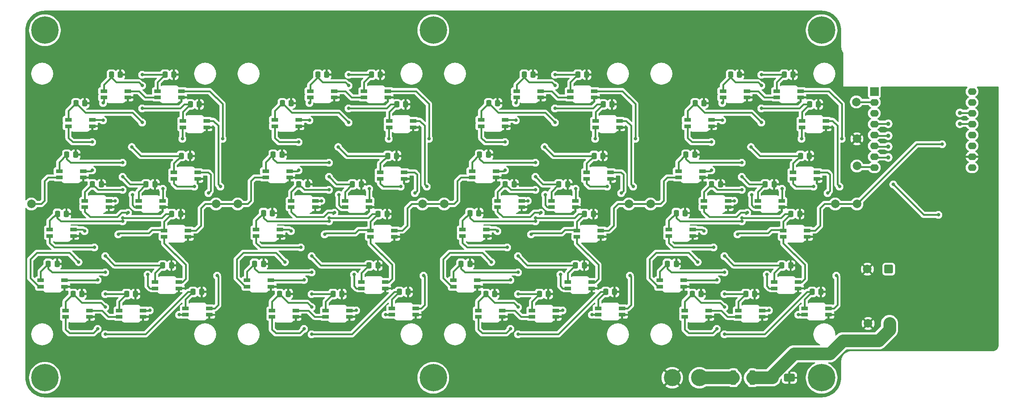
<source format=gbr>
%TF.GenerationSoftware,KiCad,Pcbnew,9.0.4*%
%TF.CreationDate,2025-08-31T21:09:01+02:00*%
%TF.ProjectId,n-teller-xl-diy,6e2d7465-6c6c-4657-922d-786c2d646979,1.0*%
%TF.SameCoordinates,Original*%
%TF.FileFunction,Copper,L2,Bot*%
%TF.FilePolarity,Positive*%
%FSLAX46Y46*%
G04 Gerber Fmt 4.6, Leading zero omitted, Abs format (unit mm)*
G04 Created by KiCad (PCBNEW 9.0.4) date 2025-08-31 21:09:01*
%MOMM*%
%LPD*%
G01*
G04 APERTURE LIST*
G04 Aperture macros list*
%AMRoundRect*
0 Rectangle with rounded corners*
0 $1 Rounding radius*
0 $2 $3 $4 $5 $6 $7 $8 $9 X,Y pos of 4 corners*
0 Add a 4 corners polygon primitive as box body*
4,1,4,$2,$3,$4,$5,$6,$7,$8,$9,$2,$3,0*
0 Add four circle primitives for the rounded corners*
1,1,$1+$1,$2,$3*
1,1,$1+$1,$4,$5*
1,1,$1+$1,$6,$7*
1,1,$1+$1,$8,$9*
0 Add four rect primitives between the rounded corners*
20,1,$1+$1,$2,$3,$4,$5,0*
20,1,$1+$1,$4,$5,$6,$7,0*
20,1,$1+$1,$6,$7,$8,$9,0*
20,1,$1+$1,$8,$9,$2,$3,0*%
G04 Aperture macros list end*
%TA.AperFunction,ComponentPad*%
%ADD10RoundRect,0.250000X0.750000X0.750000X-0.750000X0.750000X-0.750000X-0.750000X0.750000X-0.750000X0*%
%TD*%
%TA.AperFunction,ComponentPad*%
%ADD11C,2.000000*%
%TD*%
%TA.AperFunction,ComponentPad*%
%ADD12C,0.800000*%
%TD*%
%TA.AperFunction,ComponentPad*%
%ADD13C,6.400000*%
%TD*%
%TA.AperFunction,ComponentPad*%
%ADD14R,2.000000X2.000000*%
%TD*%
%TA.AperFunction,ComponentPad*%
%ADD15O,2.000000X1.600000*%
%TD*%
%TA.AperFunction,SMDPad,CuDef*%
%ADD16C,2.000000*%
%TD*%
%TA.AperFunction,SMDPad,CuDef*%
%ADD17RoundRect,0.250000X-0.337500X-0.475000X0.337500X-0.475000X0.337500X0.475000X-0.337500X0.475000X0*%
%TD*%
%TA.AperFunction,SMDPad,CuDef*%
%ADD18R,1.600000X0.820000*%
%TD*%
%TA.AperFunction,SMDPad,CuDef*%
%ADD19C,4.000000*%
%TD*%
%TA.AperFunction,SMDPad,CuDef*%
%ADD20C,1.000000*%
%TD*%
%TA.AperFunction,SMDPad,CuDef*%
%ADD21RoundRect,0.250000X-1.000000X-0.650000X1.000000X-0.650000X1.000000X0.650000X-1.000000X0.650000X0*%
%TD*%
%TA.AperFunction,SMDPad,CuDef*%
%ADD22RoundRect,0.250000X-0.400000X-1.450000X0.400000X-1.450000X0.400000X1.450000X-0.400000X1.450000X0*%
%TD*%
%TA.AperFunction,ViaPad*%
%ADD23C,0.800000*%
%TD*%
%TA.AperFunction,ViaPad*%
%ADD24C,1.600000*%
%TD*%
%TA.AperFunction,Conductor*%
%ADD25C,0.440000*%
%TD*%
%TA.AperFunction,Conductor*%
%ADD26C,3.000000*%
%TD*%
G04 APERTURE END LIST*
D10*
%TO.P,C1,1*%
%TO.N,+5V*%
X106507677Y-15240000D03*
D11*
%TO.P,C1,2*%
%TO.N,GND*%
X101507677Y-15240000D03*
%TD*%
D12*
%TO.P,H5,1,1*%
%TO.N,unconnected-(H5-Pad1)_2*%
X-2400000Y-40640000D03*
X-1697056Y-38942944D03*
X-1697056Y-42337056D03*
X0Y-38240000D03*
D13*
X0Y-40640000D03*
D12*
X0Y-43040000D03*
X1697056Y-38942944D03*
X1697056Y-42337056D03*
X2400000Y-40640000D03*
%TD*%
D14*
%TO.P,U1,1,~{RST}*%
%TO.N,unconnected-(U1-~{RST}-Pad1)*%
X103144000Y26307687D03*
D15*
%TO.P,U1,2,A0*%
%TO.N,/ADC*%
X103144000Y23767687D03*
%TO.P,U1,3,D0*%
%TO.N,unconnected-(U1-D0-Pad3)*%
X103144000Y21227687D03*
%TO.P,U1,4,SCK/D5*%
%TO.N,Net-(U1-SCK{slash}D5)*%
X103144000Y18687687D03*
%TO.P,U1,5,MISO/D6*%
%TO.N,Net-(U1-MISO{slash}D6)*%
X103144000Y16147687D03*
%TO.P,U1,6,MOSI/D7*%
%TO.N,Net-(U1-MOSI{slash}D7)*%
X103144000Y13607687D03*
%TO.P,U1,7,CS/D8*%
%TO.N,Net-(U1-CS{slash}D8)*%
X103144000Y11067687D03*
%TO.P,U1,8,3V3*%
%TO.N,+3.3V*%
X103144000Y8527687D03*
%TO.P,U1,9,5V*%
%TO.N,Net-(D5-K)*%
X126004000Y8527687D03*
%TO.P,U1,10,GND*%
%TO.N,GND*%
X126004000Y11067687D03*
%TO.P,U1,11,D4*%
%TO.N,DOUT_3V*%
X126004000Y13607687D03*
%TO.P,U1,12,D3*%
%TO.N,Net-(U1-D3)*%
X126004000Y16147687D03*
%TO.P,U1,13,SDA/D2*%
%TO.N,/SDA*%
X126004000Y18687687D03*
%TO.P,U1,14,SCL/D1*%
%TO.N,/SCL*%
X126004000Y21227687D03*
%TO.P,U1,15,RX*%
%TO.N,unconnected-(U1-RX-Pad15)*%
X126004000Y23767687D03*
%TO.P,U1,16,TX*%
%TO.N,unconnected-(U1-TX-Pad16)*%
X126004000Y26307687D03*
%TD*%
D12*
%TO.P,H3,1,1*%
%TO.N,unconnected-(H3-Pad1)_5*%
X-93205000Y40640000D03*
X-92502056Y42337056D03*
X-92502056Y38942944D03*
X-90805000Y43040000D03*
D13*
X-90805000Y40640000D03*
D12*
X-90805000Y38240000D03*
X-89107944Y42337056D03*
X-89107944Y38942944D03*
X-88405000Y40640000D03*
%TD*%
D10*
%TO.P,C2,1*%
%TO.N,+5V*%
X106680000Y-27940000D03*
D11*
%TO.P,C2,2*%
%TO.N,GND*%
X101680000Y-27940000D03*
%TD*%
D12*
%TO.P,H1,1,1*%
%TO.N,unconnected-(H1-Pad1)_1*%
X88405000Y-40640000D03*
X89107944Y-38942944D03*
X89107944Y-42337056D03*
X90805000Y-38240000D03*
D13*
X90805000Y-40640000D03*
D12*
X90805000Y-43040000D03*
X92502056Y-38942944D03*
X92502056Y-42337056D03*
X93205000Y-40640000D03*
%TD*%
%TO.P,H2,1,1*%
%TO.N,unconnected-(H2-Pad1)_7*%
X-93205000Y-40640000D03*
X-92502056Y-38942944D03*
X-92502056Y-42337056D03*
X-90805000Y-38240000D03*
D13*
X-90805000Y-40640000D03*
D12*
X-90805000Y-43040000D03*
X-89107944Y-38942944D03*
X-89107944Y-42337056D03*
X-88405000Y-40640000D03*
%TD*%
%TO.P,H6,1,1*%
%TO.N,unconnected-(H6-Pad1)_7*%
X-2400000Y40640000D03*
X-1697056Y42337056D03*
X-1697056Y38942944D03*
X0Y43040000D03*
D13*
X0Y40640000D03*
D12*
X0Y38240000D03*
X1697056Y42337056D03*
X1697056Y38942944D03*
X2400000Y40640000D03*
%TD*%
D16*
%TO.P,TP1,1,1*%
%TO.N,+3.3V*%
X99060000Y8890000D03*
%TD*%
D17*
%TO.P,C15,1*%
%TO.N,+5V*%
X69512500Y30250000D03*
%TO.P,C15,2*%
%TO.N,GND*%
X71587500Y30250000D03*
%TD*%
%TO.P,C59,1*%
%TO.N,+5V*%
X-79697500Y4600000D03*
%TO.P,C59,2*%
%TO.N,GND*%
X-77622500Y4600000D03*
%TD*%
%TO.P,C44,1*%
%TO.N,+5V*%
X-14447500Y30250000D03*
%TO.P,C44,2*%
%TO.N,GND*%
X-12372500Y30250000D03*
%TD*%
D18*
%TO.P,D2DP1,1,VDD*%
%TO.N,+5V*%
X38570000Y-24410000D03*
%TO.P,D2DP1,2,DOUT*%
%TO.N,Net-(D2D2-DIN)*%
X38570000Y-25910000D03*
%TO.P,D2DP1,3,GND*%
%TO.N,GND*%
X44170000Y-25910000D03*
%TO.P,D2DP1,4,DIN*%
%TO.N,Net-(D2C2-DOUT)*%
X44170000Y-24410000D03*
%TD*%
D16*
%TO.P,TP20,1,1*%
%TO.N,DOUT*%
X99060000Y0D03*
%TD*%
D17*
%TO.P,C5,1*%
%TO.N,+5V*%
X77622500Y4600000D03*
%TO.P,C5,2*%
%TO.N,GND*%
X79697500Y4600000D03*
%TD*%
%TO.P,C14,1*%
%TO.N,+5V*%
X73102500Y-21050000D03*
%TO.P,C14,2*%
%TO.N,GND*%
X75177500Y-21050000D03*
%TD*%
%TO.P,C52,1*%
%TO.N,+5V*%
X-85687500Y11530000D03*
%TO.P,C52,2*%
%TO.N,GND*%
X-83612500Y11530000D03*
%TD*%
D18*
%TO.P,D1E2,1,VDD*%
%TO.N,+5V*%
X52980000Y-17850000D03*
%TO.P,D1E2,2,DOUT*%
%TO.N,Net-(D1E1-DIN)*%
X52980000Y-19350000D03*
%TO.P,D1E2,3,GND*%
%TO.N,GND*%
X58580000Y-19350000D03*
%TO.P,D1E2,4,DIN*%
%TO.N,Net-(D1D1-DOUT)*%
X58580000Y-17850000D03*
%TD*%
%TO.P,D1E1,1,VDD*%
%TO.N,+5V*%
X55070000Y-5970000D03*
%TO.P,D1E1,2,DOUT*%
%TO.N,Net-(D1E1-DOUT)*%
X55070000Y-7470000D03*
%TO.P,D1E1,3,GND*%
%TO.N,GND*%
X60670000Y-7470000D03*
%TO.P,D1E1,4,DIN*%
%TO.N,Net-(D1E1-DIN)*%
X60670000Y-5970000D03*
%TD*%
%TO.P,D3C2,1,VDD*%
%TO.N,+5V*%
X-16790000Y-18230000D03*
%TO.P,D3C2,2,DOUT*%
%TO.N,Net-(D3C2-DOUT)*%
X-16790000Y-19730000D03*
%TO.P,D3C2,3,GND*%
%TO.N,GND*%
X-11190000Y-19730000D03*
%TO.P,D3C2,4,DIN*%
%TO.N,Net-(D3C1-DOUT)*%
X-11190000Y-18230000D03*
%TD*%
%TO.P,D3C1,1,VDD*%
%TO.N,+5V*%
X-14670000Y-6190000D03*
%TO.P,D3C1,2,DOUT*%
%TO.N,Net-(D3C1-DOUT)*%
X-14670000Y-7690000D03*
%TO.P,D3C1,3,GND*%
%TO.N,GND*%
X-9070000Y-7690000D03*
%TO.P,D3C1,4,DIN*%
%TO.N,/Digit 2/DOUT*%
X-9070000Y-6190000D03*
%TD*%
D17*
%TO.P,C27,1*%
%TO.N,+5V*%
X29362500Y4600000D03*
%TO.P,C27,2*%
%TO.N,GND*%
X31437500Y4600000D03*
%TD*%
%TO.P,C29,1*%
%TO.N,+5V*%
X10832500Y11530000D03*
%TO.P,C29,2*%
%TO.N,GND*%
X12907500Y11530000D03*
%TD*%
D18*
%TO.P,D3B2,1,VDD*%
%TO.N,+5V*%
X-12410000Y7400000D03*
%TO.P,D3B2,2,DOUT*%
%TO.N,Net-(D3B1-DIN)*%
X-12410000Y5900000D03*
%TO.P,D3B2,3,GND*%
%TO.N,GND*%
X-6810000Y5900000D03*
%TO.P,D3B2,4,DIN*%
%TO.N,Net-(D3B2-DIN)*%
X-6810000Y7400000D03*
%TD*%
D17*
%TO.P,C62,1*%
%TO.N,+5V*%
X-84227500Y-21050000D03*
%TO.P,C62,2*%
%TO.N,GND*%
X-82152500Y-21050000D03*
%TD*%
%TO.P,C45,1*%
%TO.N,+5V*%
X-10647500Y11250000D03*
%TO.P,C45,2*%
%TO.N,GND*%
X-8572500Y11250000D03*
%TD*%
D19*
%TO.P,TP3,1,1*%
%TO.N,Net-(F1-Pad1)*%
X62230000Y-40640000D03*
%TD*%
D18*
%TO.P,D4G1,1,VDD*%
%TO.N,+5V*%
X-81460000Y750000D03*
%TO.P,D4G1,2,DOUT*%
%TO.N,Net-(D4G1-DOUT)*%
X-81460000Y-750000D03*
%TO.P,D4G1,3,GND*%
%TO.N,GND*%
X-75860000Y-750000D03*
%TO.P,D4G1,4,DIN*%
%TO.N,Net-(D4E1-DOUT)*%
X-75860000Y750000D03*
%TD*%
D20*
%TO.P,TP6,1,1*%
%TO.N,Net-(U1-SCK{slash}D5)*%
X106375000Y18754937D03*
%TD*%
D17*
%TO.P,C60,1*%
%TO.N,+5V*%
X-87847500Y-2307350D03*
%TO.P,C60,2*%
%TO.N,GND*%
X-85772500Y-2307350D03*
%TD*%
%TO.P,C55,1*%
%TO.N,+5V*%
X-67157500Y4600000D03*
%TO.P,C55,2*%
%TO.N,GND*%
X-65082500Y4600000D03*
%TD*%
D16*
%TO.P,TP8,1,1*%
%TO.N,GND*%
X99060000Y15240000D03*
%TD*%
D17*
%TO.P,C11,1*%
%TO.N,+5V*%
X85872500Y11250000D03*
%TO.P,C11,2*%
%TO.N,GND*%
X87947500Y11250000D03*
%TD*%
D18*
%TO.P,D3F1,1,VDD*%
%TO.N,+5V*%
X-37070000Y19700000D03*
%TO.P,D3F1,2,DOUT*%
%TO.N,Net-(D3F1-DOUT)*%
X-37070000Y18200000D03*
%TO.P,D3F1,3,GND*%
%TO.N,GND*%
X-31470000Y18200000D03*
%TO.P,D3F1,4,DIN*%
%TO.N,Net-(D3A1-DOUT)*%
X-31470000Y19700000D03*
%TD*%
%TO.P,D4F1,1,VDD*%
%TO.N,+5V*%
X-85330000Y19700000D03*
%TO.P,D4F1,2,DOUT*%
%TO.N,Net-(D4F1-DOUT)*%
X-85330000Y18200000D03*
%TO.P,D4F1,3,GND*%
%TO.N,GND*%
X-79730000Y18200000D03*
%TO.P,D4F1,4,DIN*%
%TO.N,Net-(D4A1-DOUT)*%
X-79730000Y19700000D03*
%TD*%
D17*
%TO.P,C48,1*%
%TO.N,+5V*%
X-18897500Y4600000D03*
%TO.P,C48,2*%
%TO.N,GND*%
X-16822500Y4600000D03*
%TD*%
D18*
%TO.P,D2D1,1,VDD*%
%TO.N,+5V*%
X10530000Y-24900000D03*
%TO.P,D2D1,2,DOUT*%
%TO.N,Net-(D2D1-DOUT)*%
X10530000Y-26400000D03*
%TO.P,D2D1,3,GND*%
%TO.N,GND*%
X16130000Y-26400000D03*
%TO.P,D2D1,4,DIN*%
%TO.N,Net-(D2D1-DIN)*%
X16130000Y-24900000D03*
%TD*%
D17*
%TO.P,C49,1*%
%TO.N,+5V*%
X-58907500Y11250000D03*
%TO.P,C49,2*%
%TO.N,GND*%
X-56832500Y11250000D03*
%TD*%
%TO.P,C50,1*%
%TO.N,+5V*%
X-56797500Y23290000D03*
%TO.P,C50,2*%
%TO.N,GND*%
X-54722500Y23290000D03*
%TD*%
D16*
%TO.P,TP17,1,1*%
%TO.N,/Digit 1/DOUT*%
X50800000Y0D03*
%TD*%
D21*
%TO.P,D6,1,K*%
%TO.N,+5V*%
X79280000Y-40640000D03*
%TO.P,D6,2,A*%
%TO.N,GND*%
X83280000Y-40640000D03*
%TD*%
D18*
%TO.P,D4A2,1,VDD*%
%TO.N,+5V*%
X-64470000Y26400000D03*
%TO.P,D4A2,2,DOUT*%
%TO.N,Net-(D4A1-DIN)*%
X-64470000Y24900000D03*
%TO.P,D4A2,3,GND*%
%TO.N,GND*%
X-58870000Y24900000D03*
%TO.P,D4A2,4,DIN*%
%TO.N,Net-(D4A2-DIN)*%
X-58870000Y26400000D03*
%TD*%
%TO.P,D1A2,1,VDD*%
%TO.N,+5V*%
X80310000Y26400000D03*
%TO.P,D1A2,2,DOUT*%
%TO.N,Net-(D1A1-DIN)*%
X80310000Y24900000D03*
%TO.P,D1A2,3,GND*%
%TO.N,GND*%
X85910000Y24900000D03*
%TO.P,D1A2,4,DIN*%
%TO.N,Net-(D1A2-DIN)*%
X85910000Y26400000D03*
%TD*%
%TO.P,D4B1,1,VDD*%
%TO.N,+5V*%
X-58560000Y19440000D03*
%TO.P,D4B1,2,DOUT*%
%TO.N,Net-(D4A2-DIN)*%
X-58560000Y17940000D03*
%TO.P,D4B1,3,GND*%
%TO.N,GND*%
X-52960000Y17940000D03*
%TO.P,D4B1,4,DIN*%
%TO.N,Net-(D4B1-DIN)*%
X-52960000Y19440000D03*
%TD*%
D17*
%TO.P,C4,1*%
%TO.N,+5V*%
X87982500Y23290000D03*
%TO.P,C4,2*%
%TO.N,GND*%
X90057500Y23290000D03*
%TD*%
D18*
%TO.P,D2B1,1,VDD*%
%TO.N,+5V*%
X37960000Y19440000D03*
%TO.P,D2B1,2,DOUT*%
%TO.N,Net-(D2A2-DIN)*%
X37960000Y17940000D03*
%TO.P,D2B1,3,GND*%
%TO.N,GND*%
X43560000Y17940000D03*
%TO.P,D2B1,4,DIN*%
%TO.N,Net-(D2B1-DIN)*%
X43560000Y19440000D03*
%TD*%
%TO.P,D3A1,1,VDD*%
%TO.N,+5V*%
X-28770000Y26400000D03*
%TO.P,D3A1,2,DOUT*%
%TO.N,Net-(D3A1-DOUT)*%
X-28770000Y24900000D03*
%TO.P,D3A1,3,GND*%
%TO.N,GND*%
X-23170000Y24900000D03*
%TO.P,D3A1,4,DIN*%
%TO.N,Net-(D3A1-DIN)*%
X-23170000Y26400000D03*
%TD*%
D17*
%TO.P,C6,1*%
%TO.N,+5V*%
X65082500Y4600000D03*
%TO.P,C6,2*%
%TO.N,GND*%
X67157500Y4600000D03*
%TD*%
D18*
%TO.P,D3A2,1,VDD*%
%TO.N,+5V*%
X-16210000Y26400000D03*
%TO.P,D3A2,2,DOUT*%
%TO.N,Net-(D3A1-DIN)*%
X-16210000Y24900000D03*
%TO.P,D3A2,3,GND*%
%TO.N,GND*%
X-10610000Y24900000D03*
%TO.P,D3A2,4,DIN*%
%TO.N,Net-(D3A2-DIN)*%
X-10610000Y26400000D03*
%TD*%
D17*
%TO.P,C37,1*%
%TO.N,+5V*%
X-37427500Y11530000D03*
%TO.P,C37,2*%
%TO.N,GND*%
X-35352500Y11530000D03*
%TD*%
%TO.P,C63,1*%
%TO.N,+5V*%
X-90037500Y-14000000D03*
%TO.P,C63,2*%
%TO.N,GND*%
X-87962500Y-14000000D03*
%TD*%
D18*
%TO.P,D2C2,1,VDD*%
%TO.N,+5V*%
X31470000Y-18230000D03*
%TO.P,D2C2,2,DOUT*%
%TO.N,Net-(D2C2-DOUT)*%
X31470000Y-19730000D03*
%TO.P,D2C2,3,GND*%
%TO.N,GND*%
X37070000Y-19730000D03*
%TO.P,D2C2,4,DIN*%
%TO.N,Net-(D2C1-DOUT)*%
X37070000Y-18230000D03*
%TD*%
D17*
%TO.P,C25,1*%
%TO.N,+5V*%
X12292500Y-21050000D03*
%TO.P,C25,2*%
%TO.N,GND*%
X14367500Y-21050000D03*
%TD*%
D18*
%TO.P,D3E2,1,VDD*%
%TO.N,+5V*%
X-43540000Y-17850000D03*
%TO.P,D3E2,2,DOUT*%
%TO.N,Net-(D3E1-DIN)*%
X-43540000Y-19350000D03*
%TO.P,D3E2,3,GND*%
%TO.N,GND*%
X-37940000Y-19350000D03*
%TO.P,D3E2,4,DIN*%
%TO.N,Net-(D3D1-DOUT)*%
X-37940000Y-17850000D03*
%TD*%
%TO.P,D2G2,1,VDD*%
%TO.N,+5V*%
X27600000Y750000D03*
%TO.P,D2G2,2,DOUT*%
%TO.N,Net-(D2B2-DIN)*%
X27600000Y-750000D03*
%TO.P,D2G2,3,GND*%
%TO.N,GND*%
X33200000Y-750000D03*
%TO.P,D2G2,4,DIN*%
%TO.N,Net-(D2G1-DOUT)*%
X33200000Y750000D03*
%TD*%
D17*
%TO.P,C54,1*%
%TO.N,+5V*%
X-75267500Y30250000D03*
%TO.P,C54,2*%
%TO.N,GND*%
X-73192500Y30250000D03*
%TD*%
D16*
%TO.P,TP14,1,1*%
%TO.N,/Digit 1/DOUT*%
X45720000Y0D03*
%TD*%
D18*
%TO.P,D4D1,1,VDD*%
%TO.N,+5V*%
X-85990000Y-24900000D03*
%TO.P,D4D1,2,DOUT*%
%TO.N,Net-(D4D1-DOUT)*%
X-85990000Y-26400000D03*
%TO.P,D4D1,3,GND*%
%TO.N,GND*%
X-80390000Y-26400000D03*
%TO.P,D4D1,4,DIN*%
%TO.N,Net-(D4D1-DIN)*%
X-80390000Y-24900000D03*
%TD*%
D17*
%TO.P,C9,1*%
%TO.N,+5V*%
X61212500Y23550000D03*
%TO.P,C9,2*%
%TO.N,GND*%
X63287500Y23550000D03*
%TD*%
%TO.P,C51,1*%
%TO.N,+5V*%
X-62707500Y30250000D03*
%TO.P,C51,2*%
%TO.N,GND*%
X-60632500Y30250000D03*
%TD*%
D18*
%TO.P,D3D2,1,VDD*%
%TO.N,+5V*%
X-25180000Y-24900000D03*
%TO.P,D3D2,2,DOUT*%
%TO.N,Net-(D3D1-DIN)*%
X-25180000Y-26400000D03*
%TO.P,D3D2,3,GND*%
%TO.N,GND*%
X-19580000Y-26400000D03*
%TO.P,D3D2,4,DIN*%
%TO.N,Net-(D3D2-DIN)*%
X-19580000Y-24900000D03*
%TD*%
%TO.P,D3D1,1,VDD*%
%TO.N,+5V*%
X-37730000Y-24900000D03*
%TO.P,D3D1,2,DOUT*%
%TO.N,Net-(D3D1-DOUT)*%
X-37730000Y-26400000D03*
%TO.P,D3D1,3,GND*%
%TO.N,GND*%
X-32130000Y-26400000D03*
%TO.P,D3D1,4,DIN*%
%TO.N,Net-(D3D1-DIN)*%
X-32130000Y-24900000D03*
%TD*%
D17*
%TO.P,C16,1*%
%TO.N,+5V*%
X54742500Y-14000000D03*
%TO.P,C16,2*%
%TO.N,GND*%
X56817500Y-14000000D03*
%TD*%
%TO.P,C7,1*%
%TO.N,+5V*%
X88592500Y-20560000D03*
%TO.P,C7,2*%
%TO.N,GND*%
X90667500Y-20560000D03*
%TD*%
D18*
%TO.P,D1C2,1,VDD*%
%TO.N,+5V*%
X79730000Y-18230000D03*
%TO.P,D1C2,2,DOUT*%
%TO.N,Net-(D1C2-DOUT)*%
X79730000Y-19730000D03*
%TO.P,D1C2,3,GND*%
%TO.N,GND*%
X85330000Y-19730000D03*
%TO.P,D1C2,4,DIN*%
%TO.N,Net-(D1C1-DOUT)*%
X85330000Y-18230000D03*
%TD*%
%TO.P,D1C1,1,VDD*%
%TO.N,+5V*%
X81850000Y-6190000D03*
%TO.P,D1C1,2,DOUT*%
%TO.N,Net-(D1C1-DOUT)*%
X81850000Y-7690000D03*
%TO.P,D1C1,3,GND*%
%TO.N,GND*%
X87450000Y-7690000D03*
%TO.P,D1C1,4,DIN*%
%TO.N,DOUT*%
X87450000Y-6190000D03*
%TD*%
D20*
%TO.P,TP11,1,1*%
%TO.N,Net-(U1-CS{slash}D8)*%
X106377000Y10882937D03*
%TD*%
D18*
%TO.P,D2A2,1,VDD*%
%TO.N,+5V*%
X32050000Y26400000D03*
%TO.P,D2A2,2,DOUT*%
%TO.N,Net-(D2A1-DIN)*%
X32050000Y24900000D03*
%TO.P,D2A2,3,GND*%
%TO.N,GND*%
X37650000Y24900000D03*
%TO.P,D2A2,4,DIN*%
%TO.N,Net-(D2A2-DIN)*%
X37650000Y26400000D03*
%TD*%
%TO.P,D4E2,1,VDD*%
%TO.N,+5V*%
X-91800000Y-17850000D03*
%TO.P,D4E2,2,DOUT*%
%TO.N,Net-(D4E1-DIN)*%
X-91800000Y-19350000D03*
%TO.P,D4E2,3,GND*%
%TO.N,GND*%
X-86200000Y-19350000D03*
%TO.P,D4E2,4,DIN*%
%TO.N,Net-(D4D1-DOUT)*%
X-86200000Y-17850000D03*
%TD*%
D17*
%TO.P,C26,1*%
%TO.N,+5V*%
X40332500Y-20560000D03*
%TO.P,C26,2*%
%TO.N,GND*%
X42407500Y-20560000D03*
%TD*%
D18*
%TO.P,D4C1,1,VDD*%
%TO.N,+5V*%
X-62930000Y-6190000D03*
%TO.P,D4C1,2,DOUT*%
%TO.N,Net-(D4C1-DOUT)*%
X-62930000Y-7690000D03*
%TO.P,D4C1,3,GND*%
%TO.N,GND*%
X-57330000Y-7690000D03*
%TO.P,D4C1,4,DIN*%
%TO.N,/Digit 3/DOUT*%
X-57330000Y-6190000D03*
%TD*%
D17*
%TO.P,C38,1*%
%TO.N,+5V*%
X-27007500Y30250000D03*
%TO.P,C38,2*%
%TO.N,GND*%
X-24932500Y30250000D03*
%TD*%
%TO.P,C22,1*%
%TO.N,+5V*%
X16822500Y4600000D03*
%TO.P,C22,2*%
%TO.N,GND*%
X18897500Y4600000D03*
%TD*%
D18*
%TO.P,D4G2,1,VDD*%
%TO.N,+5V*%
X-68920000Y750000D03*
%TO.P,D4G2,2,DOUT*%
%TO.N,Net-(D4B2-DIN)*%
X-68920000Y-750000D03*
%TO.P,D4G2,3,GND*%
%TO.N,GND*%
X-63320000Y-750000D03*
%TO.P,D4G2,4,DIN*%
%TO.N,Net-(D4G1-DOUT)*%
X-63320000Y750000D03*
%TD*%
%TO.P,D1B2,1,VDD*%
%TO.N,+5V*%
X84110000Y7400000D03*
%TO.P,D1B2,2,DOUT*%
%TO.N,Net-(D1B1-DIN)*%
X84110000Y5900000D03*
%TO.P,D1B2,3,GND*%
%TO.N,GND*%
X89710000Y5900000D03*
%TO.P,D1B2,4,DIN*%
%TO.N,Net-(D1B2-DIN)*%
X89710000Y7400000D03*
%TD*%
%TO.P,D4B2,1,VDD*%
%TO.N,+5V*%
X-60670000Y7400000D03*
%TO.P,D4B2,2,DOUT*%
%TO.N,Net-(D4B1-DIN)*%
X-60670000Y5900000D03*
%TO.P,D4B2,3,GND*%
%TO.N,GND*%
X-55070000Y5900000D03*
%TO.P,D4B2,4,DIN*%
%TO.N,Net-(D4B2-DIN)*%
X-55070000Y7400000D03*
%TD*%
%TO.P,D2E2,1,VDD*%
%TO.N,+5V*%
X4720000Y-17850000D03*
%TO.P,D2E2,2,DOUT*%
%TO.N,Net-(D2E1-DIN)*%
X4720000Y-19350000D03*
%TO.P,D2E2,3,GND*%
%TO.N,GND*%
X10320000Y-19350000D03*
%TO.P,D2E2,4,DIN*%
%TO.N,Net-(D2D1-DOUT)*%
X10320000Y-17850000D03*
%TD*%
D17*
%TO.P,C42,1*%
%TO.N,+5V*%
X-31437500Y4600000D03*
%TO.P,C42,2*%
%TO.N,GND*%
X-29362500Y4600000D03*
%TD*%
D22*
%TO.P,F1,1*%
%TO.N,Net-(F1-Pad1)*%
X70165000Y-40640000D03*
%TO.P,F1,2*%
%TO.N,+5V*%
X74615000Y-40640000D03*
%TD*%
D18*
%TO.P,D3F2,1,VDD*%
%TO.N,+5V*%
X-39190000Y7680000D03*
%TO.P,D3F2,2,DOUT*%
%TO.N,/Digit 3/DOUT*%
X-39190000Y6180000D03*
%TO.P,D3F2,3,GND*%
%TO.N,GND*%
X-33590000Y6180000D03*
%TO.P,D3F2,4,DIN*%
%TO.N,Net-(D3F1-DOUT)*%
X-33590000Y7680000D03*
%TD*%
%TO.P,D4E1,1,VDD*%
%TO.N,+5V*%
X-89710000Y-5970000D03*
%TO.P,D4E1,2,DOUT*%
%TO.N,Net-(D4E1-DOUT)*%
X-89710000Y-7470000D03*
%TO.P,D4E1,3,GND*%
%TO.N,GND*%
X-84110000Y-7470000D03*
%TO.P,D4E1,4,DIN*%
%TO.N,Net-(D4E1-DIN)*%
X-84110000Y-5970000D03*
%TD*%
D16*
%TO.P,TP18,1,1*%
%TO.N,/Digit 2/DOUT*%
X2540000Y0D03*
%TD*%
D17*
%TO.P,C31,1*%
%TO.N,+5V*%
X24842500Y-21050000D03*
%TO.P,C31,2*%
%TO.N,GND*%
X26917500Y-21050000D03*
%TD*%
%TO.P,C46,1*%
%TO.N,+5V*%
X-7927500Y-20560000D03*
%TO.P,C46,2*%
%TO.N,GND*%
X-5852500Y-20560000D03*
%TD*%
D18*
%TO.P,D3DP1,1,VDD*%
%TO.N,+5V*%
X-9690000Y-24410000D03*
%TO.P,D3DP1,2,DOUT*%
%TO.N,Net-(D3D2-DIN)*%
X-9690000Y-25910000D03*
%TO.P,D3DP1,3,GND*%
%TO.N,GND*%
X-4090000Y-25910000D03*
%TO.P,D3DP1,4,DIN*%
%TO.N,Net-(D3C2-DOUT)*%
X-4090000Y-24410000D03*
%TD*%
D17*
%TO.P,C53,1*%
%TO.N,+5V*%
X-83567500Y23550000D03*
%TO.P,C53,2*%
%TO.N,GND*%
X-81492500Y23550000D03*
%TD*%
%TO.P,C57,1*%
%TO.N,+5V*%
X-63287500Y-14380000D03*
%TO.P,C57,2*%
%TO.N,GND*%
X-61212500Y-14380000D03*
%TD*%
%TO.P,C61,1*%
%TO.N,+5V*%
X-56187500Y-20560000D03*
%TO.P,C61,2*%
%TO.N,GND*%
X-54112500Y-20560000D03*
%TD*%
%TO.P,C32,1*%
%TO.N,+5V*%
X33232500Y-14380000D03*
%TO.P,C32,2*%
%TO.N,GND*%
X35307500Y-14380000D03*
%TD*%
D18*
%TO.P,D4F2,1,VDD*%
%TO.N,+5V*%
X-87450000Y7680000D03*
%TO.P,D4F2,2,DOUT*%
%TO.N,/Digit 4/DOUT*%
X-87450000Y6180000D03*
%TO.P,D4F2,3,GND*%
%TO.N,GND*%
X-81850000Y6180000D03*
%TO.P,D4F2,4,DIN*%
%TO.N,Net-(D4F1-DOUT)*%
X-81850000Y7680000D03*
%TD*%
%TO.P,D2F1,1,VDD*%
%TO.N,+5V*%
X11190000Y19700000D03*
%TO.P,D2F1,2,DOUT*%
%TO.N,Net-(D2F1-DOUT)*%
X11190000Y18200000D03*
%TO.P,D2F1,3,GND*%
%TO.N,GND*%
X16790000Y18200000D03*
%TO.P,D2F1,4,DIN*%
%TO.N,Net-(D2A1-DOUT)*%
X16790000Y19700000D03*
%TD*%
D20*
%TO.P,TP7,1,1*%
%TO.N,Net-(U1-MISO{slash}D6)*%
X106375000Y15962937D03*
%TD*%
D18*
%TO.P,D4A1,1,VDD*%
%TO.N,+5V*%
X-77030000Y26400000D03*
%TO.P,D4A1,2,DOUT*%
%TO.N,Net-(D4A1-DOUT)*%
X-77030000Y24900000D03*
%TO.P,D4A1,3,GND*%
%TO.N,GND*%
X-71430000Y24900000D03*
%TO.P,D4A1,4,DIN*%
%TO.N,Net-(D4A1-DIN)*%
X-71430000Y26400000D03*
%TD*%
D17*
%TO.P,C33,1*%
%TO.N,+5V*%
X35352500Y-2340000D03*
%TO.P,C33,2*%
%TO.N,GND*%
X37427500Y-2340000D03*
%TD*%
%TO.P,C58,1*%
%TO.N,+5V*%
X-71677500Y-21050000D03*
%TO.P,C58,2*%
%TO.N,GND*%
X-69602500Y-21050000D03*
%TD*%
D19*
%TO.P,TP10,1,1*%
%TO.N,GND*%
X55880000Y-40640000D03*
%TD*%
D17*
%TO.P,C41,1*%
%TO.N,+5V*%
X-35967500Y-21050000D03*
%TO.P,C41,2*%
%TO.N,GND*%
X-33892500Y-21050000D03*
%TD*%
%TO.P,C12,1*%
%TO.N,+5V*%
X81492500Y-14380000D03*
%TO.P,C12,2*%
%TO.N,GND*%
X83567500Y-14380000D03*
%TD*%
D18*
%TO.P,D2B2,1,VDD*%
%TO.N,+5V*%
X35850000Y7400000D03*
%TO.P,D2B2,2,DOUT*%
%TO.N,Net-(D2B1-DIN)*%
X35850000Y5900000D03*
%TO.P,D2B2,3,GND*%
%TO.N,GND*%
X41450000Y5900000D03*
%TO.P,D2B2,4,DIN*%
%TO.N,Net-(D2B2-DIN)*%
X41450000Y7400000D03*
%TD*%
%TO.P,D1F2,1,VDD*%
%TO.N,+5V*%
X57330000Y7680000D03*
%TO.P,D1F2,2,DOUT*%
%TO.N,/Digit 1/DOUT*%
X57330000Y6180000D03*
%TO.P,D1F2,3,GND*%
%TO.N,GND*%
X62930000Y6180000D03*
%TO.P,D1F2,4,DIN*%
%TO.N,Net-(D1F1-DOUT)*%
X62930000Y7680000D03*
%TD*%
D16*
%TO.P,TP12,1,1*%
%TO.N,/Digit 4/DOUT*%
X-93980000Y0D03*
%TD*%
D18*
%TO.P,D1A1,1,VDD*%
%TO.N,+5V*%
X67750000Y26400000D03*
%TO.P,D1A1,2,DOUT*%
%TO.N,Net-(D1A1-DOUT)*%
X67750000Y24900000D03*
%TO.P,D1A1,3,GND*%
%TO.N,GND*%
X73350000Y24900000D03*
%TO.P,D1A1,4,DIN*%
%TO.N,Net-(D1A1-DIN)*%
X73350000Y26400000D03*
%TD*%
D20*
%TO.P,TP4,1,1*%
%TO.N,/SCL*%
X123137000Y21294937D03*
%TD*%
D17*
%TO.P,C23,1*%
%TO.N,+5V*%
X12952500Y23550000D03*
%TO.P,C23,2*%
%TO.N,GND*%
X15027500Y23550000D03*
%TD*%
D18*
%TO.P,D3E1,1,VDD*%
%TO.N,+5V*%
X-41450000Y-5970000D03*
%TO.P,D3E1,2,DOUT*%
%TO.N,Net-(D3E1-DOUT)*%
X-41450000Y-7470000D03*
%TO.P,D3E1,3,GND*%
%TO.N,GND*%
X-35850000Y-7470000D03*
%TO.P,D3E1,4,DIN*%
%TO.N,Net-(D3E1-DIN)*%
X-35850000Y-5970000D03*
%TD*%
%TO.P,D3G1,1,VDD*%
%TO.N,+5V*%
X-33200000Y750000D03*
%TO.P,D3G1,2,DOUT*%
%TO.N,Net-(D3G1-DOUT)*%
X-33200000Y-750000D03*
%TO.P,D3G1,3,GND*%
%TO.N,GND*%
X-27600000Y-750000D03*
%TO.P,D3G1,4,DIN*%
%TO.N,Net-(D3E1-DOUT)*%
X-27600000Y750000D03*
%TD*%
%TO.P,D1D2,1,VDD*%
%TO.N,+5V*%
X71340000Y-24900000D03*
%TO.P,D1D2,2,DOUT*%
%TO.N,Net-(D1D1-DIN)*%
X71340000Y-26400000D03*
%TO.P,D1D2,3,GND*%
%TO.N,GND*%
X76940000Y-26400000D03*
%TO.P,D1D2,4,DIN*%
%TO.N,Net-(D1D2-DIN)*%
X76940000Y-24900000D03*
%TD*%
D16*
%TO.P,TP2,1,1*%
%TO.N,/ADC*%
X98931000Y23868313D03*
%TD*%
D18*
%TO.P,D4C2,1,VDD*%
%TO.N,+5V*%
X-65050000Y-18230000D03*
%TO.P,D4C2,2,DOUT*%
%TO.N,Net-(D4C2-DOUT)*%
X-65050000Y-19730000D03*
%TO.P,D4C2,3,GND*%
%TO.N,GND*%
X-59450000Y-19730000D03*
%TO.P,D4C2,4,DIN*%
%TO.N,Net-(D4C1-DOUT)*%
X-59450000Y-18230000D03*
%TD*%
D17*
%TO.P,C8,1*%
%TO.N,+5V*%
X83612500Y-2340000D03*
%TO.P,C8,2*%
%TO.N,GND*%
X85687500Y-2340000D03*
%TD*%
D18*
%TO.P,D2F2,1,VDD*%
%TO.N,+5V*%
X9070000Y7680000D03*
%TO.P,D2F2,2,DOUT*%
%TO.N,/Digit 2/DOUT*%
X9070000Y6180000D03*
%TO.P,D2F2,3,GND*%
%TO.N,GND*%
X14670000Y6180000D03*
%TO.P,D2F2,4,DIN*%
%TO.N,Net-(D2F1-DOUT)*%
X14670000Y7680000D03*
%TD*%
D17*
%TO.P,C34,1*%
%TO.N,+5V*%
X-23417500Y-21050000D03*
%TO.P,C34,2*%
%TO.N,GND*%
X-21342500Y-21050000D03*
%TD*%
D18*
%TO.P,D3B1,1,VDD*%
%TO.N,+5V*%
X-10300000Y19440000D03*
%TO.P,D3B1,2,DOUT*%
%TO.N,Net-(D3A2-DIN)*%
X-10300000Y17940000D03*
%TO.P,D3B1,3,GND*%
%TO.N,GND*%
X-4700000Y17940000D03*
%TO.P,D3B1,4,DIN*%
%TO.N,Net-(D3B1-DIN)*%
X-4700000Y19440000D03*
%TD*%
%TO.P,D2C1,1,VDD*%
%TO.N,+5V*%
X33590000Y-6190000D03*
%TO.P,D2C1,2,DOUT*%
%TO.N,Net-(D2C1-DOUT)*%
X33590000Y-7690000D03*
%TO.P,D2C1,3,GND*%
%TO.N,GND*%
X39190000Y-7690000D03*
%TO.P,D2C1,4,DIN*%
%TO.N,/Digit 1/DOUT*%
X39190000Y-6190000D03*
%TD*%
D17*
%TO.P,C19,1*%
%TO.N,+5V*%
X8572500Y-2120000D03*
%TO.P,C19,2*%
%TO.N,GND*%
X10647500Y-2120000D03*
%TD*%
%TO.P,C21,1*%
%TO.N,+5V*%
X37612500Y11250000D03*
%TO.P,C21,2*%
%TO.N,GND*%
X39687500Y11250000D03*
%TD*%
D18*
%TO.P,D2G1,1,VDD*%
%TO.N,+5V*%
X15060000Y750000D03*
%TO.P,D2G1,2,DOUT*%
%TO.N,Net-(D2G1-DOUT)*%
X15060000Y-750000D03*
%TO.P,D2G1,3,GND*%
%TO.N,GND*%
X20660000Y-750000D03*
%TO.P,D2G1,4,DIN*%
%TO.N,Net-(D2E1-DOUT)*%
X20660000Y750000D03*
%TD*%
D17*
%TO.P,C43,1*%
%TO.N,+5V*%
X-35307500Y23550000D03*
%TO.P,C43,2*%
%TO.N,GND*%
X-33232500Y23550000D03*
%TD*%
D18*
%TO.P,D2E1,1,VDD*%
%TO.N,+5V*%
X6810000Y-5970000D03*
%TO.P,D2E1,2,DOUT*%
%TO.N,Net-(D2E1-DOUT)*%
X6810000Y-7470000D03*
%TO.P,D2E1,3,GND*%
%TO.N,GND*%
X12410000Y-7470000D03*
%TO.P,D2E1,4,DIN*%
%TO.N,Net-(D2E1-DIN)*%
X12410000Y-5970000D03*
%TD*%
%TO.P,D1G2,1,VDD*%
%TO.N,+5V*%
X75860000Y750000D03*
%TO.P,D1G2,2,DOUT*%
%TO.N,Net-(D1B2-DIN)*%
X75860000Y-750000D03*
%TO.P,D1G2,3,GND*%
%TO.N,GND*%
X81460000Y-750000D03*
%TO.P,D1G2,4,DIN*%
%TO.N,Net-(D1G1-DOUT)*%
X81460000Y750000D03*
%TD*%
%TO.P,D3G2,1,VDD*%
%TO.N,+5V*%
X-20660000Y750000D03*
%TO.P,D3G2,2,DOUT*%
%TO.N,Net-(D3B2-DIN)*%
X-20660000Y-750000D03*
%TO.P,D3G2,3,GND*%
%TO.N,GND*%
X-15060000Y-750000D03*
%TO.P,D3G2,4,DIN*%
%TO.N,Net-(D3G1-DOUT)*%
X-15060000Y750000D03*
%TD*%
D20*
%TO.P,TP9,1,1*%
%TO.N,Net-(U1-MOSI{slash}D7)*%
X106377000Y13420937D03*
%TD*%
D17*
%TO.P,C39,1*%
%TO.N,+5V*%
X-8537500Y23290000D03*
%TO.P,C39,2*%
%TO.N,GND*%
X-6462500Y23290000D03*
%TD*%
D18*
%TO.P,D2A1,1,VDD*%
%TO.N,+5V*%
X19490000Y26400000D03*
%TO.P,D2A1,2,DOUT*%
%TO.N,Net-(D2A1-DOUT)*%
X19490000Y24900000D03*
%TO.P,D2A1,3,GND*%
%TO.N,GND*%
X25090000Y24900000D03*
%TO.P,D2A1,4,DIN*%
%TO.N,Net-(D2A1-DIN)*%
X25090000Y26400000D03*
%TD*%
D17*
%TO.P,C56,1*%
%TO.N,+5V*%
X-61167500Y-2340000D03*
%TO.P,C56,2*%
%TO.N,GND*%
X-59092500Y-2340000D03*
%TD*%
D16*
%TO.P,TP19,1,1*%
%TO.N,/Digit 3/DOUT*%
X-45720000Y0D03*
%TD*%
D17*
%TO.P,C24,1*%
%TO.N,+5V*%
X21252500Y30250000D03*
%TO.P,C24,2*%
%TO.N,GND*%
X23327500Y30250000D03*
%TD*%
%TO.P,C30,1*%
%TO.N,+5V*%
X33812500Y30250000D03*
%TO.P,C30,2*%
%TO.N,GND*%
X35887500Y30250000D03*
%TD*%
D18*
%TO.P,D4DP1,1,VDD*%
%TO.N,+5V*%
X-57950000Y-24410000D03*
%TO.P,D4DP1,2,DOUT*%
%TO.N,Net-(D4D2-DIN)*%
X-57950000Y-25910000D03*
%TO.P,D4DP1,3,GND*%
%TO.N,GND*%
X-52350000Y-25910000D03*
%TO.P,D4DP1,4,DIN*%
%TO.N,Net-(D4C2-DOUT)*%
X-52350000Y-24410000D03*
%TD*%
D17*
%TO.P,C20,1*%
%TO.N,+5V*%
X6482500Y-14000000D03*
%TO.P,C20,2*%
%TO.N,GND*%
X8557500Y-14000000D03*
%TD*%
D12*
%TO.P,H4,1,1*%
%TO.N,unconnected-(H4-Pad1)_3*%
X88405000Y40640000D03*
X89107944Y42337056D03*
X89107944Y38942944D03*
X90805000Y43040000D03*
D13*
X90805000Y40640000D03*
D12*
X90805000Y38240000D03*
X92502056Y42337056D03*
X92502056Y38942944D03*
X93205000Y40640000D03*
%TD*%
D17*
%TO.P,C3,1*%
%TO.N,+5V*%
X59092500Y11530000D03*
%TO.P,C3,2*%
%TO.N,GND*%
X61167500Y11530000D03*
%TD*%
%TO.P,C40,1*%
%TO.N,+5V*%
X-15027500Y-14380000D03*
%TO.P,C40,2*%
%TO.N,GND*%
X-12952500Y-14380000D03*
%TD*%
D20*
%TO.P,TP5,1,1*%
%TO.N,/SDA*%
X123137000Y18756937D03*
%TD*%
D18*
%TO.P,D4D2,1,VDD*%
%TO.N,+5V*%
X-73440000Y-24900000D03*
%TO.P,D4D2,2,DOUT*%
%TO.N,Net-(D4D1-DIN)*%
X-73440000Y-26400000D03*
%TO.P,D4D2,3,GND*%
%TO.N,GND*%
X-67840000Y-26400000D03*
%TO.P,D4D2,4,DIN*%
%TO.N,Net-(D4D2-DIN)*%
X-67840000Y-24900000D03*
%TD*%
D17*
%TO.P,C13,1*%
%TO.N,+5V*%
X82072500Y30250000D03*
%TO.P,C13,2*%
%TO.N,GND*%
X84147500Y30250000D03*
%TD*%
D18*
%TO.P,D1F1,1,VDD*%
%TO.N,+5V*%
X59450000Y19700000D03*
%TO.P,D1F1,2,DOUT*%
%TO.N,Net-(D1F1-DOUT)*%
X59450000Y18200000D03*
%TO.P,D1F1,3,GND*%
%TO.N,GND*%
X65050000Y18200000D03*
%TO.P,D1F1,4,DIN*%
%TO.N,Net-(D1A1-DOUT)*%
X65050000Y19700000D03*
%TD*%
%TO.P,D2D2,1,VDD*%
%TO.N,+5V*%
X23080000Y-24900000D03*
%TO.P,D2D2,2,DOUT*%
%TO.N,Net-(D2D1-DIN)*%
X23080000Y-26400000D03*
%TO.P,D2D2,3,GND*%
%TO.N,GND*%
X28680000Y-26400000D03*
%TO.P,D2D2,4,DIN*%
%TO.N,Net-(D2D2-DIN)*%
X28680000Y-24900000D03*
%TD*%
D16*
%TO.P,TP15,1,1*%
%TO.N,/Digit 2/DOUT*%
X-2540000Y0D03*
%TD*%
D17*
%TO.P,C10,1*%
%TO.N,+5V*%
X60552500Y-21050000D03*
%TO.P,C10,2*%
%TO.N,GND*%
X62627500Y-21050000D03*
%TD*%
D18*
%TO.P,D1D1,1,VDD*%
%TO.N,+5V*%
X58790000Y-24900000D03*
%TO.P,D1D1,2,DOUT*%
%TO.N,Net-(D1D1-DOUT)*%
X58790000Y-26400000D03*
%TO.P,D1D1,3,GND*%
%TO.N,GND*%
X64390000Y-26400000D03*
%TO.P,D1D1,4,DIN*%
%TO.N,Net-(D1D1-DIN)*%
X64390000Y-24900000D03*
%TD*%
D17*
%TO.P,C47,1*%
%TO.N,+5V*%
X-12907500Y-2340000D03*
%TO.P,C47,2*%
%TO.N,GND*%
X-10832500Y-2340000D03*
%TD*%
D16*
%TO.P,TP13,1,1*%
%TO.N,DOUT*%
X93980000Y0D03*
%TD*%
D17*
%TO.P,C36,1*%
%TO.N,+5V*%
X-39687500Y-2120000D03*
%TO.P,C36,2*%
%TO.N,GND*%
X-37612500Y-2120000D03*
%TD*%
D18*
%TO.P,D1B1,1,VDD*%
%TO.N,+5V*%
X86220000Y19440000D03*
%TO.P,D1B1,2,DOUT*%
%TO.N,Net-(D1A2-DIN)*%
X86220000Y17940000D03*
%TO.P,D1B1,3,GND*%
%TO.N,GND*%
X91820000Y17940000D03*
%TO.P,D1B1,4,DIN*%
%TO.N,Net-(D1B1-DIN)*%
X91820000Y19440000D03*
%TD*%
D17*
%TO.P,C28,1*%
%TO.N,+5V*%
X39722500Y23290000D03*
%TO.P,C28,2*%
%TO.N,GND*%
X41797500Y23290000D03*
%TD*%
%TO.P,C17,1*%
%TO.N,+5V*%
X56832500Y-2120000D03*
%TO.P,C17,2*%
%TO.N,GND*%
X58907500Y-2120000D03*
%TD*%
%TO.P,C35,1*%
%TO.N,+5V*%
X-41777500Y-14000000D03*
%TO.P,C35,2*%
%TO.N,GND*%
X-39702500Y-14000000D03*
%TD*%
D16*
%TO.P,TP16,1,1*%
%TO.N,/Digit 3/DOUT*%
X-50800000Y0D03*
%TD*%
D18*
%TO.P,D1DP1,1,VDD*%
%TO.N,+5V*%
X86830000Y-24410000D03*
%TO.P,D1DP1,2,DOUT*%
%TO.N,Net-(D1D2-DIN)*%
X86830000Y-25910000D03*
%TO.P,D1DP1,3,GND*%
%TO.N,GND*%
X92430000Y-25910000D03*
%TO.P,D1DP1,4,DIN*%
%TO.N,Net-(D1C2-DOUT)*%
X92430000Y-24410000D03*
%TD*%
%TO.P,D1G1,1,VDD*%
%TO.N,+5V*%
X63320000Y750000D03*
%TO.P,D1G1,2,DOUT*%
%TO.N,Net-(D1G1-DOUT)*%
X63320000Y-750000D03*
%TO.P,D1G1,3,GND*%
%TO.N,GND*%
X68920000Y-750000D03*
%TO.P,D1G1,4,DIN*%
%TO.N,Net-(D1E1-DOUT)*%
X68920000Y750000D03*
%TD*%
D23*
%TO.N,+5V*%
X68072000Y-12192000D03*
X28448000Y30226000D03*
X68072000Y-24130000D03*
X-24384000Y3302000D03*
X-72644000Y9652000D03*
D24*
X84328000Y-35052000D03*
D23*
X68072000Y-21082000D03*
X-72644000Y6350000D03*
X22860000Y-7112000D03*
X26035000Y13335000D03*
X23876000Y6350000D03*
X-24384000Y9652000D03*
D24*
X86360000Y-35052000D03*
D23*
X-25400000Y-7112000D03*
X19812000Y-21082000D03*
X-28448000Y-30480000D03*
X23876000Y-3302000D03*
X-24384000Y-3302000D03*
X-28448000Y-21082000D03*
X68072000Y-16002000D03*
X28448000Y19050000D03*
X-72644000Y-4064000D03*
X-72644000Y3302000D03*
X28448000Y22352000D03*
X72136000Y9652000D03*
X74295000Y13335000D03*
D24*
X90424000Y-35052000D03*
D23*
X23876000Y9652000D03*
D24*
X92456000Y-35052000D03*
D23*
X-19812000Y22352000D03*
X-76708000Y-21082000D03*
X-76708000Y-30480000D03*
X72136000Y6350000D03*
X-19812000Y19050000D03*
X-72644000Y-3302000D03*
X72136000Y-4064000D03*
X19812000Y-12192000D03*
X-76708000Y-24130000D03*
X76708000Y27686000D03*
X68072000Y-30480000D03*
X-68072000Y22352000D03*
X-24384000Y6350000D03*
X-70485000Y13335000D03*
X76708000Y22352000D03*
X-22225000Y13335000D03*
X-28448000Y-24130000D03*
X-28448000Y-16002000D03*
X72136000Y-3302000D03*
X19812000Y-24130000D03*
X-68072000Y19050000D03*
X-19812000Y27686000D03*
D24*
X88392000Y-35052000D03*
D23*
X71120000Y-7112000D03*
X-68072000Y27686000D03*
X-76708000Y-12192000D03*
X19812000Y-16002000D03*
X-68072000Y30226000D03*
X76708000Y19050000D03*
X-28448000Y-12192000D03*
X-76708000Y-16002000D03*
X23876000Y3302000D03*
X-24384000Y-4064000D03*
X23876000Y-4064000D03*
X28448000Y27686000D03*
X-19812000Y30226000D03*
X19812000Y-30480000D03*
X72136000Y3302000D03*
X-73660000Y-7112000D03*
X76708000Y30226000D03*
%TO.N,GND*%
X109220000Y-21844000D03*
X-31750000Y23622000D03*
X-13716000Y10033000D03*
X24892000Y30226000D03*
X-86614000Y16256000D03*
X82804000Y3556000D03*
X13462000Y-11430000D03*
X-90932000Y-10160000D03*
X-61976000Y10033000D03*
X-29718000Y18288000D03*
X-18288000Y20828000D03*
X-80518000Y-21844000D03*
X83312000Y1016000D03*
X-37084000Y28956000D03*
X-70866000Y7874000D03*
X36576000Y-21336000D03*
X-75946000Y4572000D03*
X35560000Y-26416000D03*
X21336000Y-27686000D03*
X-52578000Y-17780000D03*
X-26416000Y-15748000D03*
X123952000Y12446000D03*
X21844000Y-22352000D03*
X69596000Y-25146000D03*
X16256000Y-19304000D03*
X-85344000Y28956000D03*
X-35814000Y-8890000D03*
X-19812000Y-13208000D03*
X-36576000Y-28956000D03*
X43942000Y-15240000D03*
X-66294000Y26162000D03*
X89408000Y11176000D03*
X-57404000Y-2286000D03*
X-9398000Y-19304000D03*
X-53340000Y6096000D03*
X46101000Y20193000D03*
X-20066000Y-28956000D03*
X92710000Y11176000D03*
X110490000Y8890000D03*
X-4572000Y16510000D03*
X-4318000Y-15240000D03*
X69596000Y-19812000D03*
X91948000Y16510000D03*
X-18034000Y26162000D03*
X76454000Y-32004000D03*
X-65532000Y28956000D03*
X-50419000Y20193000D03*
X58166000Y-30480000D03*
X82042000Y-11430000D03*
X70866000Y-13208000D03*
X-68326000Y-28956000D03*
X-71120000Y10668000D03*
X66294000Y-14224000D03*
X73152000Y30226000D03*
X-7112000Y11176000D03*
X-62738000Y-23622000D03*
X81026000Y-2032000D03*
X-51308000Y23368000D03*
X-21590000Y16510000D03*
X-27686000Y20066000D03*
X-16510000Y-7366000D03*
X-75184000Y-19812000D03*
X29972000Y20828000D03*
X28448000Y-13208000D03*
X-32004000Y6350000D03*
X-32258000Y-21844000D03*
X-68072000Y-21082000D03*
X119634000Y-4064000D03*
X122428000Y14478000D03*
X84836000Y21082000D03*
X34544000Y3556000D03*
X-21590000Y24892000D03*
X-43180000Y7112000D03*
X32766000Y-2032000D03*
X-11684000Y-21336000D03*
X64770000Y23622000D03*
X-74676000Y-15748000D03*
X64262000Y-21844000D03*
X68961000Y-1905000D03*
X59436000Y28956000D03*
X58420000Y-13970000D03*
X-68072000Y-15748000D03*
X-61976000Y3556000D03*
X43942000Y-20574000D03*
X45593000Y2540000D03*
X16510000Y23622000D03*
X78740000Y23622000D03*
X-50927000Y2540000D03*
X-38100000Y-13970000D03*
X18542000Y18288000D03*
X82804000Y10033000D03*
X109220000Y1016000D03*
X-55880000Y-4826000D03*
X12446000Y-8890000D03*
X-59182000Y27940000D03*
X-69088000Y-2159000D03*
X-86106000Y-20828000D03*
X-27432000Y2032000D03*
X64516000Y6350000D03*
X78232000Y20828000D03*
X-75184000Y-27686000D03*
X-46228000Y-20574000D03*
X93472000Y23368000D03*
X28194000Y-28956000D03*
X30226000Y26162000D03*
X-53975000Y1016000D03*
X-41402000Y4826000D03*
X76708000Y-15748000D03*
X-49784000Y25908000D03*
X22098000Y10922000D03*
X-20066000Y-32004000D03*
X-37846000Y-20828000D03*
X-52832000Y-1397000D03*
X79248000Y28956000D03*
X-74422000Y10922000D03*
X-7620000Y-4826000D03*
X-86360000Y-13970000D03*
X11684000Y-28956000D03*
X-62738000Y-11430000D03*
X-12700000Y-26416000D03*
X84074000Y12446000D03*
X93853000Y2540000D03*
X-29718000Y-6604000D03*
X-26162000Y7620000D03*
X-78486000Y-30988000D03*
X82042000Y-23622000D03*
X66802000Y18288000D03*
X74930000Y24892000D03*
X70358000Y7620000D03*
X36830000Y-10414000D03*
X-80264000Y-19304000D03*
X80010000Y-7366000D03*
X28448000Y-21082000D03*
X60706000Y-2032000D03*
X85090000Y-15240000D03*
X66802000Y-6604000D03*
X99314000Y2794000D03*
X74930000Y16510000D03*
X-14478000Y-23622000D03*
X85090000Y-10414000D03*
X73660000Y10668000D03*
X-73914000Y-13208000D03*
X-22860000Y10668000D03*
X39370000Y25146000D03*
X-19812000Y-21082000D03*
X-30226000Y-30988000D03*
X-91440000Y7112000D03*
X70104000Y-22352000D03*
X-38354000Y16256000D03*
X-14478000Y-11430000D03*
X-80264000Y-27940000D03*
X-66548000Y20828000D03*
X22606000Y-13208000D03*
X21336000Y-19812000D03*
X94234000Y-25908000D03*
X16002000Y-21844000D03*
X-57658000Y-19304000D03*
X36576000Y21082000D03*
X53340000Y7112000D03*
X-69850000Y16510000D03*
X-12446000Y12446000D03*
X97536000Y-28956000D03*
X108712000Y-33274000D03*
X5588000Y-10160000D03*
X-2159000Y20193000D03*
X-19812000Y-15748000D03*
X90805000Y1016000D03*
X87376000Y-2286000D03*
X55118000Y4826000D03*
X-11684000Y21082000D03*
X30988000Y28956000D03*
X22098000Y7620000D03*
X-20828000Y-2159000D03*
X-78486000Y-14224000D03*
X9906000Y-30480000D03*
X-83058000Y-11430000D03*
X94361000Y20193000D03*
X80518000Y-4572000D03*
X78486000Y26162000D03*
X43180000Y23114000D03*
X-44704000Y-16256000D03*
X40894000Y-7620000D03*
X-92964000Y-16256000D03*
X91440000Y23114000D03*
X31750000Y-7366000D03*
X-53340000Y23114000D03*
X111506000Y-1270000D03*
X-52578000Y-20574000D03*
X-8890000Y25146000D03*
X-64262000Y-4572000D03*
X78740000Y-26416000D03*
X18034000Y-30988000D03*
X-63754000Y-2032000D03*
X10160000Y-13970000D03*
X-71628000Y30226000D03*
X38862000Y-19304000D03*
X70104000Y-15748000D03*
X75692000Y-2159000D03*
X70358000Y10922000D03*
X-94488000Y-20574000D03*
X115824000Y1524000D03*
X16256000Y-27940000D03*
X-26162000Y10922000D03*
X69088000Y2032000D03*
X-68326000Y-32004000D03*
X-4318000Y-17780000D03*
X-74676000Y-22352000D03*
X-82042000Y10922000D03*
X36830000Y-15240000D03*
X-35814000Y16256000D03*
X30480000Y23622000D03*
X35814000Y12446000D03*
X76708000Y-13208000D03*
X43180000Y6096000D03*
X-11430000Y-15240000D03*
X-59690000Y-10414000D03*
X66294000Y-30988000D03*
X-17780000Y23622000D03*
X5080000Y7112000D03*
X28956000Y13970000D03*
X-2667000Y2540000D03*
X95758000Y11430000D03*
X-59690000Y-15240000D03*
X43942000Y-17780000D03*
X20574000Y20066000D03*
X18542000Y-6604000D03*
X92202000Y-15240000D03*
X76454000Y-28956000D03*
X-75819000Y-1905000D03*
X25654000Y7874000D03*
X25400000Y10668000D03*
X-80264000Y6350000D03*
X106375000Y25908000D03*
X-30226000Y-14224000D03*
X-86614000Y-30480000D03*
X-50546000Y-25908000D03*
X61722000Y-11430000D03*
X60706000Y16256000D03*
X58166000Y16256000D03*
X42545000Y1016000D03*
X39116000Y-2286000D03*
X-4572000Y-1397000D03*
X-1524000Y25908000D03*
X87630000Y25146000D03*
X20574000Y4572000D03*
X-60960000Y-26416000D03*
X-67564000Y13970000D03*
X-94742000Y-11430000D03*
X116586000Y4318000D03*
X21336000Y-25146000D03*
X76708000Y-21082000D03*
X43688000Y-1397000D03*
X-16002000Y-4572000D03*
X-64770000Y-7366000D03*
X88900000Y-4826000D03*
X112014000Y3048000D03*
X-80010000Y23622000D03*
X-77978000Y-6604000D03*
X87122000Y-19304000D03*
X-35814000Y-2032000D03*
X45212000Y23368000D03*
X-77978000Y18288000D03*
X-7366000Y-7620000D03*
X44450000Y11176000D03*
X-89662000Y4826000D03*
X2032000Y-20574000D03*
X30480000Y-26416000D03*
X-25654000Y-13208000D03*
X14478000Y10922000D03*
X84836000Y-21336000D03*
X50038000Y-11430000D03*
X-22606000Y7874000D03*
X-42672000Y-10160000D03*
X-84836000Y-28956000D03*
X99060000Y17272000D03*
X60706000Y-8890000D03*
X-38354000Y-30480000D03*
X10414000Y-20828000D03*
X6858000Y4826000D03*
X22352000Y-10160000D03*
X-59944000Y21082000D03*
X77216000Y13970000D03*
X-34798000Y-11430000D03*
X11176000Y28956000D03*
X-75692000Y2032000D03*
X33782000Y-11430000D03*
X-66040000Y23622000D03*
X64516000Y-27940000D03*
X53848000Y-10160000D03*
X-46482000Y-11430000D03*
X33782000Y-23622000D03*
X99060000Y26162000D03*
X-52578000Y-15240000D03*
X91440000Y6096000D03*
X85598000Y30226000D03*
X-59944000Y-21336000D03*
X-10922000Y30226000D03*
X-15494000Y-2032000D03*
X20701000Y-1905000D03*
X62738000Y10922000D03*
X12446000Y-2032000D03*
X58674000Y-20828000D03*
X9906000Y16256000D03*
X43688000Y16510000D03*
X91948000Y-1397000D03*
X28448000Y-15748000D03*
X-74168000Y-10160000D03*
X-17780000Y-26416000D03*
X83312000Y-43180000D03*
X128270000Y14478000D03*
X104902000Y-8382000D03*
X-52832000Y16510000D03*
X-26416000Y-22352000D03*
X51816000Y-16256000D03*
X26670000Y24892000D03*
X-52070000Y11176000D03*
X92202000Y-20574000D03*
X37338000Y30226000D03*
X-75184000Y-25146000D03*
X-61468000Y1016000D03*
X-32004000Y-27940000D03*
X12446000Y16256000D03*
X94996000Y25908000D03*
X-27686000Y4572000D03*
X18034000Y-14224000D03*
X68834000Y20066000D03*
X-13716000Y3556000D03*
X-13208000Y1016000D03*
X64516000Y-19304000D03*
X83820000Y-26416000D03*
X-11430000Y-10414000D03*
X59944000Y-28956000D03*
X-75946000Y20066000D03*
X27432000Y-2159000D03*
X-69850000Y24892000D03*
X34544000Y10033000D03*
X26670000Y16510000D03*
X45974000Y-25908000D03*
X16256000Y6350000D03*
X50292000Y-20574000D03*
X107696000Y-8636000D03*
X-5715000Y1016000D03*
X-27559000Y-1905000D03*
X-68072000Y-13208000D03*
X-5080000Y6096000D03*
X70612000Y-10160000D03*
X-66040000Y-26416000D03*
X-9144000Y-2286000D03*
X-26924000Y-25146000D03*
X-26924000Y-27686000D03*
X68834000Y4572000D03*
X-74422000Y7620000D03*
X-33782000Y10922000D03*
X32258000Y-4572000D03*
X69596000Y-27686000D03*
X108204000Y11430000D03*
X123698000Y26416000D03*
X35052000Y1016000D03*
X21844000Y-15748000D03*
X-4318000Y-20574000D03*
X41148000Y11176000D03*
X-3048000Y23368000D03*
X-84074000Y-2032000D03*
X37338000Y27940000D03*
X46736000Y25908000D03*
X-32004000Y-19304000D03*
X-60706000Y12446000D03*
X-57150000Y25146000D03*
X-26924000Y-19812000D03*
X28194000Y-32004000D03*
X-25908000Y-10160000D03*
X-55626000Y-7620000D03*
X85598000Y27940000D03*
X-84074000Y-8890000D03*
X-2286000Y-25908000D03*
X89154000Y-7620000D03*
X-23368000Y30226000D03*
X3556000Y-16256000D03*
X-5080000Y23114000D03*
X1778000Y-11430000D03*
X-59182000Y30226000D03*
X92202000Y-17780000D03*
X-55372000Y11176000D03*
X40640000Y-4826000D03*
X73914000Y7874000D03*
X103632000Y-21336000D03*
X-17272000Y28956000D03*
X-84074000Y16256000D03*
X-3810000Y11176000D03*
X-19304000Y13970000D03*
X128524000Y26162000D03*
X20828000Y2032000D03*
X-10922000Y27940000D03*
%TO.N,DOUT*%
X118999000Y13970000D03*
%TO.N,Net-(D1A1-DOUT)*%
X67564000Y19558000D03*
X67564000Y23622000D03*
%TO.N,Net-(D1A2-DIN)*%
X86106000Y15240000D03*
X95504000Y15240000D03*
%TO.N,Net-(D1B1-DIN)*%
X94996000Y4064000D03*
X88900000Y4064000D03*
%TO.N,Net-(D1B2-DIN)*%
X92202000Y2540000D03*
X74422000Y2178000D03*
%TO.N,Net-(D1C2-DOUT)*%
X94234000Y-16764000D03*
X77978000Y-16510000D03*
%TO.N,Net-(D1D1-DOUT)*%
X66294000Y-17780000D03*
X66294000Y-29210000D03*
%TO.N,Net-(D1E1-DOUT)*%
X65532000Y-10160000D03*
X70370000Y750000D03*
%TO.N,Net-(D1D2-DIN)*%
X85344000Y-25910000D03*
X78486000Y-24892000D03*
%TO.N,Net-(D1F1-DOUT)*%
X65024000Y14478000D03*
X65024000Y7874000D03*
%TO.N,Net-(D1E1-DIN)*%
X61849000Y-13589000D03*
X63246000Y-6350000D03*
%TO.N,Net-(D1G1-DOUT)*%
X73406000Y-2032000D03*
X81534000Y3556000D03*
%TO.N,+3.3V*%
X118110000Y-2540000D03*
X107569000Y4572000D03*
%TO.N,Net-(D2A1-DOUT)*%
X19304000Y19558000D03*
X19304000Y23622000D03*
%TO.N,Net-(D2A2-DIN)*%
X47244000Y15240000D03*
X37846000Y15240000D03*
%TO.N,Net-(D2B1-DIN)*%
X40640000Y4064000D03*
X46736000Y4064000D03*
%TO.N,Net-(D2B2-DIN)*%
X26162000Y2178000D03*
X43942000Y2540000D03*
%TO.N,Net-(D2C2-DOUT)*%
X45974000Y-16764000D03*
X29718000Y-16510000D03*
%TO.N,Net-(D2D1-DOUT)*%
X18034000Y-29210000D03*
X18034000Y-17780000D03*
%TO.N,Net-(D2E1-DOUT)*%
X22110000Y750000D03*
X17272000Y-10160000D03*
%TO.N,Net-(D2D2-DIN)*%
X37084000Y-25910000D03*
X30226000Y-24892000D03*
%TO.N,Net-(D2F1-DOUT)*%
X16764000Y14478000D03*
X16764000Y7874000D03*
%TO.N,Net-(D3A1-DOUT)*%
X-28956000Y23622000D03*
X-28956000Y19558000D03*
%TO.N,Net-(D2E1-DIN)*%
X14986000Y-6350000D03*
X13589000Y-13589000D03*
%TO.N,Net-(D3A2-DIN)*%
X-10414000Y15240000D03*
X-1016000Y15240000D03*
%TO.N,Net-(D3B1-DIN)*%
X-7620000Y4064000D03*
X-1524000Y4064000D03*
%TO.N,Net-(D3C2-DOUT)*%
X-2286000Y-16764000D03*
X-18542000Y-16510000D03*
%TO.N,Net-(D3D1-DOUT)*%
X-30226000Y-17780000D03*
X-30226000Y-29210000D03*
%TO.N,Net-(D3B2-DIN)*%
X-22098000Y2178000D03*
X-4318000Y2540000D03*
%TO.N,Net-(D3E1-DOUT)*%
X-26150000Y750000D03*
X-30988000Y-10160000D03*
%TO.N,Net-(D3F1-DOUT)*%
X-31496000Y14478000D03*
X-31496000Y7874000D03*
%TO.N,Net-(D3D2-DIN)*%
X-18034000Y-24892000D03*
X-11176000Y-25910000D03*
%TO.N,Net-(D3G1-DOUT)*%
X-14986000Y3556000D03*
X-23114000Y-2032000D03*
%TO.N,Net-(D3E1-DIN)*%
X-34671000Y-13589000D03*
X-33274000Y-6350000D03*
%TO.N,Net-(D2G1-DOUT)*%
X33274000Y3556000D03*
X25146000Y-2032000D03*
%TO.N,Net-(D4A1-DOUT)*%
X-77216000Y19558000D03*
X-77216000Y23622000D03*
%TO.N,Net-(D4A2-DIN)*%
X-49276000Y15240000D03*
X-58674000Y15240000D03*
%TO.N,Net-(D4B1-DIN)*%
X-55880000Y4064000D03*
X-49784000Y4064000D03*
%TO.N,Net-(D4B2-DIN)*%
X-70358000Y2178000D03*
X-52578000Y2540000D03*
%TO.N,Net-(D4C2-DOUT)*%
X-66802000Y-16510000D03*
X-50546000Y-16764000D03*
%TO.N,Net-(D4D1-DOUT)*%
X-78486000Y-29210000D03*
X-78486000Y-17780000D03*
%TO.N,Net-(D4E1-DOUT)*%
X-74410000Y750000D03*
X-79248000Y-10160000D03*
%TO.N,Net-(D4D2-DIN)*%
X-66294000Y-24892000D03*
X-59436000Y-25910000D03*
%TO.N,Net-(D4F1-DOUT)*%
X-79756000Y7874000D03*
X-79756000Y14478000D03*
%TO.N,Net-(D4E1-DIN)*%
X-81534000Y-6350000D03*
X-82931000Y-13589000D03*
%TO.N,Net-(D4G1-DOUT)*%
X-71374000Y-2032000D03*
X-63246000Y3556000D03*
%TD*%
D25*
%TO.N,+5V*%
X18796000Y-23114000D02*
X19812000Y-24130000D01*
X29210000Y-30480000D02*
X19812000Y-30480000D01*
X81850000Y-4102500D02*
X83612500Y-2340000D01*
X59092500Y11530000D02*
X59092500Y10503500D01*
X28472000Y30250000D02*
X28448000Y30226000D01*
X-58907500Y11250000D02*
X-68400000Y11250000D01*
X82072500Y30250000D02*
X76732000Y30250000D01*
X-85990000Y-24900000D02*
X-85990000Y-22812500D01*
X37612500Y11250000D02*
X28120000Y11250000D01*
X57658000Y-4064000D02*
X72136000Y-4064000D01*
X-39190000Y7680000D02*
X-39190000Y9767500D01*
X-25180000Y-22812500D02*
X-23417500Y-21050000D01*
X-62930000Y-6190000D02*
X-62930000Y-4102500D01*
X-9690000Y-24410000D02*
X-9690000Y-22322500D01*
X15060000Y750000D02*
X15060000Y2837500D01*
X-38862000Y-4064000D02*
X-24384000Y-4064000D01*
X-14670000Y-6190000D02*
X-14670000Y-4102500D01*
X81280000Y-3302000D02*
X72136000Y-3302000D01*
X75860000Y750000D02*
X75860000Y2837500D01*
X19844000Y-21050000D02*
X19812000Y-21082000D01*
X88592500Y-20560000D02*
X87390000Y-20560000D01*
X9070000Y9767500D02*
X10832500Y11530000D01*
X-76676000Y-21050000D02*
X-76708000Y-21082000D01*
X-17526000Y-6096000D02*
X-18289000Y-6859000D01*
X23113000Y-6859000D02*
X22860000Y-7112000D01*
X86220000Y21527500D02*
X87982500Y23290000D01*
X33232500Y-14380000D02*
X22000000Y-14380000D01*
X-84227500Y-21050000D02*
X-82163500Y-23114000D01*
X-68920000Y750000D02*
X-68920000Y2837500D01*
X-9130000Y-20560000D02*
X-19050000Y-30480000D01*
X63320000Y750000D02*
X63320000Y2837500D01*
X-90037500Y-14000000D02*
X-90037500Y-15118500D01*
X81756000Y-6096000D02*
X78994000Y-6096000D01*
X-14670000Y-6190000D02*
X-14764000Y-6096000D01*
X85872500Y11250000D02*
X76380000Y11250000D01*
X79730000Y-16142500D02*
X81492500Y-14380000D01*
X-73407000Y-6859000D02*
X-73660000Y-7112000D01*
X-27007500Y29547500D02*
X-25908000Y28448000D01*
X-19788000Y30250000D02*
X-19812000Y30226000D01*
X-19050000Y-30480000D02*
X-28448000Y-30480000D01*
D26*
X79280000Y-40100000D02*
X84328000Y-35052000D01*
D25*
X21252500Y30250000D02*
X21252500Y29547500D01*
X-75267500Y29547500D02*
X-74168000Y28448000D01*
X56832500Y-2120000D02*
X56832500Y-3238500D01*
X-73440000Y-24900000D02*
X-73440000Y-22812500D01*
X35352500Y-2340000D02*
X33982000Y-2340000D01*
X-22098000Y21336000D02*
X-19812000Y19050000D01*
X-56187500Y-20560000D02*
X-57390000Y-20560000D01*
X68104000Y-21050000D02*
X68072000Y-21082000D01*
X-41450000Y-5970000D02*
X-41450000Y-3882500D01*
X-20660000Y750000D02*
X-20660000Y2837500D01*
X-7927500Y-20560000D02*
X-9130000Y-20560000D01*
X67750000Y27872000D02*
X69512500Y29634500D01*
X58790000Y-24900000D02*
X58790000Y-22812500D01*
X-74520000Y-14380000D02*
X-76708000Y-12192000D01*
X65082500Y4600000D02*
X66380500Y3302000D01*
X-37070000Y21787500D02*
X-35307500Y23550000D01*
X-35307500Y23550000D02*
X-33093500Y21336000D01*
X-37427500Y10503500D02*
X-36576000Y9652000D01*
X-65050000Y-16142500D02*
X-63287500Y-14380000D01*
X84110000Y7400000D02*
X84110000Y9487500D01*
X-68400000Y11250000D02*
X-70485000Y13335000D01*
X-79697500Y4600000D02*
X-78399500Y3302000D01*
X22000000Y-14380000D02*
X19812000Y-12192000D01*
X-14670000Y-4102500D02*
X-12907500Y-2340000D01*
X-8537500Y23290000D02*
X-9984000Y23290000D01*
X-41777500Y-14000000D02*
X-41777500Y-15118500D01*
X-14764000Y-6096000D02*
X-17526000Y-6096000D01*
X-85330000Y19700000D02*
X-85330000Y21787500D01*
X-70894000Y4600000D02*
X-72644000Y6350000D01*
X57330000Y9767500D02*
X59092500Y11530000D01*
X-23417500Y-21050000D02*
X-28416000Y-21050000D01*
D26*
X95758000Y-32004000D02*
X104140000Y-32004000D01*
D25*
X-28770000Y27872000D02*
X-27007500Y29634500D01*
X14356500Y-23114000D02*
X18796000Y-23114000D01*
X33590000Y-6190000D02*
X33590000Y-4102500D01*
X87982500Y23290000D02*
X86536000Y23290000D01*
X9070000Y7680000D02*
X9070000Y9767500D01*
X-15240000Y-3302000D02*
X-24384000Y-3302000D01*
X-12410000Y9487500D02*
X-10647500Y11250000D01*
X-33200000Y750000D02*
X-33200000Y2837500D01*
X73102500Y-21050000D02*
X68104000Y-21050000D01*
X-25180000Y-24900000D02*
X-25180000Y-22812500D01*
X39722500Y23290000D02*
X38276000Y23290000D01*
X-20574000Y28448000D02*
X-19812000Y27686000D01*
X-60670000Y9487500D02*
X-58907500Y11250000D01*
X81850000Y-6190000D02*
X81756000Y-6096000D01*
X56832500Y-3238500D02*
X57658000Y-4064000D01*
X-64470000Y28487500D02*
X-62707500Y30250000D01*
X27600000Y750000D02*
X27600000Y2837500D01*
X-65786000Y-6096000D02*
X-66549000Y-6859000D01*
X-20660000Y2837500D02*
X-18897500Y4600000D01*
X63426500Y21336000D02*
X74422000Y21336000D01*
X-15027500Y-14380000D02*
X-26260000Y-14380000D01*
X-57950000Y-22322500D02*
X-56187500Y-20560000D01*
X77470000Y-30480000D02*
X68072000Y-30480000D01*
X27686000Y28448000D02*
X28448000Y27686000D01*
X-30139500Y3302000D02*
X-24384000Y3302000D01*
X26162000Y21336000D02*
X28448000Y19050000D01*
X-91800000Y-17850000D02*
X-91800000Y-15762500D01*
X4720000Y-15762500D02*
X6482500Y-14000000D01*
X-20140000Y11250000D02*
X-22225000Y13335000D01*
X33590000Y-4102500D02*
X35352500Y-2340000D01*
X-83567500Y23550000D02*
X-81353500Y21336000D01*
X8572500Y-2120000D02*
X8572500Y-3238500D01*
X-64470000Y26400000D02*
X-64470000Y28487500D01*
X11684000Y9652000D02*
X23876000Y9652000D01*
X-43540000Y-17850000D02*
X-43540000Y-15762500D01*
X69512500Y30250000D02*
X69512500Y29547500D01*
X76732000Y30250000D02*
X76708000Y30226000D01*
X66380500Y3302000D02*
X72136000Y3302000D01*
X-91800000Y-15762500D02*
X-90037500Y-14000000D01*
X-78399500Y3302000D02*
X-72644000Y3302000D01*
X75860000Y2837500D02*
X77622500Y4600000D01*
X33020000Y-3302000D02*
X23876000Y-3302000D01*
X-68048000Y30250000D02*
X-68072000Y30226000D01*
X37960000Y21527500D02*
X39722500Y23290000D01*
X-90037500Y-15118500D02*
X-89154000Y-16002000D01*
D26*
X106680000Y-29464000D02*
X106680000Y-27940000D01*
D25*
X22352000Y28448000D02*
X27686000Y28448000D01*
X-26260000Y-14380000D02*
X-28448000Y-12192000D01*
X31470000Y-18230000D02*
X31470000Y-16142500D01*
X6810000Y-5970000D02*
X6810000Y-3882500D01*
X-10300000Y21527500D02*
X-8537500Y23290000D01*
X12292500Y-21050000D02*
X14356500Y-23114000D01*
X10832500Y11530000D02*
X10832500Y10503500D01*
X9398000Y-4064000D02*
X23876000Y-4064000D01*
X-70358000Y21336000D02*
X-68072000Y19050000D01*
X58790000Y-22812500D02*
X60552500Y-21050000D01*
X6810000Y-3882500D02*
X8572500Y-2120000D01*
X23080000Y-24900000D02*
X23080000Y-22812500D01*
X-71677500Y-21050000D02*
X-76676000Y-21050000D01*
X19490000Y26400000D02*
X19490000Y27872000D01*
X71340000Y-24900000D02*
X71340000Y-22812500D01*
X83612500Y-2340000D02*
X82242000Y-2340000D01*
X55626000Y-16002000D02*
X68072000Y-16002000D01*
X-28770000Y26400000D02*
X-28770000Y27872000D01*
X76380000Y11250000D02*
X74295000Y13335000D01*
X38570000Y-24410000D02*
X38570000Y-22322500D01*
X16822500Y4600000D02*
X18120500Y3302000D01*
X-65050000Y-18230000D02*
X-65050000Y-16142500D01*
X80310000Y28487500D02*
X82072500Y30250000D01*
X75946000Y28448000D02*
X76708000Y27686000D01*
D26*
X79280000Y-40640000D02*
X79280000Y-40100000D01*
D25*
X-62538000Y-2340000D02*
X-63500000Y-3302000D01*
X-57390000Y-20560000D02*
X-67310000Y-30480000D01*
X-87947500Y-2120000D02*
X-87947500Y-3238500D01*
X-33200000Y2837500D02*
X-31437500Y4600000D01*
X-14447500Y30250000D02*
X-19788000Y30250000D01*
X21252500Y29634500D02*
X21252500Y30250000D01*
X-67157500Y4600000D02*
X-70894000Y4600000D01*
X33812500Y30250000D02*
X28472000Y30250000D01*
D26*
X104140000Y-32004000D02*
X106680000Y-29464000D01*
D25*
X-56797500Y23290000D02*
X-58244000Y23290000D01*
X67750000Y26400000D02*
X67750000Y27872000D01*
X-10647500Y11250000D02*
X-20140000Y11250000D01*
X70612000Y28448000D02*
X75946000Y28448000D01*
X73886000Y4600000D02*
X72136000Y6350000D01*
X55070000Y-3882500D02*
X56832500Y-2120000D01*
X70260000Y-14380000D02*
X68072000Y-12192000D01*
X35850000Y9487500D02*
X37612500Y11250000D01*
X-25147000Y-6859000D02*
X-25400000Y-7112000D01*
X32050000Y26400000D02*
X32050000Y28487500D01*
X12952500Y23550000D02*
X15166500Y21336000D01*
X59450000Y19700000D02*
X59450000Y21787500D01*
X-82163500Y-23114000D02*
X-77724000Y-23114000D01*
X54742500Y-14000000D02*
X54742500Y-15118500D01*
X-87947500Y-3238500D02*
X-87122000Y-4064000D01*
X59944000Y9652000D02*
X72136000Y9652000D01*
X6482500Y-15118500D02*
X7366000Y-16002000D01*
X-89710000Y-3882500D02*
X-87947500Y-2120000D01*
X10530000Y-22812500D02*
X12292500Y-21050000D01*
X-57950000Y-24410000D02*
X-57950000Y-22322500D01*
X23080000Y-22812500D02*
X24842500Y-21050000D01*
X-85687500Y10503500D02*
X-84836000Y9652000D01*
X-67310000Y-30480000D02*
X-76708000Y-30480000D01*
X-33903500Y-23114000D02*
X-29464000Y-23114000D01*
X81492500Y-14380000D02*
X70260000Y-14380000D01*
X-16210000Y28487500D02*
X-14447500Y30250000D01*
X-58560000Y21527500D02*
X-56797500Y23290000D01*
X79730000Y-18230000D02*
X79730000Y-16142500D01*
X52980000Y-15762500D02*
X54742500Y-14000000D01*
X-37730000Y-24900000D02*
X-37730000Y-22812500D01*
X-74168000Y28448000D02*
X-68834000Y28448000D01*
X37338000Y22352000D02*
X28448000Y22352000D01*
X40332500Y-20560000D02*
X39130000Y-20560000D01*
D26*
X84328000Y-35052000D02*
X92710000Y-35052000D01*
D25*
X10832500Y10503500D02*
X11684000Y9652000D01*
X-12410000Y7400000D02*
X-12410000Y9487500D01*
D26*
X92710000Y-35052000D02*
X95758000Y-32004000D01*
D25*
X29362500Y4600000D02*
X25626000Y4600000D01*
X-37427500Y11530000D02*
X-37427500Y10503500D01*
X-33093500Y21336000D02*
X-22098000Y21336000D01*
X-84836000Y9652000D02*
X-72644000Y9652000D01*
X-12907500Y-2340000D02*
X-14278000Y-2340000D01*
X78231000Y-6859000D02*
X71373000Y-6859000D01*
X-85990000Y-22812500D02*
X-84227500Y-21050000D01*
X11190000Y19700000D02*
X11190000Y21787500D01*
X-58560000Y19440000D02*
X-58560000Y21527500D01*
X38276000Y23290000D02*
X37338000Y22352000D01*
X-9690000Y-22322500D02*
X-7927500Y-20560000D01*
X30734000Y-6096000D02*
X29971000Y-6859000D01*
X-10300000Y19440000D02*
X-10300000Y21527500D01*
X-58244000Y23290000D02*
X-59182000Y22352000D01*
X-25908000Y28448000D02*
X-20574000Y28448000D01*
X84110000Y9487500D02*
X85872500Y11250000D01*
X7366000Y-16002000D02*
X19812000Y-16002000D01*
X-62930000Y-6190000D02*
X-63024000Y-6096000D01*
X71340000Y-22812500D02*
X73102500Y-21050000D01*
X29971000Y-6859000D02*
X23113000Y-6859000D01*
X-18897500Y4600000D02*
X-22634000Y4600000D01*
X-60670000Y7400000D02*
X-60670000Y9487500D01*
X25626000Y4600000D02*
X23876000Y6350000D01*
X-16790000Y-18230000D02*
X-16790000Y-16142500D01*
X59450000Y21787500D02*
X61212500Y23550000D01*
X31470000Y-16142500D02*
X33232500Y-14380000D01*
X63320000Y2837500D02*
X65082500Y4600000D01*
X19490000Y27872000D02*
X21252500Y29634500D01*
X33590000Y-6190000D02*
X33496000Y-6096000D01*
X-63024000Y-6096000D02*
X-65786000Y-6096000D01*
X-81460000Y2837500D02*
X-79697500Y4600000D01*
X-75267500Y30250000D02*
X-75267500Y29547500D01*
D26*
X74615000Y-40640000D02*
X79280000Y-40640000D01*
D25*
X-62930000Y-4102500D02*
X-61167500Y-2340000D01*
X-16210000Y26400000D02*
X-16210000Y28487500D01*
X81850000Y-6190000D02*
X81850000Y-4102500D01*
X-89154000Y-16002000D02*
X-76708000Y-16002000D01*
X-85687500Y11530000D02*
X-85687500Y10503500D01*
X-63500000Y-3302000D02*
X-72644000Y-3302000D01*
X11190000Y21787500D02*
X12952500Y23550000D01*
X-37730000Y-22812500D02*
X-35967500Y-21050000D01*
X59092500Y10503500D02*
X59944000Y9652000D01*
X-89710000Y-5970000D02*
X-89710000Y-3882500D01*
X-66549000Y-6859000D02*
X-73407000Y-6859000D01*
X-75267500Y29634500D02*
X-75267500Y30250000D01*
X86220000Y19440000D02*
X86220000Y21527500D01*
X-73440000Y-22812500D02*
X-71677500Y-21050000D01*
X74422000Y21336000D02*
X76708000Y19050000D01*
X-59182000Y22352000D02*
X-68072000Y22352000D01*
X-41450000Y-3882500D02*
X-39687500Y-2120000D01*
X57330000Y7680000D02*
X57330000Y9767500D01*
X10530000Y-24900000D02*
X10530000Y-22812500D01*
X-43540000Y-15762500D02*
X-41777500Y-14000000D01*
X77622500Y4600000D02*
X73886000Y4600000D01*
X-39190000Y9767500D02*
X-37427500Y11530000D01*
X-10922000Y22352000D02*
X-19812000Y22352000D01*
X86830000Y-22322500D02*
X88592500Y-20560000D01*
X82242000Y-2340000D02*
X81280000Y-3302000D01*
X-85330000Y21787500D02*
X-83567500Y23550000D01*
X62616500Y-23114000D02*
X67056000Y-23114000D01*
X69512500Y29634500D02*
X69512500Y30250000D01*
X-87450000Y7680000D02*
X-87450000Y9767500D01*
X-9984000Y23290000D02*
X-10922000Y22352000D01*
X86536000Y23290000D02*
X85598000Y22352000D01*
X-28416000Y-21050000D02*
X-28448000Y-21082000D01*
X-37070000Y19700000D02*
X-37070000Y21787500D01*
X33496000Y-6096000D02*
X30734000Y-6096000D01*
X67056000Y-23114000D02*
X68072000Y-24130000D01*
X21252500Y29547500D02*
X22352000Y28448000D01*
X15166500Y21336000D02*
X26162000Y21336000D01*
X-63287500Y-14380000D02*
X-74520000Y-14380000D01*
X-68834000Y28448000D02*
X-68072000Y27686000D01*
X6482500Y-14000000D02*
X6482500Y-15118500D01*
X-35967500Y-21050000D02*
X-33903500Y-23114000D01*
X28120000Y11250000D02*
X26035000Y13335000D01*
X-87122000Y-4064000D02*
X-72644000Y-4064000D01*
X-62707500Y30250000D02*
X-68048000Y30250000D01*
X-39687500Y-2120000D02*
X-39687500Y-3238500D01*
X-27007500Y30250000D02*
X-27007500Y29547500D01*
X35850000Y7400000D02*
X35850000Y9487500D01*
X18120500Y3302000D02*
X23876000Y3302000D01*
X-36576000Y9652000D02*
X-24384000Y9652000D01*
X8572500Y-3238500D02*
X9398000Y-4064000D01*
X54742500Y-15118500D02*
X55626000Y-16002000D01*
X37960000Y19440000D02*
X37960000Y21527500D01*
X55070000Y-5970000D02*
X55070000Y-3882500D01*
X-68920000Y2837500D02*
X-67157500Y4600000D01*
X4720000Y-17850000D02*
X4720000Y-15762500D01*
X32050000Y28487500D02*
X33812500Y30250000D01*
X-77724000Y-23114000D02*
X-76708000Y-24130000D01*
X-41777500Y-15118500D02*
X-40894000Y-16002000D01*
X80310000Y26400000D02*
X80310000Y28487500D01*
X-77030000Y27872000D02*
X-75267500Y29634500D01*
X27600000Y2837500D02*
X29362500Y4600000D01*
X-27007500Y29634500D02*
X-27007500Y30250000D01*
X86830000Y-24410000D02*
X86830000Y-22322500D01*
X15060000Y2837500D02*
X16822500Y4600000D01*
X24842500Y-21050000D02*
X19844000Y-21050000D01*
X78994000Y-6096000D02*
X78231000Y-6859000D01*
X-40894000Y-16002000D02*
X-28448000Y-16002000D01*
X-87450000Y9767500D02*
X-85687500Y11530000D01*
X38570000Y-22322500D02*
X40332500Y-20560000D01*
X71373000Y-6859000D02*
X71120000Y-7112000D01*
X52980000Y-17850000D02*
X52980000Y-15762500D01*
X-61167500Y-2340000D02*
X-62538000Y-2340000D01*
X-31437500Y4600000D02*
X-30139500Y3302000D01*
X-22634000Y4600000D02*
X-24384000Y6350000D01*
X87390000Y-20560000D02*
X77470000Y-30480000D01*
X-29464000Y-23114000D02*
X-28448000Y-24130000D01*
X69512500Y29547500D02*
X70612000Y28448000D01*
X33982000Y-2340000D02*
X33020000Y-3302000D01*
X-14278000Y-2340000D02*
X-15240000Y-3302000D01*
X-16790000Y-16142500D02*
X-15027500Y-14380000D01*
X85598000Y22352000D02*
X76708000Y22352000D01*
X39130000Y-20560000D02*
X29210000Y-30480000D01*
X-18289000Y-6859000D02*
X-25147000Y-6859000D01*
X-81460000Y750000D02*
X-81460000Y2837500D01*
X-77030000Y26400000D02*
X-77030000Y27872000D01*
X61212500Y23550000D02*
X63426500Y21336000D01*
X-39687500Y-3238500D02*
X-38862000Y-4064000D01*
X-81353500Y21336000D02*
X-70358000Y21336000D01*
X60552500Y-21050000D02*
X62616500Y-23114000D01*
%TO.N,DOUT*%
X90424000Y-1016000D02*
X91440000Y0D01*
X113030000Y13970000D02*
X118999000Y13970000D01*
X90424000Y-5080000D02*
X90424000Y-1016000D01*
X99060000Y0D02*
X113030000Y13970000D01*
X91440000Y0D02*
X93980000Y0D01*
X99060000Y0D02*
X93980000Y0D01*
X89314000Y-6190000D02*
X90424000Y-5080000D01*
X87450000Y-6190000D02*
X89314000Y-6190000D01*
%TO.N,Net-(D1A1-DOUT)*%
X67750000Y24900000D02*
X67750000Y23808000D01*
X65050000Y19700000D02*
X67422000Y19700000D01*
X67750000Y23808000D02*
X67564000Y23622000D01*
X67422000Y19700000D02*
X67564000Y19558000D01*
%TO.N,Net-(D1A2-DIN)*%
X86106000Y15240000D02*
X86106000Y17826000D01*
X85910000Y26400000D02*
X92472000Y26400000D01*
X86106000Y17826000D02*
X86220000Y17940000D01*
X95504000Y23368000D02*
X95504000Y15240000D01*
X92472000Y26400000D02*
X95504000Y23368000D01*
%TO.N,Net-(D1B1-DIN)*%
X94488000Y18288000D02*
X94488000Y4572000D01*
X84110000Y4790000D02*
X84836000Y4064000D01*
X94488000Y4572000D02*
X94996000Y4064000D01*
X91820000Y19440000D02*
X93336000Y19440000D01*
X84110000Y5900000D02*
X84110000Y4790000D01*
X93336000Y19440000D02*
X94488000Y18288000D01*
X84836000Y4064000D02*
X88900000Y4064000D01*
%TO.N,Net-(D1B2-DIN)*%
X75860000Y-750000D02*
X74918000Y-750000D01*
X92202000Y2540000D02*
X92710000Y3048000D01*
X74918000Y-750000D02*
X74422000Y-254000D01*
X92168000Y7400000D02*
X89710000Y7400000D01*
X92710000Y3048000D02*
X92710000Y6858000D01*
X74422000Y-254000D02*
X74422000Y2178000D01*
X92710000Y6858000D02*
X92168000Y7400000D01*
%TO.N,Net-(D1C1-DOUT)*%
X85330000Y-18230000D02*
X86164000Y-18230000D01*
X81850000Y-9206000D02*
X81850000Y-7690000D01*
X86868000Y-14224000D02*
X81850000Y-9206000D01*
X86868000Y-17526000D02*
X86868000Y-14224000D01*
X86164000Y-18230000D02*
X86868000Y-17526000D01*
%TO.N,Net-(D1C2-DOUT)*%
X93700000Y-24410000D02*
X94488000Y-23622000D01*
X78568000Y-19730000D02*
X79730000Y-19730000D01*
X94488000Y-17018000D02*
X94234000Y-16764000D01*
X77978000Y-19140000D02*
X78568000Y-19730000D01*
X94488000Y-23622000D02*
X94488000Y-17018000D01*
X77978000Y-16510000D02*
X77978000Y-19140000D01*
X92430000Y-24410000D02*
X93700000Y-24410000D01*
%TO.N,Net-(D1D1-DOUT)*%
X66224000Y-17850000D02*
X66294000Y-17780000D01*
X59690000Y-30226000D02*
X65278000Y-30226000D01*
X65278000Y-30226000D02*
X66294000Y-29210000D01*
X58790000Y-29326000D02*
X59690000Y-30226000D01*
X58790000Y-26400000D02*
X58790000Y-29326000D01*
X58580000Y-17850000D02*
X66224000Y-17850000D01*
%TO.N,Net-(D1D1-DIN)*%
X68818000Y-26400000D02*
X71340000Y-26400000D01*
X64390000Y-24900000D02*
X67318000Y-24900000D01*
X67318000Y-24900000D02*
X68818000Y-26400000D01*
%TO.N,/Digit 1/DOUT*%
X39190000Y-6190000D02*
X41054000Y-6190000D01*
X43180000Y0D02*
X45720000Y0D01*
X42164000Y-5080000D02*
X42164000Y-1016000D01*
X42164000Y-1016000D02*
X43180000Y0D01*
X50800000Y0D02*
X53086000Y0D01*
X53848000Y762000D02*
X53848000Y5334000D01*
X41054000Y-6190000D02*
X42164000Y-5080000D01*
X54694000Y6180000D02*
X57330000Y6180000D01*
X45720000Y0D02*
X50800000Y0D01*
X53086000Y0D02*
X53848000Y762000D01*
X53848000Y5334000D02*
X54694000Y6180000D01*
%TO.N,Net-(D1A1-DIN)*%
X75962000Y26400000D02*
X77462000Y24900000D01*
X77462000Y24900000D02*
X80310000Y24900000D01*
X73350000Y26400000D02*
X75962000Y26400000D01*
%TO.N,Net-(D1E1-DOUT)*%
X55070000Y-9096000D02*
X55070000Y-7470000D01*
X56134000Y-10160000D02*
X55070000Y-9096000D01*
X68920000Y750000D02*
X70370000Y750000D01*
X65532000Y-10160000D02*
X56134000Y-10160000D01*
%TO.N,Net-(D1D2-DIN)*%
X76940000Y-24900000D02*
X78478000Y-24900000D01*
X78478000Y-24900000D02*
X78486000Y-24892000D01*
X85344000Y-25910000D02*
X86830000Y-25910000D01*
%TO.N,Net-(D1F1-DOUT)*%
X59450000Y15480000D02*
X59450000Y18200000D01*
X65024000Y14478000D02*
X60452000Y14478000D01*
X64830000Y7680000D02*
X65024000Y7874000D01*
X60452000Y14478000D02*
X59450000Y15480000D01*
X62930000Y7680000D02*
X64830000Y7680000D01*
%TO.N,Net-(D1E1-DIN)*%
X52590000Y-19350000D02*
X50546000Y-17306000D01*
X60670000Y-5970000D02*
X62866000Y-5970000D01*
X62866000Y-5970000D02*
X63246000Y-6350000D01*
X52070000Y-11430000D02*
X59690000Y-11430000D01*
X50546000Y-12954000D02*
X52070000Y-11430000D01*
X50546000Y-17306000D02*
X50546000Y-12954000D01*
X59690000Y-11430000D02*
X61849000Y-13589000D01*
X52980000Y-19350000D02*
X52590000Y-19350000D01*
%TO.N,Net-(D1G1-DOUT)*%
X71882000Y-2032000D02*
X70866000Y-3048000D01*
X73117000Y-2321000D02*
X73406000Y-2032000D01*
X73406000Y-2032000D02*
X71882000Y-2032000D01*
X63320000Y-1852000D02*
X63320000Y-750000D01*
X81534000Y824000D02*
X81534000Y3556000D01*
X81460000Y750000D02*
X81534000Y824000D01*
X70866000Y-3048000D02*
X64516000Y-3048000D01*
X64516000Y-3048000D02*
X63320000Y-1852000D01*
D26*
%TO.N,Net-(F1-Pad1)*%
X62230000Y-40640000D02*
X70165000Y-40640000D01*
D25*
%TO.N,+3.3V*%
X114681000Y-2540000D02*
X118110000Y-2540000D01*
X103029374Y8642313D02*
X103144000Y8527687D01*
X98931000Y8642313D02*
X103029374Y8642313D01*
X107569000Y4572000D02*
X114681000Y-2540000D01*
%TO.N,/ADC*%
X98931000Y23868313D02*
X103043374Y23868313D01*
X103043374Y23868313D02*
X103144000Y23767687D01*
%TO.N,/SCL*%
X125936750Y21294937D02*
X126004000Y21227687D01*
X123137000Y21294937D02*
X125936750Y21294937D01*
%TO.N,/SDA*%
X123137000Y18756937D02*
X125934750Y18756937D01*
X125934750Y18756937D02*
X126004000Y18687687D01*
%TO.N,Net-(U1-SCK{slash}D5)*%
X106375000Y18754937D02*
X103211250Y18754937D01*
X103211250Y18754937D02*
X103144000Y18687687D01*
%TO.N,Net-(U1-MISO{slash}D6)*%
X103328749Y15962937D02*
X103143999Y16147687D01*
X106375000Y15962937D02*
X103328749Y15962937D01*
%TO.N,Net-(U1-MOSI{slash}D7)*%
X103330750Y13420937D02*
X103144000Y13607687D01*
X106377000Y13420937D02*
X103330750Y13420937D01*
%TO.N,Net-(U1-CS{slash}D8)*%
X103328750Y10882937D02*
X103144000Y11067687D01*
X106377000Y10882937D02*
X103328750Y10882937D01*
%TO.N,/Digit 2/DOUT*%
X-7206000Y-6190000D02*
X-6096000Y-5080000D01*
X-9070000Y-6190000D02*
X-7206000Y-6190000D01*
X-6096000Y-5080000D02*
X-6096000Y-1016000D01*
X-5080000Y0D02*
X-2540000Y0D01*
X5588000Y762000D02*
X5588000Y5334000D01*
X-2540000Y0D02*
X2540000Y0D01*
X2540000Y0D02*
X4826000Y0D01*
X6434000Y6180000D02*
X9070000Y6180000D01*
X4826000Y0D02*
X5588000Y762000D01*
X5588000Y5334000D02*
X6434000Y6180000D01*
X-6096000Y-1016000D02*
X-5080000Y0D01*
%TO.N,/Digit 3/DOUT*%
X-53340000Y0D02*
X-50800000Y0D01*
X-45720000Y0D02*
X-43434000Y0D01*
X-54356000Y-5080000D02*
X-54356000Y-1016000D01*
X-55466000Y-6190000D02*
X-54356000Y-5080000D01*
X-42672000Y5334000D02*
X-41826000Y6180000D01*
X-50800000Y0D02*
X-45720000Y0D01*
X-43434000Y0D02*
X-42672000Y762000D01*
X-54356000Y-1016000D02*
X-53340000Y0D01*
X-41826000Y6180000D02*
X-39190000Y6180000D01*
X-42672000Y762000D02*
X-42672000Y5334000D01*
X-57330000Y-6190000D02*
X-55466000Y-6190000D01*
%TO.N,/Digit 4/DOUT*%
X-91694000Y0D02*
X-90932000Y762000D01*
X-90086000Y6180000D02*
X-87450000Y6180000D01*
X-93980000Y0D02*
X-91694000Y0D01*
X-90932000Y762000D02*
X-90932000Y5334000D01*
X-90932000Y5334000D02*
X-90086000Y6180000D01*
%TO.N,Net-(D2A1-DIN)*%
X25090000Y26400000D02*
X27702000Y26400000D01*
X27702000Y26400000D02*
X29202000Y24900000D01*
X29202000Y24900000D02*
X32050000Y24900000D01*
%TO.N,Net-(D2A1-DOUT)*%
X19490000Y24900000D02*
X19490000Y23808000D01*
X16790000Y19700000D02*
X19162000Y19700000D01*
X19162000Y19700000D02*
X19304000Y19558000D01*
X19490000Y23808000D02*
X19304000Y23622000D01*
%TO.N,Net-(D2A2-DIN)*%
X44212000Y26400000D02*
X47244000Y23368000D01*
X37846000Y17826000D02*
X37960000Y17940000D01*
X37846000Y15240000D02*
X37846000Y17826000D01*
X37650000Y26400000D02*
X44212000Y26400000D01*
X47244000Y23368000D02*
X47244000Y15240000D01*
%TO.N,Net-(D2B1-DIN)*%
X35850000Y4790000D02*
X36576000Y4064000D01*
X46228000Y18288000D02*
X46228000Y4572000D01*
X46228000Y4572000D02*
X46736000Y4064000D01*
X35850000Y5900000D02*
X35850000Y4790000D01*
X45076000Y19440000D02*
X46228000Y18288000D01*
X43560000Y19440000D02*
X45076000Y19440000D01*
X36576000Y4064000D02*
X40640000Y4064000D01*
%TO.N,Net-(D2B2-DIN)*%
X44450000Y6858000D02*
X43908000Y7400000D01*
X43908000Y7400000D02*
X41450000Y7400000D01*
X26162000Y-254000D02*
X26162000Y2178000D01*
X43942000Y2540000D02*
X44450000Y3048000D01*
X44450000Y3048000D02*
X44450000Y6858000D01*
X26658000Y-750000D02*
X26162000Y-254000D01*
X27600000Y-750000D02*
X26658000Y-750000D01*
%TO.N,Net-(D2C1-DOUT)*%
X38608000Y-14224000D02*
X33590000Y-9206000D01*
X33590000Y-9206000D02*
X33590000Y-7690000D01*
X37070000Y-18230000D02*
X37904000Y-18230000D01*
X37904000Y-18230000D02*
X38608000Y-17526000D01*
X38608000Y-17526000D02*
X38608000Y-14224000D01*
%TO.N,Net-(D2C2-DOUT)*%
X29718000Y-19140000D02*
X30308000Y-19730000D01*
X46228000Y-17018000D02*
X45974000Y-16764000D01*
X29718000Y-16510000D02*
X29718000Y-19140000D01*
X45440000Y-24410000D02*
X46228000Y-23622000D01*
X44170000Y-24410000D02*
X45440000Y-24410000D01*
X46228000Y-23622000D02*
X46228000Y-17018000D01*
X30308000Y-19730000D02*
X31470000Y-19730000D01*
%TO.N,Net-(D2D1-DOUT)*%
X10530000Y-29326000D02*
X11430000Y-30226000D01*
X11430000Y-30226000D02*
X17018000Y-30226000D01*
X10530000Y-26400000D02*
X10530000Y-29326000D01*
X10320000Y-17850000D02*
X17964000Y-17850000D01*
X17018000Y-30226000D02*
X18034000Y-29210000D01*
X17964000Y-17850000D02*
X18034000Y-17780000D01*
%TO.N,Net-(D2D1-DIN)*%
X16130000Y-24900000D02*
X19058000Y-24900000D01*
X20558000Y-26400000D02*
X23080000Y-26400000D01*
X19058000Y-24900000D02*
X20558000Y-26400000D01*
%TO.N,Net-(D2E1-DOUT)*%
X17272000Y-10160000D02*
X7874000Y-10160000D01*
X6810000Y-9096000D02*
X6810000Y-7470000D01*
X7874000Y-10160000D02*
X6810000Y-9096000D01*
X20660000Y750000D02*
X22110000Y750000D01*
%TO.N,Net-(D2D2-DIN)*%
X30218000Y-24900000D02*
X30226000Y-24892000D01*
X37084000Y-25910000D02*
X38570000Y-25910000D01*
X28680000Y-24900000D02*
X30218000Y-24900000D01*
%TO.N,Net-(D2F1-DOUT)*%
X14670000Y7680000D02*
X16570000Y7680000D01*
X16764000Y14478000D02*
X12192000Y14478000D01*
X11190000Y15480000D02*
X11190000Y18200000D01*
X16570000Y7680000D02*
X16764000Y7874000D01*
X12192000Y14478000D02*
X11190000Y15480000D01*
%TO.N,Net-(D3A1-DIN)*%
X-19058000Y24900000D02*
X-16210000Y24900000D01*
X-20558000Y26400000D02*
X-19058000Y24900000D01*
X-23170000Y26400000D02*
X-20558000Y26400000D01*
%TO.N,Net-(D3A1-DOUT)*%
X-28770000Y23808000D02*
X-28956000Y23622000D01*
X-29098000Y19700000D02*
X-28956000Y19558000D01*
X-28770000Y24900000D02*
X-28770000Y23808000D01*
X-31470000Y19700000D02*
X-29098000Y19700000D01*
%TO.N,Net-(D2E1-DIN)*%
X3810000Y-11430000D02*
X11430000Y-11430000D01*
X2286000Y-12954000D02*
X3810000Y-11430000D01*
X14606000Y-5970000D02*
X14986000Y-6350000D01*
X2286000Y-17306000D02*
X2286000Y-12954000D01*
X4720000Y-19350000D02*
X4330000Y-19350000D01*
X4330000Y-19350000D02*
X2286000Y-17306000D01*
X12410000Y-5970000D02*
X14606000Y-5970000D01*
X11430000Y-11430000D02*
X13589000Y-13589000D01*
%TO.N,Net-(D3A2-DIN)*%
X-4048000Y26400000D02*
X-1016000Y23368000D01*
X-10414000Y15240000D02*
X-10414000Y17826000D01*
X-1016000Y23368000D02*
X-1016000Y15240000D01*
X-10610000Y26400000D02*
X-4048000Y26400000D01*
X-10414000Y17826000D02*
X-10300000Y17940000D01*
%TO.N,Net-(D3B1-DIN)*%
X-11684000Y4064000D02*
X-7620000Y4064000D01*
X-2032000Y18288000D02*
X-2032000Y4572000D01*
X-4700000Y19440000D02*
X-3184000Y19440000D01*
X-12410000Y4790000D02*
X-11684000Y4064000D01*
X-2032000Y4572000D02*
X-1524000Y4064000D01*
X-3184000Y19440000D02*
X-2032000Y18288000D01*
X-12410000Y5900000D02*
X-12410000Y4790000D01*
%TO.N,Net-(D3C1-DOUT)*%
X-9652000Y-14224000D02*
X-14670000Y-9206000D01*
X-11190000Y-18230000D02*
X-10356000Y-18230000D01*
X-14670000Y-9206000D02*
X-14670000Y-7690000D01*
X-9652000Y-17526000D02*
X-9652000Y-14224000D01*
X-10356000Y-18230000D02*
X-9652000Y-17526000D01*
%TO.N,Net-(D3C2-DOUT)*%
X-18542000Y-19140000D02*
X-17952000Y-19730000D01*
X-18542000Y-16510000D02*
X-18542000Y-19140000D01*
X-4090000Y-24410000D02*
X-2820000Y-24410000D01*
X-2032000Y-17018000D02*
X-2286000Y-16764000D01*
X-2820000Y-24410000D02*
X-2032000Y-23622000D01*
X-2032000Y-23622000D02*
X-2032000Y-17018000D01*
X-17952000Y-19730000D02*
X-16790000Y-19730000D01*
%TO.N,Net-(D3D1-DOUT)*%
X-36830000Y-30226000D02*
X-31242000Y-30226000D01*
X-37940000Y-17850000D02*
X-30296000Y-17850000D01*
X-37730000Y-26400000D02*
X-37730000Y-29326000D01*
X-30296000Y-17850000D02*
X-30226000Y-17780000D01*
X-31242000Y-30226000D02*
X-30226000Y-29210000D01*
X-37730000Y-29326000D02*
X-36830000Y-30226000D01*
%TO.N,Net-(D3B2-DIN)*%
X-22098000Y-254000D02*
X-22098000Y2178000D01*
X-4352000Y7400000D02*
X-6810000Y7400000D01*
X-4318000Y2540000D02*
X-3810000Y3048000D01*
X-3810000Y3048000D02*
X-3810000Y6858000D01*
X-21602000Y-750000D02*
X-22098000Y-254000D01*
X-20660000Y-750000D02*
X-21602000Y-750000D01*
X-3810000Y6858000D02*
X-4352000Y7400000D01*
%TO.N,Net-(D3E1-DOUT)*%
X-41450000Y-9096000D02*
X-41450000Y-7470000D01*
X-27600000Y750000D02*
X-26150000Y750000D01*
X-30988000Y-10160000D02*
X-40386000Y-10160000D01*
X-40386000Y-10160000D02*
X-41450000Y-9096000D01*
%TO.N,Net-(D3D1-DIN)*%
X-32130000Y-24900000D02*
X-29202000Y-24900000D01*
X-27702000Y-26400000D02*
X-25180000Y-26400000D01*
X-29202000Y-24900000D02*
X-27702000Y-26400000D01*
%TO.N,Net-(D3F1-DOUT)*%
X-33590000Y7680000D02*
X-31690000Y7680000D01*
X-31690000Y7680000D02*
X-31496000Y7874000D01*
X-37070000Y15480000D02*
X-37070000Y18200000D01*
X-36068000Y14478000D02*
X-37070000Y15480000D01*
X-31496000Y14478000D02*
X-36068000Y14478000D01*
%TO.N,Net-(D3D2-DIN)*%
X-19580000Y-24900000D02*
X-18042000Y-24900000D01*
X-11176000Y-25910000D02*
X-9690000Y-25910000D01*
X-18042000Y-24900000D02*
X-18034000Y-24892000D01*
%TO.N,Net-(D3G1-DOUT)*%
X-23114000Y-2032000D02*
X-24638000Y-2032000D01*
X-15060000Y750000D02*
X-14986000Y824000D01*
X-33200000Y-1852000D02*
X-33200000Y-750000D01*
X-32004000Y-3048000D02*
X-33200000Y-1852000D01*
X-14986000Y824000D02*
X-14986000Y3556000D01*
X-23403000Y-2321000D02*
X-23114000Y-2032000D01*
X-25654000Y-3048000D02*
X-32004000Y-3048000D01*
X-24638000Y-2032000D02*
X-25654000Y-3048000D01*
%TO.N,Net-(D3E1-DIN)*%
X-43930000Y-19350000D02*
X-45974000Y-17306000D01*
X-35850000Y-5970000D02*
X-33654000Y-5970000D01*
X-44450000Y-11430000D02*
X-36830000Y-11430000D01*
X-45974000Y-17306000D02*
X-45974000Y-12954000D01*
X-45974000Y-12954000D02*
X-44450000Y-11430000D01*
X-43540000Y-19350000D02*
X-43930000Y-19350000D01*
X-33654000Y-5970000D02*
X-33274000Y-6350000D01*
X-36830000Y-11430000D02*
X-34671000Y-13589000D01*
%TO.N,Net-(D2G1-DOUT)*%
X15060000Y-1852000D02*
X15060000Y-750000D01*
X22606000Y-3048000D02*
X16256000Y-3048000D01*
X24857000Y-2321000D02*
X25146000Y-2032000D01*
X33274000Y824000D02*
X33274000Y3556000D01*
X16256000Y-3048000D02*
X15060000Y-1852000D01*
X33200000Y750000D02*
X33274000Y824000D01*
X25146000Y-2032000D02*
X23622000Y-2032000D01*
X23622000Y-2032000D02*
X22606000Y-3048000D01*
%TO.N,Net-(D4A1-DOUT)*%
X-77030000Y24900000D02*
X-77030000Y23808000D01*
X-77358000Y19700000D02*
X-77216000Y19558000D01*
X-79730000Y19700000D02*
X-77358000Y19700000D01*
X-77030000Y23808000D02*
X-77216000Y23622000D01*
%TO.N,Net-(D4A1-DIN)*%
X-71430000Y26400000D02*
X-68818000Y26400000D01*
X-68818000Y26400000D02*
X-67318000Y24900000D01*
X-67318000Y24900000D02*
X-64470000Y24900000D01*
%TO.N,Net-(D4A2-DIN)*%
X-58674000Y15240000D02*
X-58674000Y17826000D01*
X-49276000Y23368000D02*
X-49276000Y15240000D01*
X-58870000Y26400000D02*
X-52308000Y26400000D01*
X-58674000Y17826000D02*
X-58560000Y17940000D01*
X-52308000Y26400000D02*
X-49276000Y23368000D01*
%TO.N,Net-(D4B1-DIN)*%
X-60670000Y4790000D02*
X-59944000Y4064000D01*
X-59944000Y4064000D02*
X-55880000Y4064000D01*
X-50292000Y4572000D02*
X-49784000Y4064000D01*
X-51444000Y19440000D02*
X-50292000Y18288000D01*
X-60670000Y5900000D02*
X-60670000Y4790000D01*
X-52960000Y19440000D02*
X-51444000Y19440000D01*
X-50292000Y18288000D02*
X-50292000Y4572000D01*
%TO.N,Net-(D4B2-DIN)*%
X-52070000Y3048000D02*
X-52070000Y6858000D01*
X-68920000Y-750000D02*
X-69862000Y-750000D01*
X-69862000Y-750000D02*
X-70358000Y-254000D01*
X-70358000Y-254000D02*
X-70358000Y2178000D01*
X-52070000Y6858000D02*
X-52612000Y7400000D01*
X-52578000Y2540000D02*
X-52070000Y3048000D01*
X-52612000Y7400000D02*
X-55070000Y7400000D01*
%TO.N,Net-(D4C1-DOUT)*%
X-58616000Y-18230000D02*
X-57912000Y-17526000D01*
X-59450000Y-18230000D02*
X-58616000Y-18230000D01*
X-62930000Y-9206000D02*
X-62930000Y-7690000D01*
X-57912000Y-14224000D02*
X-62930000Y-9206000D01*
X-57912000Y-17526000D02*
X-57912000Y-14224000D01*
%TO.N,Net-(D4C2-DOUT)*%
X-66212000Y-19730000D02*
X-65050000Y-19730000D01*
X-52350000Y-24410000D02*
X-51080000Y-24410000D01*
X-66802000Y-19140000D02*
X-66212000Y-19730000D01*
X-50292000Y-17018000D02*
X-50546000Y-16764000D01*
X-50292000Y-23622000D02*
X-50292000Y-17018000D01*
X-51080000Y-24410000D02*
X-50292000Y-23622000D01*
X-66802000Y-16510000D02*
X-66802000Y-19140000D01*
%TO.N,Net-(D4D1-DOUT)*%
X-79502000Y-30226000D02*
X-78486000Y-29210000D01*
X-85090000Y-30226000D02*
X-79502000Y-30226000D01*
X-78556000Y-17850000D02*
X-78486000Y-17780000D01*
X-86200000Y-17850000D02*
X-78556000Y-17850000D01*
X-85990000Y-26400000D02*
X-85990000Y-29326000D01*
X-85990000Y-29326000D02*
X-85090000Y-30226000D01*
%TO.N,Net-(D4D1-DIN)*%
X-75962000Y-26400000D02*
X-73440000Y-26400000D01*
X-77462000Y-24900000D02*
X-75962000Y-26400000D01*
X-80390000Y-24900000D02*
X-77462000Y-24900000D01*
%TO.N,Net-(D4E1-DOUT)*%
X-79248000Y-10160000D02*
X-88646000Y-10160000D01*
X-88646000Y-10160000D02*
X-89710000Y-9096000D01*
X-75860000Y750000D02*
X-74410000Y750000D01*
X-89710000Y-9096000D02*
X-89710000Y-7470000D01*
%TO.N,Net-(D4D2-DIN)*%
X-59436000Y-25910000D02*
X-57950000Y-25910000D01*
X-66302000Y-24900000D02*
X-66294000Y-24892000D01*
X-67840000Y-24900000D02*
X-66302000Y-24900000D01*
%TO.N,Net-(D4F1-DOUT)*%
X-84328000Y14478000D02*
X-85330000Y15480000D01*
X-85330000Y15480000D02*
X-85330000Y18200000D01*
X-79950000Y7680000D02*
X-79756000Y7874000D01*
X-79756000Y14478000D02*
X-84328000Y14478000D01*
X-81850000Y7680000D02*
X-79950000Y7680000D01*
%TO.N,Net-(D4E1-DIN)*%
X-81914000Y-5970000D02*
X-81534000Y-6350000D01*
X-84110000Y-5970000D02*
X-81914000Y-5970000D01*
X-85090000Y-11430000D02*
X-82931000Y-13589000D01*
X-91800000Y-19350000D02*
X-92190000Y-19350000D01*
X-94234000Y-12954000D02*
X-92710000Y-11430000D01*
X-92190000Y-19350000D02*
X-94234000Y-17306000D01*
X-92710000Y-11430000D02*
X-85090000Y-11430000D01*
X-94234000Y-17306000D02*
X-94234000Y-12954000D01*
%TO.N,Net-(D4G1-DOUT)*%
X-71374000Y-2032000D02*
X-72898000Y-2032000D01*
X-80264000Y-3048000D02*
X-81460000Y-1852000D01*
X-81460000Y-1852000D02*
X-81460000Y-750000D01*
X-63320000Y750000D02*
X-63246000Y824000D01*
X-72898000Y-2032000D02*
X-73914000Y-3048000D01*
X-63246000Y824000D02*
X-63246000Y3556000D01*
X-71663000Y-2321000D02*
X-71374000Y-2032000D01*
X-73914000Y-3048000D02*
X-80264000Y-3048000D01*
%TD*%
%TA.AperFunction,Conductor*%
%TO.N,GND*%
G36*
X90807703Y45219382D02*
G01*
X91198723Y45202310D01*
X91209500Y45201367D01*
X91594848Y45150634D01*
X91605501Y45148756D01*
X91984978Y45064628D01*
X91995427Y45061828D01*
X92366120Y44944949D01*
X92376285Y44941249D01*
X92735381Y44792507D01*
X92745185Y44787935D01*
X93089942Y44608465D01*
X93099310Y44603057D01*
X93427130Y44394213D01*
X93435991Y44388008D01*
X93744353Y44151394D01*
X93752640Y44144440D01*
X94039204Y43881853D01*
X94046853Y43874204D01*
X94309440Y43587640D01*
X94316394Y43579353D01*
X94553008Y43270991D01*
X94559213Y43262130D01*
X94768057Y42934310D01*
X94773465Y42924942D01*
X94952935Y42580185D01*
X94957507Y42570381D01*
X95106249Y42211285D01*
X95109949Y42201120D01*
X95226828Y41830427D01*
X95229628Y41819978D01*
X95313756Y41440501D01*
X95315634Y41429848D01*
X95366367Y41044500D01*
X95367310Y41033723D01*
X95384382Y40642702D01*
X95384500Y40637293D01*
X95384500Y36684491D01*
X95419577Y36395606D01*
X95489222Y36113042D01*
X95592418Y35840940D01*
X95592418Y35840939D01*
X95727652Y35583273D01*
X95727658Y35583263D01*
X95863050Y35387115D01*
X95884933Y35320760D01*
X95885000Y35316675D01*
X95885000Y27432000D01*
X101519500Y27432000D01*
X101586539Y27412315D01*
X101632294Y27359511D01*
X101643500Y27308000D01*
X101643500Y25259816D01*
X101643501Y25259810D01*
X101649908Y25200203D01*
X101700202Y25065358D01*
X101700206Y25065351D01*
X101786452Y24950142D01*
X101786455Y24950139D01*
X101901664Y24863893D01*
X101901673Y24863888D01*
X101938913Y24849998D01*
X101938916Y24849998D01*
X101991097Y24810935D01*
X101994850Y24808125D01*
X102008234Y24772240D01*
X102016227Y24750808D01*
X102019266Y24742661D01*
X102004414Y24674388D01*
X101991035Y24656517D01*
X101983263Y24646135D01*
X101962260Y24625132D01*
X101900937Y24591647D01*
X101874579Y24588813D01*
X100323925Y24588813D01*
X100256886Y24608498D01*
X100218117Y24651347D01*
X100216888Y24650594D01*
X100214347Y24654739D01*
X100214345Y24654740D01*
X100214343Y24654746D01*
X100075517Y24845823D01*
X99908510Y25012830D01*
X99717433Y25151656D01*
X99506992Y25258881D01*
X99282368Y25331866D01*
X99049097Y25368813D01*
X99049092Y25368813D01*
X98812908Y25368813D01*
X98812903Y25368813D01*
X98579631Y25331866D01*
X98529924Y25315715D01*
X98355008Y25258881D01*
X98355005Y25258879D01*
X98355003Y25258879D01*
X98243991Y25202315D01*
X98144567Y25151656D01*
X97953490Y25012830D01*
X97786483Y24845823D01*
X97661928Y24674388D01*
X97647657Y24654746D01*
X97540433Y24444309D01*
X97467446Y24219681D01*
X97430500Y23986410D01*
X97430500Y23750215D01*
X97467446Y23516944D01*
X97540433Y23292316D01*
X97647657Y23081879D01*
X97726862Y22972863D01*
X97786483Y22890803D01*
X97786485Y22890801D01*
X97786485Y22890800D01*
X97953487Y22723798D01*
X98144566Y22584970D01*
X98355003Y22477746D01*
X98579631Y22404759D01*
X98812903Y22367813D01*
X98812908Y22367813D01*
X99049097Y22367813D01*
X99282368Y22404759D01*
X99506996Y22477746D01*
X99717433Y22584970D01*
X99747278Y22606654D01*
X99908510Y22723796D01*
X100075517Y22890803D01*
X100214343Y23081880D01*
X100214343Y23081881D01*
X100214347Y23081886D01*
X100216888Y23086032D01*
X100218248Y23085198D01*
X100261416Y23130904D01*
X100323925Y23147813D01*
X101724438Y23147813D01*
X101791477Y23128128D01*
X101828807Y23089987D01*
X101828849Y23090018D01*
X101829053Y23089737D01*
X101830169Y23088597D01*
X101831717Y23086070D01*
X101952028Y22920473D01*
X102096786Y22775715D01*
X102262386Y22655402D01*
X102355080Y22608172D01*
X102405876Y22560197D01*
X102422671Y22492376D01*
X102400134Y22426241D01*
X102355080Y22387202D01*
X102262390Y22339974D01*
X102262386Y22339971D01*
X102096786Y22219658D01*
X101952028Y22074900D01*
X101848732Y21932722D01*
X101831713Y21909297D01*
X101805814Y21858467D01*
X101738781Y21726910D01*
X101675522Y21532221D01*
X101643500Y21330038D01*
X101643500Y21125335D01*
X101675522Y20923152D01*
X101738781Y20728463D01*
X101831715Y20546073D01*
X101952028Y20380473D01*
X102096786Y20235715D01*
X102262386Y20115402D01*
X102355080Y20068172D01*
X102405876Y20020197D01*
X102422671Y19952376D01*
X102400134Y19886241D01*
X102355080Y19847202D01*
X102262390Y19799974D01*
X102262386Y19799971D01*
X102096786Y19679658D01*
X101952028Y19534900D01*
X101831715Y19369300D01*
X101738781Y19186910D01*
X101675522Y18992221D01*
X101643500Y18790038D01*
X101643500Y18585335D01*
X101675522Y18383152D01*
X101738781Y18188463D01*
X101831715Y18006073D01*
X101952028Y17840473D01*
X102096786Y17695715D01*
X102262386Y17575402D01*
X102355080Y17528172D01*
X102405876Y17480197D01*
X102422671Y17412376D01*
X102400134Y17346241D01*
X102355080Y17307202D01*
X102262390Y17259974D01*
X102262386Y17259971D01*
X102096786Y17139658D01*
X101952028Y16994900D01*
X101831715Y16829300D01*
X101831713Y16829297D01*
X101815929Y16798319D01*
X101738781Y16646910D01*
X101675522Y16452221D01*
X101643500Y16250038D01*
X101643500Y16045335D01*
X101675522Y15843152D01*
X101738781Y15648463D01*
X101831715Y15466073D01*
X101952028Y15300473D01*
X102096786Y15155715D01*
X102262386Y15035402D01*
X102355080Y14988172D01*
X102405876Y14940197D01*
X102422671Y14872376D01*
X102400134Y14806241D01*
X102355080Y14767202D01*
X102262390Y14719974D01*
X102262386Y14719971D01*
X102096786Y14599658D01*
X101952028Y14454900D01*
X101831715Y14289300D01*
X101738781Y14106910D01*
X101675522Y13912221D01*
X101643500Y13710038D01*
X101643500Y13505335D01*
X101675522Y13303152D01*
X101738781Y13108463D01*
X101831715Y12926073D01*
X101952028Y12760473D01*
X102096786Y12615715D01*
X102262386Y12495402D01*
X102355080Y12448172D01*
X102405876Y12400197D01*
X102422671Y12332376D01*
X102400134Y12266241D01*
X102355080Y12227202D01*
X102262390Y12179974D01*
X102262386Y12179971D01*
X102096786Y12059658D01*
X101952028Y11914900D01*
X101831715Y11749300D01*
X101738781Y11566910D01*
X101675522Y11372221D01*
X101643500Y11170038D01*
X101643500Y10965335D01*
X101675522Y10763152D01*
X101738781Y10568463D01*
X101831715Y10386073D01*
X101952028Y10220473D01*
X101952032Y10220469D01*
X102096780Y10075722D01*
X102096786Y10075715D01*
X102262386Y9955402D01*
X102355080Y9908172D01*
X102405876Y9860197D01*
X102422671Y9792376D01*
X102400134Y9726241D01*
X102355080Y9687202D01*
X102262390Y9639974D01*
X102262386Y9639971D01*
X102096786Y9519658D01*
X101976260Y9399132D01*
X101914937Y9365647D01*
X101888579Y9362813D01*
X100574184Y9362813D01*
X100507145Y9382498D01*
X100461390Y9435302D01*
X100456253Y9448494D01*
X100450568Y9465992D01*
X100343343Y9676433D01*
X100204517Y9867510D01*
X100037510Y10034517D01*
X99846433Y10173343D01*
X99635992Y10280568D01*
X99411368Y10353553D01*
X99178097Y10390500D01*
X99178092Y10390500D01*
X98941908Y10390500D01*
X98941903Y10390500D01*
X98708631Y10353553D01*
X98604412Y10319689D01*
X98484008Y10280568D01*
X98484005Y10280566D01*
X98484003Y10280566D01*
X98414506Y10245155D01*
X98273567Y10173343D01*
X98082490Y10034517D01*
X97915483Y9867510D01*
X97812845Y9726241D01*
X97776657Y9676433D01*
X97669433Y9465996D01*
X97596446Y9241368D01*
X97559500Y9008097D01*
X97559500Y8771902D01*
X97596446Y8538631D01*
X97669433Y8314003D01*
X97776657Y8103566D01*
X97813879Y8052335D01*
X97915483Y7912490D01*
X97915485Y7912488D01*
X97915485Y7912487D01*
X98082487Y7745485D01*
X98273566Y7606657D01*
X98484003Y7499433D01*
X98708631Y7426446D01*
X98941903Y7389500D01*
X98941908Y7389500D01*
X99178097Y7389500D01*
X99411368Y7426446D01*
X99635996Y7499433D01*
X99846433Y7606657D01*
X99948023Y7680467D01*
X100037510Y7745483D01*
X100177522Y7885495D01*
X100238845Y7918979D01*
X100265203Y7921813D01*
X101717137Y7921813D01*
X101784176Y7902128D01*
X101827623Y7854105D01*
X101831711Y7846080D01*
X101952034Y7680467D01*
X102096786Y7535715D01*
X102262386Y7415402D01*
X102444776Y7322468D01*
X102639465Y7259209D01*
X102817329Y7231038D01*
X102841648Y7227187D01*
X102841649Y7227187D01*
X103446351Y7227187D01*
X103446352Y7227187D01*
X103473995Y7231565D01*
X103648534Y7259209D01*
X103843223Y7322468D01*
X103974778Y7389500D01*
X104025610Y7415400D01*
X104040815Y7426447D01*
X104191213Y7535715D01*
X104335971Y7680473D01*
X104456284Y7846073D01*
X104456287Y7846077D01*
X104518429Y7968038D01*
X104549218Y8028463D01*
X104556973Y8052328D01*
X104604136Y8197482D01*
X104612477Y8223152D01*
X104644500Y8425335D01*
X104644500Y8630038D01*
X104632779Y8704038D01*
X104612477Y8832221D01*
X104549220Y9026906D01*
X104456287Y9209297D01*
X104388732Y9302277D01*
X104335971Y9374900D01*
X104335968Y9374902D01*
X104335966Y9374906D01*
X104191219Y9519653D01*
X104191215Y9519655D01*
X104191213Y9519658D01*
X104025614Y9639971D01*
X104025610Y9639974D01*
X103932917Y9687203D01*
X103882123Y9735176D01*
X103865328Y9802997D01*
X103887865Y9869132D01*
X103932917Y9908170D01*
X104025610Y9955400D01*
X104025614Y9955402D01*
X104191213Y10075715D01*
X104241616Y10126118D01*
X104302939Y10159603D01*
X104329297Y10162437D01*
X105631216Y10162437D01*
X105698255Y10142752D01*
X105718897Y10126118D01*
X105739214Y10105800D01*
X105739218Y10105797D01*
X105903079Y9996308D01*
X105903092Y9996301D01*
X106085160Y9920887D01*
X106085170Y9920884D01*
X106278457Y9882437D01*
X106278459Y9882437D01*
X106475543Y9882437D01*
X106668829Y9920884D01*
X106668839Y9920887D01*
X106850907Y9996301D01*
X106850920Y9996308D01*
X107014781Y10105797D01*
X107014785Y10105800D01*
X107154136Y10245151D01*
X107154139Y10245155D01*
X107263628Y10409016D01*
X107263635Y10409029D01*
X107339049Y10591097D01*
X107339052Y10591107D01*
X107377500Y10784393D01*
X107377500Y10981480D01*
X107348567Y11126931D01*
X107339051Y11174772D01*
X107263632Y11356851D01*
X107154139Y11520719D01*
X107014782Y11660076D01*
X106850914Y11769569D01*
X106668835Y11844988D01*
X106605582Y11857569D01*
X106475543Y11883437D01*
X106475541Y11883437D01*
X106278459Y11883437D01*
X106278457Y11883437D01*
X106085170Y11844989D01*
X106085165Y11844988D01*
X106085160Y11844986D01*
X105903092Y11769572D01*
X105903079Y11769565D01*
X105739218Y11660076D01*
X105739214Y11660073D01*
X105718897Y11639756D01*
X105657574Y11606271D01*
X105631216Y11603437D01*
X104606594Y11603437D01*
X104539555Y11623122D01*
X104496109Y11671142D01*
X104490460Y11682228D01*
X104456287Y11749297D01*
X104362927Y11877797D01*
X104335971Y11914900D01*
X104335968Y11914902D01*
X104335966Y11914906D01*
X104191219Y12059653D01*
X104191215Y12059655D01*
X104191213Y12059658D01*
X104025614Y12179971D01*
X104025610Y12179974D01*
X103932917Y12227203D01*
X103882123Y12275176D01*
X103865328Y12342997D01*
X103887865Y12409132D01*
X103932917Y12448170D01*
X104025610Y12495400D01*
X104025614Y12495402D01*
X104191213Y12615715D01*
X104239616Y12664118D01*
X104300939Y12697603D01*
X104327297Y12700437D01*
X105631216Y12700437D01*
X105698255Y12680752D01*
X105718897Y12664118D01*
X105739214Y12643800D01*
X105739218Y12643797D01*
X105903079Y12534308D01*
X105903092Y12534301D01*
X106085160Y12458887D01*
X106085170Y12458884D01*
X106278457Y12420437D01*
X106278459Y12420437D01*
X106475543Y12420437D01*
X106668829Y12458884D01*
X106668839Y12458887D01*
X106850907Y12534301D01*
X106850920Y12534308D01*
X107014781Y12643797D01*
X107014785Y12643800D01*
X107154136Y12783151D01*
X107154139Y12783155D01*
X107263628Y12947016D01*
X107263635Y12947029D01*
X107339049Y13129097D01*
X107339052Y13129107D01*
X107377500Y13322393D01*
X107377500Y13519480D01*
X107339595Y13710038D01*
X107339051Y13712772D01*
X107269243Y13881304D01*
X107263635Y13894844D01*
X107263634Y13894844D01*
X107263632Y13894851D01*
X107154139Y14058719D01*
X107014782Y14198076D01*
X106850914Y14307569D01*
X106668835Y14382988D01*
X106600640Y14396553D01*
X106475543Y14421437D01*
X106475541Y14421437D01*
X106278459Y14421437D01*
X106278457Y14421437D01*
X106085170Y14382989D01*
X106085165Y14382988D01*
X106085160Y14382986D01*
X105903092Y14307572D01*
X105903079Y14307565D01*
X105739218Y14198076D01*
X105739214Y14198073D01*
X105718897Y14177756D01*
X105657574Y14144271D01*
X105631216Y14141437D01*
X104607613Y14141437D01*
X104540574Y14161122D01*
X104497128Y14209142D01*
X104493973Y14215334D01*
X104456287Y14289297D01*
X104397004Y14370894D01*
X104335971Y14454900D01*
X104335968Y14454902D01*
X104335966Y14454906D01*
X104191219Y14599653D01*
X104191215Y14599655D01*
X104191213Y14599658D01*
X104025614Y14719971D01*
X104025610Y14719974D01*
X103932917Y14767203D01*
X103882123Y14815176D01*
X103865328Y14882997D01*
X103887865Y14949132D01*
X103932917Y14988170D01*
X104025610Y15035400D01*
X104025614Y15035402D01*
X104191213Y15155715D01*
X104241616Y15206118D01*
X104302939Y15239603D01*
X104329297Y15242437D01*
X105629216Y15242437D01*
X105696255Y15222752D01*
X105716897Y15206118D01*
X105737214Y15185800D01*
X105737218Y15185797D01*
X105901079Y15076308D01*
X105901092Y15076301D01*
X106083160Y15000887D01*
X106083170Y15000884D01*
X106276457Y14962437D01*
X106276459Y14962437D01*
X106473543Y14962437D01*
X106666829Y15000884D01*
X106666839Y15000887D01*
X106848907Y15076301D01*
X106848920Y15076308D01*
X107012781Y15185797D01*
X107012785Y15185800D01*
X107152136Y15325151D01*
X107152139Y15325155D01*
X107261628Y15489016D01*
X107261635Y15489029D01*
X107337049Y15671097D01*
X107337052Y15671107D01*
X107375500Y15864393D01*
X107375500Y16061480D01*
X107349632Y16191519D01*
X107337051Y16254772D01*
X107261632Y16436851D01*
X107152139Y16600719D01*
X107012782Y16740076D01*
X106848914Y16849569D01*
X106666835Y16924988D01*
X106603582Y16937569D01*
X106473543Y16963437D01*
X106473541Y16963437D01*
X106276459Y16963437D01*
X106276457Y16963437D01*
X106115591Y16931438D01*
X106083165Y16924988D01*
X106083160Y16924986D01*
X105901092Y16849572D01*
X105901079Y16849565D01*
X105737218Y16740076D01*
X105737214Y16740073D01*
X105716897Y16719756D01*
X105655574Y16686271D01*
X105629216Y16683437D01*
X104606594Y16683437D01*
X104539555Y16703122D01*
X104496109Y16751142D01*
X104490460Y16762228D01*
X104456287Y16829297D01*
X104364192Y16956056D01*
X104335971Y16994900D01*
X104335968Y16994902D01*
X104335966Y16994906D01*
X104191219Y17139653D01*
X104191215Y17139655D01*
X104191213Y17139658D01*
X104025614Y17259971D01*
X104025610Y17259974D01*
X103932917Y17307203D01*
X103882123Y17355176D01*
X103865328Y17422997D01*
X103887865Y17489132D01*
X103932917Y17528170D01*
X104025610Y17575400D01*
X104025614Y17575402D01*
X104191213Y17695715D01*
X104335965Y17840467D01*
X104335966Y17840468D01*
X104439755Y17983323D01*
X104495084Y18025988D01*
X104540073Y18034437D01*
X105629216Y18034437D01*
X105696255Y18014752D01*
X105716897Y17998118D01*
X105737214Y17977800D01*
X105737218Y17977797D01*
X105901079Y17868308D01*
X105901092Y17868301D01*
X106083160Y17792887D01*
X106083170Y17792884D01*
X106276457Y17754437D01*
X106276459Y17754437D01*
X106473543Y17754437D01*
X106666829Y17792884D01*
X106666839Y17792887D01*
X106848907Y17868301D01*
X106848920Y17868308D01*
X107012781Y17977797D01*
X107012785Y17977800D01*
X107152136Y18117151D01*
X107152139Y18117155D01*
X107261628Y18281016D01*
X107261635Y18281029D01*
X107337049Y18463097D01*
X107337052Y18463107D01*
X107375500Y18656393D01*
X107375500Y18853480D01*
X107337052Y19046766D01*
X107337051Y19046772D01*
X107261632Y19228851D01*
X107152139Y19392719D01*
X107012782Y19532076D01*
X106848914Y19641569D01*
X106844078Y19643572D01*
X106756958Y19679658D01*
X106666835Y19716988D01*
X106603582Y19729569D01*
X106473543Y19755437D01*
X106473541Y19755437D01*
X106276459Y19755437D01*
X106276457Y19755437D01*
X106083170Y19716989D01*
X106083165Y19716988D01*
X106083160Y19716986D01*
X105901092Y19641572D01*
X105901079Y19641565D01*
X105737218Y19532076D01*
X105737214Y19532073D01*
X105716897Y19511756D01*
X105655574Y19478271D01*
X105629216Y19475437D01*
X104442354Y19475437D01*
X104375315Y19495122D01*
X104342037Y19526551D01*
X104335971Y19534899D01*
X104335967Y19534904D01*
X104335966Y19534906D01*
X104191219Y19679653D01*
X104191215Y19679655D01*
X104191213Y19679658D01*
X104025614Y19799971D01*
X104025610Y19799974D01*
X103932917Y19847203D01*
X103882123Y19895176D01*
X103865328Y19962997D01*
X103887865Y20029132D01*
X103932917Y20068170D01*
X104025610Y20115400D01*
X104025614Y20115402D01*
X104191213Y20235715D01*
X104335971Y20380473D01*
X104456284Y20546073D01*
X104456287Y20546077D01*
X104533424Y20697466D01*
X104549218Y20728463D01*
X104551180Y20734499D01*
X104612477Y20923153D01*
X104617912Y20957464D01*
X104644500Y21125335D01*
X104644500Y21330038D01*
X104627448Y21437696D01*
X104612477Y21532221D01*
X104549220Y21726906D01*
X104456287Y21909297D01*
X104385799Y22006316D01*
X104335971Y22074900D01*
X104335965Y22074907D01*
X104280229Y22130643D01*
X104191219Y22219653D01*
X104191215Y22219655D01*
X104191213Y22219658D01*
X104025614Y22339971D01*
X104025610Y22339974D01*
X103932917Y22387203D01*
X103882123Y22435176D01*
X103865328Y22502997D01*
X103887865Y22569132D01*
X103932917Y22608170D01*
X104025610Y22655400D01*
X104025614Y22655402D01*
X104191213Y22775715D01*
X104335971Y22920473D01*
X104456284Y23086073D01*
X104456287Y23086077D01*
X104541084Y23252500D01*
X104549218Y23268463D01*
X104556969Y23292316D01*
X104583127Y23372824D01*
X104612477Y23463152D01*
X104644500Y23665335D01*
X104644500Y23870038D01*
X104643562Y23875958D01*
X104612477Y24072221D01*
X104549220Y24266906D01*
X104456287Y24449297D01*
X104335966Y24614906D01*
X104304734Y24646137D01*
X104271251Y24707456D01*
X104276235Y24777148D01*
X104318105Y24833082D01*
X104349083Y24849998D01*
X104386330Y24863890D01*
X104386335Y24863893D01*
X104501544Y24950139D01*
X104501547Y24950142D01*
X104587793Y25065351D01*
X104587797Y25065358D01*
X104638091Y25200204D01*
X104644399Y25258879D01*
X104644500Y25259814D01*
X104644499Y27308000D01*
X104664184Y27375039D01*
X104716987Y27420794D01*
X104768499Y27432000D01*
X124789766Y27432000D01*
X124856805Y27412315D01*
X124902560Y27359511D01*
X124912504Y27290353D01*
X124883479Y27226797D01*
X124877447Y27220319D01*
X124812028Y27154900D01*
X124691715Y26989300D01*
X124691713Y26989297D01*
X124676607Y26959649D01*
X124598781Y26806910D01*
X124535522Y26612221D01*
X124503500Y26410038D01*
X124503500Y26205335D01*
X124535522Y26003152D01*
X124598781Y25808463D01*
X124691715Y25626073D01*
X124812028Y25460473D01*
X124956786Y25315715D01*
X125122386Y25195402D01*
X125215080Y25148172D01*
X125265876Y25100197D01*
X125282671Y25032376D01*
X125260134Y24966241D01*
X125215080Y24927202D01*
X125122390Y24879974D01*
X125122386Y24879971D01*
X124956786Y24759658D01*
X124812028Y24614900D01*
X124692087Y24449812D01*
X124691713Y24449297D01*
X124662691Y24392340D01*
X124598781Y24266910D01*
X124535522Y24072221D01*
X124512116Y23924438D01*
X124504438Y23875958D01*
X124503500Y23870038D01*
X124503500Y23665335D01*
X124535522Y23463152D01*
X124598781Y23268463D01*
X124691715Y23086073D01*
X124812028Y22920473D01*
X124956786Y22775715D01*
X125122386Y22655402D01*
X125215080Y22608172D01*
X125265876Y22560197D01*
X125282671Y22492376D01*
X125260134Y22426241D01*
X125215080Y22387202D01*
X125122390Y22339974D01*
X125122386Y22339971D01*
X124956786Y22219658D01*
X124812035Y22074907D01*
X124812028Y22074899D01*
X124805963Y22066551D01*
X124750633Y22023885D01*
X124705646Y22015437D01*
X123882784Y22015437D01*
X123815745Y22035122D01*
X123795103Y22051756D01*
X123774785Y22072073D01*
X123774782Y22072076D01*
X123610914Y22181569D01*
X123428835Y22256988D01*
X123365582Y22269569D01*
X123235543Y22295437D01*
X123235541Y22295437D01*
X123038459Y22295437D01*
X123038457Y22295437D01*
X122876942Y22263309D01*
X122845165Y22256988D01*
X122845160Y22256986D01*
X122663092Y22181572D01*
X122663079Y22181565D01*
X122499218Y22072076D01*
X122499214Y22072073D01*
X122359863Y21932722D01*
X122359860Y21932718D01*
X122250371Y21768857D01*
X122250364Y21768844D01*
X122174950Y21586776D01*
X122174947Y21586766D01*
X122136500Y21393480D01*
X122136500Y21196393D01*
X122136499Y21196393D01*
X122174947Y21003107D01*
X122174950Y21003097D01*
X122250364Y20821029D01*
X122250371Y20821016D01*
X122359860Y20657155D01*
X122359863Y20657151D01*
X122499214Y20517800D01*
X122499218Y20517797D01*
X122663079Y20408308D01*
X122663092Y20408301D01*
X122845160Y20332887D01*
X122845170Y20332884D01*
X123038457Y20294437D01*
X123038459Y20294437D01*
X123235543Y20294437D01*
X123428829Y20332884D01*
X123428839Y20332887D01*
X123610907Y20408301D01*
X123610920Y20408308D01*
X123774781Y20517797D01*
X123774785Y20517800D01*
X123795103Y20538118D01*
X123856426Y20571603D01*
X123882784Y20574437D01*
X124607927Y20574437D01*
X124674966Y20554752D01*
X124708243Y20523323D01*
X124734582Y20487073D01*
X124812034Y20380467D01*
X124956786Y20235715D01*
X125122386Y20115402D01*
X125215080Y20068172D01*
X125265876Y20020197D01*
X125282671Y19952376D01*
X125260134Y19886241D01*
X125215080Y19847202D01*
X125122390Y19799974D01*
X125122386Y19799971D01*
X124956786Y19679658D01*
X124812035Y19534907D01*
X124812033Y19534904D01*
X124807416Y19528550D01*
X124752085Y19485885D01*
X124707099Y19477437D01*
X123882784Y19477437D01*
X123815745Y19497122D01*
X123795103Y19513756D01*
X123774785Y19534073D01*
X123774782Y19534076D01*
X123610914Y19643569D01*
X123428835Y19718988D01*
X123365582Y19731569D01*
X123235543Y19757437D01*
X123235541Y19757437D01*
X123038459Y19757437D01*
X123038457Y19757437D01*
X122845170Y19718989D01*
X122845165Y19718988D01*
X122845160Y19718986D01*
X122663092Y19643572D01*
X122663079Y19643565D01*
X122499218Y19534076D01*
X122499214Y19534073D01*
X122359863Y19394722D01*
X122359860Y19394718D01*
X122250371Y19230857D01*
X122250364Y19230844D01*
X122174950Y19048776D01*
X122174947Y19048766D01*
X122136500Y18855480D01*
X122136500Y18658393D01*
X122136499Y18658393D01*
X122174947Y18465107D01*
X122174950Y18465097D01*
X122250364Y18283029D01*
X122250371Y18283016D01*
X122359860Y18119155D01*
X122359863Y18119151D01*
X122499214Y17979800D01*
X122499218Y17979797D01*
X122663079Y17870308D01*
X122663092Y17870301D01*
X122845160Y17794887D01*
X122845170Y17794884D01*
X123038457Y17756437D01*
X123038459Y17756437D01*
X123235543Y17756437D01*
X123428829Y17794884D01*
X123428839Y17794887D01*
X123610907Y17870301D01*
X123610920Y17870308D01*
X123774781Y17979797D01*
X123774785Y17979800D01*
X123795103Y18000118D01*
X123856426Y18033603D01*
X123882784Y18036437D01*
X124606474Y18036437D01*
X124673513Y18016752D01*
X124706790Y17985324D01*
X124747862Y17928794D01*
X124812034Y17840467D01*
X124956786Y17695715D01*
X125122386Y17575402D01*
X125215080Y17528172D01*
X125265876Y17480197D01*
X125282671Y17412376D01*
X125260134Y17346241D01*
X125215080Y17307202D01*
X125122390Y17259974D01*
X125122386Y17259971D01*
X124956786Y17139658D01*
X124812028Y16994900D01*
X124691715Y16829300D01*
X124691713Y16829297D01*
X124675929Y16798319D01*
X124598781Y16646910D01*
X124535522Y16452221D01*
X124503500Y16250038D01*
X124503500Y16045335D01*
X124535522Y15843152D01*
X124598781Y15648463D01*
X124691715Y15466073D01*
X124812028Y15300473D01*
X124956786Y15155715D01*
X125122386Y15035402D01*
X125215080Y14988172D01*
X125265876Y14940197D01*
X125282671Y14872376D01*
X125260134Y14806241D01*
X125215080Y14767202D01*
X125122390Y14719974D01*
X125122386Y14719971D01*
X124956786Y14599658D01*
X124812028Y14454900D01*
X124691715Y14289300D01*
X124598781Y14106910D01*
X124535522Y13912221D01*
X124503500Y13710038D01*
X124503500Y13505335D01*
X124535522Y13303152D01*
X124598781Y13108463D01*
X124691715Y12926073D01*
X124812028Y12760473D01*
X124956786Y12615715D01*
X125122388Y12495400D01*
X125215630Y12447890D01*
X125266426Y12399915D01*
X125283220Y12332094D01*
X125260682Y12265959D01*
X125215628Y12226921D01*
X125122652Y12179548D01*
X124957105Y12059269D01*
X124957104Y12059269D01*
X124812417Y11914582D01*
X124812417Y11914581D01*
X124692140Y11749036D01*
X124599244Y11566716D01*
X124536009Y11372100D01*
X124527391Y11317687D01*
X125628722Y11317687D01*
X125584667Y11241381D01*
X125554000Y11126931D01*
X125554000Y11008443D01*
X125584667Y10893993D01*
X125628722Y10817687D01*
X124527391Y10817687D01*
X124536009Y10763273D01*
X124599244Y10568657D01*
X124692140Y10386337D01*
X124812417Y10220792D01*
X124812417Y10220791D01*
X124957104Y10076104D01*
X125122650Y9955827D01*
X125215629Y9908452D01*
X125266425Y9860477D01*
X125283220Y9792656D01*
X125260682Y9726521D01*
X125215629Y9687482D01*
X125194424Y9676677D01*
X125122390Y9639974D01*
X125122386Y9639971D01*
X124956786Y9519658D01*
X124812028Y9374900D01*
X124691715Y9209300D01*
X124691713Y9209297D01*
X124677223Y9180858D01*
X124598781Y9026910D01*
X124535522Y8832221D01*
X124503500Y8630038D01*
X124503500Y8425335D01*
X124535522Y8223152D01*
X124598781Y8028463D01*
X124691715Y7846073D01*
X124812028Y7680473D01*
X124956786Y7535715D01*
X125122386Y7415402D01*
X125304776Y7322468D01*
X125499465Y7259209D01*
X125677329Y7231038D01*
X125701648Y7227187D01*
X125701649Y7227187D01*
X126306351Y7227187D01*
X126306352Y7227187D01*
X126333995Y7231565D01*
X126508534Y7259209D01*
X126703223Y7322468D01*
X126834778Y7389500D01*
X126885610Y7415400D01*
X126900815Y7426447D01*
X127051213Y7535715D01*
X127195971Y7680473D01*
X127316284Y7846073D01*
X127316287Y7846077D01*
X127378429Y7968038D01*
X127409218Y8028463D01*
X127416973Y8052328D01*
X127464136Y8197482D01*
X127472477Y8223152D01*
X127504500Y8425335D01*
X127504500Y8630038D01*
X127492779Y8704038D01*
X127472477Y8832221D01*
X127409220Y9026906D01*
X127316287Y9209297D01*
X127248732Y9302277D01*
X127195971Y9374900D01*
X127195968Y9374902D01*
X127195966Y9374906D01*
X127051219Y9519653D01*
X127051215Y9519655D01*
X127051213Y9519658D01*
X126885614Y9639971D01*
X126885610Y9639974D01*
X126792369Y9687482D01*
X126741574Y9735457D01*
X126724779Y9803278D01*
X126747316Y9869412D01*
X126792370Y9908452D01*
X126885349Y9955827D01*
X127050894Y10076104D01*
X127050895Y10076104D01*
X127195582Y10220791D01*
X127195582Y10220792D01*
X127315859Y10386337D01*
X127408755Y10568657D01*
X127471990Y10763273D01*
X127480609Y10817687D01*
X126379278Y10817687D01*
X126423333Y10893993D01*
X126454000Y11008443D01*
X126454000Y11126931D01*
X126423333Y11241381D01*
X126379278Y11317687D01*
X127480609Y11317687D01*
X127471990Y11372100D01*
X127408755Y11566716D01*
X127315859Y11749036D01*
X127195582Y11914581D01*
X127195582Y11914582D01*
X127050895Y12059269D01*
X126885347Y12179548D01*
X126792371Y12226921D01*
X126741575Y12274895D01*
X126724779Y12342715D01*
X126747316Y12408851D01*
X126792369Y12447890D01*
X126885611Y12495400D01*
X127051213Y12615715D01*
X127195971Y12760473D01*
X127316284Y12926073D01*
X127316287Y12926077D01*
X127390809Y13072334D01*
X127409218Y13108463D01*
X127415923Y13129097D01*
X127472477Y13303153D01*
X127475525Y13322393D01*
X127504500Y13505335D01*
X127504500Y13710038D01*
X127499754Y13740000D01*
X127472477Y13912221D01*
X127409220Y14106906D01*
X127316287Y14289297D01*
X127238362Y14396553D01*
X127195971Y14454900D01*
X127195968Y14454902D01*
X127195966Y14454906D01*
X127051219Y14599653D01*
X127051215Y14599655D01*
X127051213Y14599658D01*
X126885614Y14719971D01*
X126885610Y14719974D01*
X126792917Y14767203D01*
X126742123Y14815176D01*
X126725328Y14882997D01*
X126747865Y14949132D01*
X126792917Y14988170D01*
X126885610Y15035400D01*
X126885614Y15035402D01*
X127051213Y15155715D01*
X127195971Y15300473D01*
X127316284Y15466073D01*
X127316287Y15466077D01*
X127381240Y15593554D01*
X127409218Y15648463D01*
X127415093Y15666542D01*
X127464289Y15817953D01*
X127472477Y15843152D01*
X127504500Y16045335D01*
X127504500Y16250038D01*
X127472477Y16452221D01*
X127416628Y16624106D01*
X127409220Y16646906D01*
X127316287Y16829297D01*
X127224192Y16956056D01*
X127195971Y16994900D01*
X127195968Y16994902D01*
X127195966Y16994906D01*
X127051219Y17139653D01*
X127051215Y17139655D01*
X127051213Y17139658D01*
X126885614Y17259971D01*
X126885610Y17259974D01*
X126792917Y17307203D01*
X126742123Y17355176D01*
X126725328Y17422997D01*
X126747865Y17489132D01*
X126792917Y17528170D01*
X126885610Y17575400D01*
X126885614Y17575402D01*
X127051213Y17695715D01*
X127195971Y17840473D01*
X127316284Y18006073D01*
X127316287Y18006077D01*
X127375503Y18122294D01*
X127409218Y18188463D01*
X127409718Y18190000D01*
X127453907Y18326000D01*
X127472477Y18383152D01*
X127504500Y18585335D01*
X127504500Y18790038D01*
X127472477Y18992221D01*
X127454461Y19047669D01*
X127409220Y19186906D01*
X127316287Y19369297D01*
X127243625Y19469309D01*
X127195971Y19534900D01*
X127195967Y19534904D01*
X127195966Y19534906D01*
X127051219Y19679653D01*
X127051215Y19679655D01*
X127051213Y19679658D01*
X126885614Y19799971D01*
X126885610Y19799974D01*
X126792917Y19847203D01*
X126742123Y19895176D01*
X126725328Y19962997D01*
X126747865Y20029132D01*
X126792917Y20068170D01*
X126885610Y20115400D01*
X126885614Y20115402D01*
X127051213Y20235715D01*
X127195971Y20380473D01*
X127316284Y20546073D01*
X127316287Y20546077D01*
X127393424Y20697466D01*
X127409218Y20728463D01*
X127411180Y20734499D01*
X127472477Y20923153D01*
X127477912Y20957464D01*
X127504500Y21125335D01*
X127504500Y21330038D01*
X127487448Y21437696D01*
X127472477Y21532221D01*
X127409220Y21726906D01*
X127316287Y21909297D01*
X127245799Y22006316D01*
X127195971Y22074900D01*
X127195965Y22074907D01*
X127140229Y22130643D01*
X127051219Y22219653D01*
X127051215Y22219655D01*
X127051213Y22219658D01*
X126885614Y22339971D01*
X126885610Y22339974D01*
X126792917Y22387203D01*
X126742123Y22435176D01*
X126725328Y22502997D01*
X126747865Y22569132D01*
X126792917Y22608170D01*
X126885610Y22655400D01*
X126885614Y22655402D01*
X127051213Y22775715D01*
X127195971Y22920473D01*
X127316284Y23086073D01*
X127316287Y23086077D01*
X127401084Y23252500D01*
X127409218Y23268463D01*
X127416969Y23292316D01*
X127443127Y23372824D01*
X127472477Y23463152D01*
X127504500Y23665335D01*
X127504500Y23870038D01*
X127503562Y23875958D01*
X127472477Y24072221D01*
X127409220Y24266906D01*
X127316287Y24449297D01*
X127242759Y24550500D01*
X127195971Y24614900D01*
X127195968Y24614902D01*
X127195966Y24614906D01*
X127051219Y24759653D01*
X127051215Y24759655D01*
X127051213Y24759658D01*
X126885614Y24879971D01*
X126885610Y24879974D01*
X126792917Y24927203D01*
X126742123Y24975176D01*
X126725328Y25042997D01*
X126747865Y25109132D01*
X126792917Y25148170D01*
X126885610Y25195400D01*
X126885614Y25195402D01*
X127051213Y25315715D01*
X127195971Y25460473D01*
X127316284Y25626073D01*
X127316287Y25626077D01*
X127378242Y25747671D01*
X127409218Y25808463D01*
X127472477Y26003152D01*
X127504500Y26205335D01*
X127504500Y26410038D01*
X127472477Y26612221D01*
X127437755Y26719084D01*
X127409220Y26806906D01*
X127316287Y26989297D01*
X127220964Y27120499D01*
X127195971Y27154900D01*
X127195967Y27154904D01*
X127195966Y27154906D01*
X127130553Y27220319D01*
X127097068Y27281642D01*
X127102052Y27351334D01*
X127143924Y27407267D01*
X127209388Y27431684D01*
X127218234Y27432000D01*
X132090500Y27432000D01*
X132157539Y27412315D01*
X132203294Y27359511D01*
X132214500Y27308000D01*
X132214500Y-33015124D01*
X132214118Y-33024853D01*
X132197973Y-33229984D01*
X132194929Y-33249202D01*
X132148037Y-33444524D01*
X132142024Y-33463030D01*
X132065152Y-33648615D01*
X132056318Y-33665952D01*
X131951363Y-33837221D01*
X131939926Y-33852962D01*
X131809468Y-34005709D01*
X131795709Y-34019468D01*
X131642962Y-34149926D01*
X131627221Y-34161363D01*
X131455952Y-34266318D01*
X131438615Y-34275152D01*
X131253030Y-34352024D01*
X131234524Y-34358037D01*
X131039202Y-34404929D01*
X131019984Y-34407973D01*
X130814854Y-34424118D01*
X130805125Y-34424500D01*
X97644491Y-34424500D01*
X97471160Y-34445546D01*
X97355604Y-34459577D01*
X97212276Y-34494904D01*
X97073042Y-34529222D01*
X96858904Y-34610434D01*
X96800947Y-34632415D01*
X96800944Y-34632416D01*
X96800940Y-34632418D01*
X96800939Y-34632418D01*
X96543273Y-34767652D01*
X96543264Y-34767658D01*
X96303774Y-34932966D01*
X96085945Y-35125945D01*
X95892966Y-35343774D01*
X95727658Y-35583264D01*
X95727652Y-35583273D01*
X95592418Y-35840939D01*
X95592418Y-35840940D01*
X95489222Y-36113042D01*
X95419577Y-36395606D01*
X95384500Y-36684491D01*
X95384500Y-40637293D01*
X95384382Y-40642702D01*
X95367310Y-41033723D01*
X95366367Y-41044500D01*
X95315634Y-41429848D01*
X95313756Y-41440501D01*
X95229628Y-41819978D01*
X95226828Y-41830427D01*
X95109949Y-42201120D01*
X95106249Y-42211285D01*
X94957507Y-42570381D01*
X94952935Y-42580185D01*
X94773465Y-42924942D01*
X94768057Y-42934310D01*
X94559213Y-43262130D01*
X94553008Y-43270991D01*
X94316394Y-43579353D01*
X94309440Y-43587640D01*
X94046853Y-43874204D01*
X94039204Y-43881853D01*
X93752640Y-44144440D01*
X93744353Y-44151394D01*
X93435991Y-44388008D01*
X93427130Y-44394213D01*
X93099310Y-44603057D01*
X93089942Y-44608465D01*
X92745185Y-44787935D01*
X92735381Y-44792507D01*
X92376285Y-44941249D01*
X92366120Y-44944949D01*
X91995427Y-45061828D01*
X91984978Y-45064628D01*
X91605501Y-45148756D01*
X91594848Y-45150634D01*
X91209500Y-45201367D01*
X91198723Y-45202310D01*
X90807703Y-45219382D01*
X90802294Y-45219500D01*
X-90802294Y-45219500D01*
X-90807703Y-45219382D01*
X-91198722Y-45202309D01*
X-91209498Y-45201366D01*
X-91594847Y-45150634D01*
X-91605501Y-45148756D01*
X-91984980Y-45064627D01*
X-91995428Y-45061827D01*
X-92366115Y-44944950D01*
X-92376281Y-44941250D01*
X-92735381Y-44792506D01*
X-92745185Y-44787934D01*
X-93089951Y-44608461D01*
X-93099319Y-44603052D01*
X-93427122Y-44394217D01*
X-93435983Y-44388013D01*
X-93744352Y-44151393D01*
X-93752639Y-44144439D01*
X-94039203Y-43881852D01*
X-94046852Y-43874203D01*
X-94309439Y-43587639D01*
X-94316393Y-43579352D01*
X-94553013Y-43270983D01*
X-94559217Y-43262122D01*
X-94768052Y-42934319D01*
X-94773461Y-42924951D01*
X-94952934Y-42580185D01*
X-94957506Y-42570381D01*
X-95106250Y-42211281D01*
X-95109950Y-42201115D01*
X-95226827Y-41830428D01*
X-95229627Y-41819980D01*
X-95313756Y-41440501D01*
X-95315634Y-41429847D01*
X-95366366Y-41044498D01*
X-95367309Y-41033722D01*
X-95384382Y-40642702D01*
X-95384500Y-40637293D01*
X-95384500Y-40458206D01*
X-94505500Y-40458206D01*
X-94505500Y-40821794D01*
X-94482095Y-41059424D01*
X-94469862Y-41183630D01*
X-94398935Y-41540212D01*
X-94398931Y-41540223D01*
X-94398930Y-41540233D01*
X-94293386Y-41888164D01*
X-94154247Y-42224076D01*
X-93982853Y-42544732D01*
X-93780854Y-42847044D01*
X-93550197Y-43128101D01*
X-93293101Y-43385197D01*
X-93012044Y-43615854D01*
X-92709732Y-43817853D01*
X-92389076Y-43989247D01*
X-92053164Y-44128386D01*
X-91705233Y-44233930D01*
X-91705223Y-44233931D01*
X-91705223Y-44233932D01*
X-91705212Y-44233935D01*
X-91418045Y-44291054D01*
X-91348631Y-44304862D01*
X-90986794Y-44340500D01*
X-90986791Y-44340500D01*
X-90623209Y-44340500D01*
X-90623206Y-44340500D01*
X-90261369Y-44304862D01*
X-89904787Y-44233935D01*
X-89904776Y-44233932D01*
X-89904773Y-44233931D01*
X-89904767Y-44233930D01*
X-89556836Y-44128386D01*
X-89220924Y-43989247D01*
X-89220918Y-43989243D01*
X-89220916Y-43989243D01*
X-88900279Y-43817859D01*
X-88900277Y-43817858D01*
X-88900268Y-43817853D01*
X-88597956Y-43615854D01*
X-88316899Y-43385197D01*
X-88316898Y-43385196D01*
X-88316893Y-43385192D01*
X-88059807Y-43128106D01*
X-87829150Y-42847049D01*
X-87829140Y-42847035D01*
X-87627151Y-42544738D01*
X-87627140Y-42544720D01*
X-87455756Y-42224083D01*
X-87455754Y-42224078D01*
X-87316614Y-41888165D01*
X-87211067Y-41540223D01*
X-87211064Y-41540212D01*
X-87140137Y-41183630D01*
X-87104500Y-40821790D01*
X-87104500Y-40458209D01*
X-87104500Y-40458206D01*
X-3700500Y-40458206D01*
X-3700500Y-40821794D01*
X-3677095Y-41059424D01*
X-3664862Y-41183630D01*
X-3593935Y-41540212D01*
X-3593931Y-41540223D01*
X-3593930Y-41540233D01*
X-3488386Y-41888164D01*
X-3349247Y-42224076D01*
X-3177853Y-42544732D01*
X-2975854Y-42847044D01*
X-2745197Y-43128101D01*
X-2488101Y-43385197D01*
X-2207044Y-43615854D01*
X-1904732Y-43817853D01*
X-1584076Y-43989247D01*
X-1248164Y-44128386D01*
X-900233Y-44233930D01*
X-900223Y-44233931D01*
X-900223Y-44233932D01*
X-900212Y-44233935D01*
X-613045Y-44291054D01*
X-543631Y-44304862D01*
X-181794Y-44340500D01*
X-181791Y-44340500D01*
X181791Y-44340500D01*
X181794Y-44340500D01*
X543631Y-44304862D01*
X613045Y-44291054D01*
X900212Y-44233935D01*
X900223Y-44233932D01*
X900223Y-44233931D01*
X900233Y-44233930D01*
X1248164Y-44128386D01*
X1584076Y-43989247D01*
X1904732Y-43817853D01*
X2207044Y-43615854D01*
X2488101Y-43385197D01*
X2745197Y-43128101D01*
X2975854Y-42847044D01*
X3157087Y-42575810D01*
X54297741Y-42575810D01*
X54297741Y-42575811D01*
X54431043Y-42682115D01*
X54668799Y-42831507D01*
X54921782Y-42953337D01*
X55186819Y-43046077D01*
X55186821Y-43046078D01*
X55460575Y-43108560D01*
X55460587Y-43108562D01*
X55739598Y-43139999D01*
X55739600Y-43140000D01*
X56020400Y-43140000D01*
X56020401Y-43139999D01*
X56299412Y-43108562D01*
X56299424Y-43108560D01*
X56573178Y-43046078D01*
X56573180Y-43046077D01*
X56838217Y-42953337D01*
X57091200Y-42831507D01*
X57328956Y-42682116D01*
X57462257Y-42575810D01*
X55880000Y-40993554D01*
X54297741Y-42575810D01*
X3157087Y-42575810D01*
X3177853Y-42544732D01*
X3349247Y-42224076D01*
X3488386Y-41888164D01*
X3593930Y-41540233D01*
X3593932Y-41540223D01*
X3593935Y-41540212D01*
X3664862Y-41183630D01*
X3677095Y-41059424D01*
X3700500Y-40821794D01*
X3700500Y-40499598D01*
X53380000Y-40499598D01*
X53380000Y-40780401D01*
X53411437Y-41059412D01*
X53411439Y-41059424D01*
X53473921Y-41333178D01*
X53473922Y-41333180D01*
X53566662Y-41598217D01*
X53688492Y-41851200D01*
X53837884Y-42088956D01*
X53944187Y-42222257D01*
X55526446Y-40640000D01*
X55526445Y-40639999D01*
X56233554Y-40639999D01*
X56233554Y-40640000D01*
X57815810Y-42222257D01*
X57922116Y-42088956D01*
X58071507Y-41851200D01*
X58193337Y-41598217D01*
X58286077Y-41333180D01*
X58286078Y-41333178D01*
X58348560Y-41059424D01*
X58348562Y-41059412D01*
X58379999Y-40780401D01*
X58380000Y-40780399D01*
X58380000Y-40499599D01*
X58379997Y-40499568D01*
X59729500Y-40499568D01*
X59729500Y-40780431D01*
X59760942Y-41059494D01*
X59760945Y-41059512D01*
X59823439Y-41333317D01*
X59823443Y-41333329D01*
X59916200Y-41598411D01*
X60038053Y-41851442D01*
X60038055Y-41851445D01*
X60187477Y-42089248D01*
X60362584Y-42308825D01*
X60561175Y-42507416D01*
X60780752Y-42682523D01*
X61015458Y-42829999D01*
X61018557Y-42831946D01*
X61036318Y-42840499D01*
X61271592Y-42953801D01*
X61470680Y-43023465D01*
X61536670Y-43046556D01*
X61536682Y-43046560D01*
X61810491Y-43109055D01*
X61810497Y-43109055D01*
X61810505Y-43109057D01*
X61979530Y-43128101D01*
X62089569Y-43140499D01*
X62089572Y-43140500D01*
X62089575Y-43140500D01*
X62370428Y-43140500D01*
X62370429Y-43140499D01*
X62513055Y-43124429D01*
X62649494Y-43109057D01*
X62649499Y-43109056D01*
X62649509Y-43109055D01*
X62923318Y-43046560D01*
X63188408Y-42953801D01*
X63441445Y-42831945D01*
X63679248Y-42682523D01*
X63698021Y-42667552D01*
X63762708Y-42641144D01*
X63775333Y-42640500D01*
X69202770Y-42640500D01*
X69269809Y-42660185D01*
X69290451Y-42676819D01*
X69296344Y-42682712D01*
X69445666Y-42774814D01*
X69612203Y-42829999D01*
X69714991Y-42840500D01*
X70615008Y-42840499D01*
X70615016Y-42840498D01*
X70615019Y-42840498D01*
X70671302Y-42834748D01*
X70717797Y-42829999D01*
X70884334Y-42774814D01*
X71033656Y-42682712D01*
X71157712Y-42558656D01*
X71249814Y-42409334D01*
X71273449Y-42338005D01*
X71313218Y-42280563D01*
X71315598Y-42278688D01*
X71486851Y-42147282D01*
X71545177Y-42088956D01*
X71672274Y-41961860D01*
X71672277Y-41961855D01*
X71672282Y-41961851D01*
X71831924Y-41753803D01*
X71963043Y-41526697D01*
X72063398Y-41284419D01*
X72131270Y-41031116D01*
X72165500Y-40771120D01*
X72165500Y-40508880D01*
X72165499Y-40508872D01*
X72614500Y-40508872D01*
X72614500Y-40771127D01*
X72634463Y-40922751D01*
X72648730Y-41031116D01*
X72656334Y-41059494D01*
X72716602Y-41284418D01*
X72716605Y-41284428D01*
X72816953Y-41526690D01*
X72816958Y-41526700D01*
X72948075Y-41753803D01*
X73107718Y-41961851D01*
X73107726Y-41961860D01*
X73293140Y-42147274D01*
X73293148Y-42147281D01*
X73293149Y-42147282D01*
X73304435Y-42155942D01*
X73464331Y-42278636D01*
X73505533Y-42335064D01*
X73506550Y-42338006D01*
X73530186Y-42409333D01*
X73530187Y-42409336D01*
X73565069Y-42465888D01*
X73622288Y-42558656D01*
X73746344Y-42682712D01*
X73895666Y-42774814D01*
X74062203Y-42829999D01*
X74164991Y-42840500D01*
X75065008Y-42840499D01*
X75065016Y-42840498D01*
X75065019Y-42840498D01*
X75121302Y-42834748D01*
X75167797Y-42829999D01*
X75334334Y-42774814D01*
X75483656Y-42682712D01*
X75489549Y-42676819D01*
X75550872Y-42643334D01*
X75577230Y-42640500D01*
X79411113Y-42640500D01*
X79411120Y-42640500D01*
X79671116Y-42606270D01*
X79924419Y-42538398D01*
X80166697Y-42438043D01*
X80393803Y-42306924D01*
X80601851Y-42147282D01*
X80601855Y-42147277D01*
X80601860Y-42147274D01*
X80787274Y-41961860D01*
X80787277Y-41961855D01*
X80787282Y-41961851D01*
X80946924Y-41753803D01*
X81078043Y-41526697D01*
X81178398Y-41284419D01*
X81246270Y-41031116D01*
X81251123Y-40994246D01*
X81260370Y-40973343D01*
X81265230Y-40951005D01*
X81277506Y-40934606D01*
X81279388Y-40930352D01*
X81286369Y-40922763D01*
X81318321Y-40890811D01*
X81379642Y-40857328D01*
X81449334Y-40862312D01*
X81505267Y-40904184D01*
X81529684Y-40969648D01*
X81530000Y-40978494D01*
X81530000Y-41339971D01*
X81530001Y-41339987D01*
X81540494Y-41442697D01*
X81595641Y-41609119D01*
X81595643Y-41609124D01*
X81687684Y-41758345D01*
X81811654Y-41882315D01*
X81960875Y-41974356D01*
X81960880Y-41974358D01*
X82127302Y-42029505D01*
X82127309Y-42029506D01*
X82230019Y-42039999D01*
X83029999Y-42039999D01*
X83530000Y-42039999D01*
X84329972Y-42039999D01*
X84329986Y-42039998D01*
X84432697Y-42029505D01*
X84599119Y-41974358D01*
X84599124Y-41974356D01*
X84748345Y-41882315D01*
X84872315Y-41758345D01*
X84964356Y-41609124D01*
X84964358Y-41609119D01*
X85019505Y-41442697D01*
X85019506Y-41442690D01*
X85029999Y-41339986D01*
X85030000Y-41339973D01*
X85030000Y-40890000D01*
X83530000Y-40890000D01*
X83530000Y-42039999D01*
X83029999Y-42039999D01*
X83030000Y-42039998D01*
X83030000Y-40390000D01*
X83530000Y-40390000D01*
X85029999Y-40390000D01*
X85029999Y-39940028D01*
X85029998Y-39940013D01*
X85019505Y-39837302D01*
X84964358Y-39670880D01*
X84964356Y-39670875D01*
X84872315Y-39521654D01*
X84748345Y-39397684D01*
X84599124Y-39305643D01*
X84599119Y-39305641D01*
X84432697Y-39250494D01*
X84432690Y-39250493D01*
X84329986Y-39240000D01*
X83530000Y-39240000D01*
X83530000Y-40390000D01*
X83030000Y-40390000D01*
X83030000Y-39230494D01*
X83038644Y-39201053D01*
X83045168Y-39171067D01*
X83048922Y-39166051D01*
X83049685Y-39163455D01*
X83066312Y-39142820D01*
X85120315Y-37088819D01*
X85181638Y-37055334D01*
X85207996Y-37052500D01*
X89172728Y-37052500D01*
X89239767Y-37072185D01*
X89285522Y-37124989D01*
X89295466Y-37194147D01*
X89266441Y-37257703D01*
X89223351Y-37288773D01*
X89223673Y-37289453D01*
X89220916Y-37290756D01*
X88900279Y-37462140D01*
X88900261Y-37462151D01*
X88597964Y-37664140D01*
X88597950Y-37664150D01*
X88316893Y-37894807D01*
X88059807Y-38151893D01*
X87829150Y-38432950D01*
X87829140Y-38432964D01*
X87627151Y-38735261D01*
X87627140Y-38735279D01*
X87455756Y-39055916D01*
X87455754Y-39055921D01*
X87316614Y-39391834D01*
X87211067Y-39739776D01*
X87211064Y-39739787D01*
X87140137Y-40096369D01*
X87104500Y-40458209D01*
X87104500Y-40821790D01*
X87140137Y-41183630D01*
X87211064Y-41540212D01*
X87211067Y-41540223D01*
X87316614Y-41888165D01*
X87455754Y-42224078D01*
X87455756Y-42224083D01*
X87627140Y-42544720D01*
X87627151Y-42544738D01*
X87829140Y-42847035D01*
X87829150Y-42847049D01*
X88059807Y-43128106D01*
X88316893Y-43385192D01*
X88316898Y-43385196D01*
X88316899Y-43385197D01*
X88597956Y-43615854D01*
X88900268Y-43817853D01*
X88900277Y-43817858D01*
X88900279Y-43817859D01*
X89220916Y-43989243D01*
X89220918Y-43989243D01*
X89220924Y-43989247D01*
X89556836Y-44128386D01*
X89904767Y-44233930D01*
X89904773Y-44233931D01*
X89904776Y-44233932D01*
X89904787Y-44233935D01*
X90261369Y-44304862D01*
X90623206Y-44340500D01*
X90623209Y-44340500D01*
X90986791Y-44340500D01*
X90986794Y-44340500D01*
X91348631Y-44304862D01*
X91418045Y-44291054D01*
X91705212Y-44233935D01*
X91705223Y-44233932D01*
X91705223Y-44233931D01*
X91705233Y-44233930D01*
X92053164Y-44128386D01*
X92389076Y-43989247D01*
X92709732Y-43817853D01*
X93012044Y-43615854D01*
X93293101Y-43385197D01*
X93550197Y-43128101D01*
X93780854Y-42847044D01*
X93982853Y-42544732D01*
X94154247Y-42224076D01*
X94293386Y-41888164D01*
X94398930Y-41540233D01*
X94398932Y-41540223D01*
X94398935Y-41540212D01*
X94469862Y-41183630D01*
X94482095Y-41059424D01*
X94505500Y-40821794D01*
X94505500Y-40458206D01*
X94469862Y-40096369D01*
X94449812Y-39995571D01*
X94398935Y-39739787D01*
X94398932Y-39739776D01*
X94398931Y-39739773D01*
X94398930Y-39739767D01*
X94293386Y-39391836D01*
X94154247Y-39055924D01*
X93982853Y-38735268D01*
X93780854Y-38432956D01*
X93550197Y-38151899D01*
X93550196Y-38151898D01*
X93550192Y-38151893D01*
X93293106Y-37894807D01*
X93012049Y-37664150D01*
X93012048Y-37664149D01*
X93012044Y-37664146D01*
X92709732Y-37462147D01*
X92709727Y-37462144D01*
X92709720Y-37462140D01*
X92389083Y-37290756D01*
X92386327Y-37289453D01*
X92386740Y-37288579D01*
X92335416Y-37247220D01*
X92313351Y-37180926D01*
X92330630Y-37113227D01*
X92381767Y-37065616D01*
X92437272Y-37052500D01*
X92841113Y-37052500D01*
X92841120Y-37052500D01*
X92971118Y-37035385D01*
X93101116Y-37018271D01*
X93354419Y-36950398D01*
X93596697Y-36850043D01*
X93631413Y-36830000D01*
X93823803Y-36718924D01*
X93930810Y-36636814D01*
X94031851Y-36559283D01*
X96550315Y-34040819D01*
X96611638Y-34007334D01*
X96637996Y-34004500D01*
X104271113Y-34004500D01*
X104271120Y-34004500D01*
X104401118Y-33987385D01*
X104531116Y-33970271D01*
X104784419Y-33902398D01*
X105026697Y-33802043D01*
X105058775Y-33783523D01*
X105253803Y-33670924D01*
X105418277Y-33544718D01*
X105461851Y-33511283D01*
X108187283Y-30785852D01*
X108267103Y-30681827D01*
X108346924Y-30577803D01*
X108478043Y-30350697D01*
X108578398Y-30108419D01*
X108597339Y-30037730D01*
X108646271Y-29855116D01*
X108669063Y-29681987D01*
X108680500Y-29595120D01*
X108680500Y-27808880D01*
X108646270Y-27548884D01*
X108578398Y-27295581D01*
X108570514Y-27276547D01*
X108478046Y-27053309D01*
X108478041Y-27053299D01*
X108346924Y-26826196D01*
X108187281Y-26618148D01*
X108187274Y-26618140D01*
X108001860Y-26432726D01*
X108001851Y-26432718D01*
X107793803Y-26273075D01*
X107566700Y-26141958D01*
X107566690Y-26141953D01*
X107324428Y-26041605D01*
X107324421Y-26041603D01*
X107324419Y-26041602D01*
X107071116Y-25973730D01*
X107013339Y-25966123D01*
X106811127Y-25939500D01*
X106811120Y-25939500D01*
X106548880Y-25939500D01*
X106548872Y-25939500D01*
X106340298Y-25966961D01*
X106288884Y-25973730D01*
X106063952Y-26034000D01*
X106035581Y-26041602D01*
X106035571Y-26041605D01*
X105793309Y-26141953D01*
X105793299Y-26141958D01*
X105566196Y-26273075D01*
X105358148Y-26432718D01*
X105172718Y-26618148D01*
X105013075Y-26826196D01*
X104881958Y-27053299D01*
X104881953Y-27053309D01*
X104781605Y-27295571D01*
X104781602Y-27295581D01*
X104747183Y-27424037D01*
X104713730Y-27548885D01*
X104679500Y-27808872D01*
X104679500Y-28584003D01*
X104659815Y-28651042D01*
X104643181Y-28671684D01*
X103347685Y-29967181D01*
X103286362Y-30000666D01*
X103260004Y-30003500D01*
X95626872Y-30003500D01*
X95496176Y-30020708D01*
X95496175Y-30020708D01*
X95366887Y-30037728D01*
X95113580Y-30105602D01*
X94871309Y-30205954D01*
X94871299Y-30205958D01*
X94644196Y-30337075D01*
X94573521Y-30391308D01*
X94573520Y-30391309D01*
X94436150Y-30496715D01*
X94436143Y-30496721D01*
X94200554Y-30732310D01*
X94139231Y-30765795D01*
X94069539Y-30760811D01*
X94013606Y-30718939D01*
X93989189Y-30653475D01*
X93989653Y-30630742D01*
X93990500Y-30623233D01*
X93990500Y-30336767D01*
X93967170Y-30129709D01*
X93958427Y-30052108D01*
X93955145Y-30037730D01*
X93894682Y-29772818D01*
X93846998Y-29636547D01*
X93800070Y-29502434D01*
X93800068Y-29502428D01*
X93675775Y-29244331D01*
X93670092Y-29235286D01*
X93636216Y-29181372D01*
X93636215Y-29181371D01*
X93523857Y-29002555D01*
X93523366Y-29001773D01*
X93344757Y-28777805D01*
X93142195Y-28575243D01*
X92918227Y-28396634D01*
X92675669Y-28244225D01*
X92675666Y-28244223D01*
X92417579Y-28119935D01*
X92417565Y-28119929D01*
X92147193Y-28025321D01*
X92147181Y-28025317D01*
X91867891Y-27961572D01*
X91867892Y-27961572D01*
X91679045Y-27940295D01*
X91583237Y-27929500D01*
X91583233Y-27929500D01*
X91296767Y-27929500D01*
X91296762Y-27929500D01*
X91012108Y-27961572D01*
X90732818Y-28025317D01*
X90732806Y-28025321D01*
X90462434Y-28119929D01*
X90462420Y-28119935D01*
X90204333Y-28244223D01*
X89961774Y-28396633D01*
X89737805Y-28575242D01*
X89535242Y-28777805D01*
X89356633Y-29001774D01*
X89204223Y-29244333D01*
X89079935Y-29502420D01*
X89079929Y-29502434D01*
X88985321Y-29772806D01*
X88985317Y-29772818D01*
X88921572Y-30052108D01*
X88889500Y-30336762D01*
X88889500Y-30623237D01*
X88921572Y-30907891D01*
X88985317Y-31187181D01*
X88985321Y-31187193D01*
X89079929Y-31457565D01*
X89079935Y-31457579D01*
X89204223Y-31715666D01*
X89204225Y-31715669D01*
X89356634Y-31958227D01*
X89535243Y-32182195D01*
X89737805Y-32384757D01*
X89961773Y-32563366D01*
X90204331Y-32715775D01*
X90204333Y-32715776D01*
X90411993Y-32815780D01*
X90463852Y-32862602D01*
X90482165Y-32930029D01*
X90461117Y-32996653D01*
X90407391Y-33041322D01*
X90358191Y-33051500D01*
X84196872Y-33051500D01*
X84066882Y-33068615D01*
X84066881Y-33068615D01*
X83936887Y-33085728D01*
X83683580Y-33153602D01*
X83441309Y-33253954D01*
X83441299Y-33253958D01*
X83214196Y-33385075D01*
X83168033Y-33420499D01*
X83168032Y-33420500D01*
X83006150Y-33544715D01*
X83006147Y-33544718D01*
X77947685Y-38603181D01*
X77886362Y-38636666D01*
X77860004Y-38639500D01*
X75577230Y-38639500D01*
X75510191Y-38619815D01*
X75489549Y-38603181D01*
X75483657Y-38597289D01*
X75483656Y-38597288D01*
X75334334Y-38505186D01*
X75167797Y-38450001D01*
X75167795Y-38450000D01*
X75065010Y-38439500D01*
X74164998Y-38439500D01*
X74164980Y-38439501D01*
X74062203Y-38450000D01*
X74062200Y-38450001D01*
X73895668Y-38505185D01*
X73895663Y-38505187D01*
X73746342Y-38597289D01*
X73622289Y-38721342D01*
X73530187Y-38870663D01*
X73530184Y-38870672D01*
X73506549Y-38941994D01*
X73466776Y-38999438D01*
X73464331Y-39001363D01*
X73293148Y-39132718D01*
X73107718Y-39318148D01*
X72948075Y-39526196D01*
X72816958Y-39753299D01*
X72816953Y-39753309D01*
X72716605Y-39995571D01*
X72716602Y-39995581D01*
X72656316Y-40220575D01*
X72648730Y-40248885D01*
X72614500Y-40508872D01*
X72165499Y-40508872D01*
X72131270Y-40248884D01*
X72063398Y-39995581D01*
X72043200Y-39946819D01*
X71963046Y-39753309D01*
X71963041Y-39753299D01*
X71831924Y-39526196D01*
X71672281Y-39318148D01*
X71672274Y-39318140D01*
X71486860Y-39132726D01*
X71486851Y-39132718D01*
X71315667Y-39001362D01*
X71274464Y-38944934D01*
X71273449Y-38941994D01*
X71249814Y-38870666D01*
X71157712Y-38721344D01*
X71033656Y-38597288D01*
X70884334Y-38505186D01*
X70717797Y-38450001D01*
X70717795Y-38450000D01*
X70615010Y-38439500D01*
X69714998Y-38439500D01*
X69714980Y-38439501D01*
X69612203Y-38450000D01*
X69612200Y-38450001D01*
X69445668Y-38505185D01*
X69445663Y-38505187D01*
X69296342Y-38597289D01*
X69290451Y-38603181D01*
X69229128Y-38636666D01*
X69202770Y-38639500D01*
X63775333Y-38639500D01*
X63708294Y-38619815D01*
X63698021Y-38612448D01*
X63697209Y-38611800D01*
X63679248Y-38597477D01*
X63444541Y-38450000D01*
X63441442Y-38448053D01*
X63188411Y-38326200D01*
X62923329Y-38233443D01*
X62923317Y-38233439D01*
X62649512Y-38170945D01*
X62649494Y-38170942D01*
X62370431Y-38139500D01*
X62370425Y-38139500D01*
X62089575Y-38139500D01*
X62089568Y-38139500D01*
X61810505Y-38170942D01*
X61810487Y-38170945D01*
X61536682Y-38233439D01*
X61536670Y-38233443D01*
X61271588Y-38326200D01*
X61018557Y-38448053D01*
X60780753Y-38597476D01*
X60561175Y-38772583D01*
X60362583Y-38971175D01*
X60187476Y-39190753D01*
X60038053Y-39428557D01*
X59916200Y-39681588D01*
X59823443Y-39946670D01*
X59823439Y-39946682D01*
X59760945Y-40220487D01*
X59760942Y-40220505D01*
X59729500Y-40499568D01*
X58379997Y-40499568D01*
X58348562Y-40220587D01*
X58348560Y-40220575D01*
X58286078Y-39946821D01*
X58286077Y-39946819D01*
X58193337Y-39681782D01*
X58071507Y-39428799D01*
X57922115Y-39191043D01*
X57815810Y-39057741D01*
X56233554Y-40639999D01*
X55526445Y-40639999D01*
X53944187Y-39057741D01*
X53837884Y-39191043D01*
X53688492Y-39428799D01*
X53566662Y-39681782D01*
X53473922Y-39946819D01*
X53473921Y-39946821D01*
X53411439Y-40220575D01*
X53411437Y-40220587D01*
X53380000Y-40499598D01*
X3700500Y-40499598D01*
X3700500Y-40458206D01*
X3664862Y-40096369D01*
X3644812Y-39995571D01*
X3593935Y-39739787D01*
X3593932Y-39739776D01*
X3593931Y-39739773D01*
X3593930Y-39739767D01*
X3488386Y-39391836D01*
X3349247Y-39055924D01*
X3177853Y-38735268D01*
X3157085Y-38704187D01*
X54297741Y-38704187D01*
X55880000Y-40286446D01*
X55880001Y-40286446D01*
X57462257Y-38704187D01*
X57328956Y-38597884D01*
X57091200Y-38448492D01*
X56838217Y-38326662D01*
X56573180Y-38233922D01*
X56573178Y-38233921D01*
X56299424Y-38171439D01*
X56299412Y-38171437D01*
X56020401Y-38140000D01*
X55739598Y-38140000D01*
X55460587Y-38171437D01*
X55460575Y-38171439D01*
X55186821Y-38233921D01*
X55186819Y-38233922D01*
X54921782Y-38326662D01*
X54668799Y-38448492D01*
X54431043Y-38597884D01*
X54297741Y-38704187D01*
X3157085Y-38704187D01*
X2975854Y-38432956D01*
X2745197Y-38151899D01*
X2745196Y-38151898D01*
X2745192Y-38151893D01*
X2488106Y-37894807D01*
X2207049Y-37664150D01*
X2207048Y-37664149D01*
X2207044Y-37664146D01*
X1904732Y-37462147D01*
X1904727Y-37462144D01*
X1904720Y-37462140D01*
X1584083Y-37290756D01*
X1584078Y-37290754D01*
X1580937Y-37289453D01*
X1478978Y-37247220D01*
X1248165Y-37151614D01*
X921430Y-37052500D01*
X900233Y-37046070D01*
X900232Y-37046069D01*
X900223Y-37046067D01*
X900212Y-37046064D01*
X543630Y-36975137D01*
X271111Y-36948296D01*
X181794Y-36939500D01*
X-181794Y-36939500D01*
X-271111Y-36948296D01*
X-543630Y-36975137D01*
X-900212Y-37046064D01*
X-900223Y-37046067D01*
X-900232Y-37046069D01*
X-900233Y-37046070D01*
X-921430Y-37052500D01*
X-1248165Y-37151614D01*
X-1478978Y-37247220D01*
X-1580937Y-37289453D01*
X-1584078Y-37290754D01*
X-1584083Y-37290756D01*
X-1904720Y-37462140D01*
X-1904727Y-37462144D01*
X-1904732Y-37462147D01*
X-2207044Y-37664146D01*
X-2207048Y-37664149D01*
X-2207049Y-37664150D01*
X-2488106Y-37894807D01*
X-2745192Y-38151893D01*
X-2745196Y-38151898D01*
X-2745197Y-38151899D01*
X-2975854Y-38432956D01*
X-3177853Y-38735268D01*
X-3349247Y-39055924D01*
X-3488386Y-39391836D01*
X-3593930Y-39739767D01*
X-3593931Y-39739773D01*
X-3593932Y-39739776D01*
X-3593935Y-39739787D01*
X-3644812Y-39995571D01*
X-3664862Y-40096369D01*
X-3700500Y-40458206D01*
X-87104500Y-40458206D01*
X-87140137Y-40096369D01*
X-87211064Y-39739787D01*
X-87211067Y-39739776D01*
X-87316614Y-39391834D01*
X-87455754Y-39055921D01*
X-87455756Y-39055916D01*
X-87627140Y-38735279D01*
X-87627151Y-38735261D01*
X-87829140Y-38432964D01*
X-87829150Y-38432950D01*
X-88059807Y-38151893D01*
X-88316893Y-37894807D01*
X-88597950Y-37664150D01*
X-88597964Y-37664140D01*
X-88900261Y-37462151D01*
X-88900279Y-37462140D01*
X-89220916Y-37290756D01*
X-89220921Y-37290754D01*
X-89556834Y-37151614D01*
X-89904776Y-37046067D01*
X-89904787Y-37046064D01*
X-90261369Y-36975137D01*
X-90540679Y-36947628D01*
X-90623206Y-36939500D01*
X-90986794Y-36939500D01*
X-91076111Y-36948296D01*
X-91348630Y-36975137D01*
X-91705212Y-37046064D01*
X-91705223Y-37046067D01*
X-91705232Y-37046069D01*
X-91705233Y-37046070D01*
X-91726430Y-37052500D01*
X-92053165Y-37151614D01*
X-92283978Y-37247220D01*
X-92385937Y-37289453D01*
X-92389078Y-37290754D01*
X-92389083Y-37290756D01*
X-92709720Y-37462140D01*
X-92709727Y-37462144D01*
X-92709732Y-37462147D01*
X-93012044Y-37664146D01*
X-93012048Y-37664149D01*
X-93012049Y-37664150D01*
X-93293106Y-37894807D01*
X-93550192Y-38151893D01*
X-93550196Y-38151898D01*
X-93550197Y-38151899D01*
X-93780854Y-38432956D01*
X-93982853Y-38735268D01*
X-94154247Y-39055924D01*
X-94293386Y-39391836D01*
X-94398930Y-39739767D01*
X-94398931Y-39739773D01*
X-94398932Y-39739776D01*
X-94398935Y-39739787D01*
X-94449812Y-39995571D01*
X-94469862Y-40096369D01*
X-94505500Y-40458206D01*
X-95384500Y-40458206D01*
X-95384500Y-30336767D01*
X-93990500Y-30336767D01*
X-93990500Y-30623233D01*
X-93978210Y-30732310D01*
X-93960421Y-30890197D01*
X-93958426Y-30907898D01*
X-93894682Y-31187182D01*
X-93800068Y-31457572D01*
X-93675775Y-31715669D01*
X-93523366Y-31958227D01*
X-93344757Y-32182195D01*
X-93142195Y-32384757D01*
X-92918227Y-32563366D01*
X-92675669Y-32715775D01*
X-92417572Y-32840068D01*
X-92147182Y-32934682D01*
X-91867898Y-32998426D01*
X-91867892Y-32998426D01*
X-91867891Y-32998427D01*
X-91867892Y-32998427D01*
X-91762291Y-33010324D01*
X-91583236Y-33030499D01*
X-91583236Y-33030500D01*
X-91583233Y-33030500D01*
X-91296764Y-33030500D01*
X-91296763Y-33030499D01*
X-91133351Y-33012087D01*
X-91012108Y-32998427D01*
X-91012105Y-32998426D01*
X-91012102Y-32998426D01*
X-90732818Y-32934682D01*
X-90732806Y-32934678D01*
X-90462434Y-32840070D01*
X-90462435Y-32840070D01*
X-90462428Y-32840068D01*
X-90204331Y-32715775D01*
X-89961773Y-32563366D01*
X-89737805Y-32384757D01*
X-89535243Y-32182195D01*
X-89356634Y-31958227D01*
X-89204225Y-31715669D01*
X-89204223Y-31715666D01*
X-89079935Y-31457579D01*
X-89079929Y-31457565D01*
X-88985321Y-31187193D01*
X-88985317Y-31187181D01*
X-88921572Y-30907891D01*
X-88889500Y-30623237D01*
X-88889500Y-30336762D01*
X-88921572Y-30052108D01*
X-88985317Y-29772818D01*
X-88985321Y-29772806D01*
X-89079929Y-29502434D01*
X-89079935Y-29502420D01*
X-89204223Y-29244333D01*
X-89356633Y-29001774D01*
X-89535242Y-28777805D01*
X-89737805Y-28575242D01*
X-89961774Y-28396633D01*
X-90204333Y-28244223D01*
X-90462420Y-28119935D01*
X-90462434Y-28119929D01*
X-90732806Y-28025321D01*
X-90732818Y-28025317D01*
X-91012108Y-27961572D01*
X-91012107Y-27961572D01*
X-91296762Y-27929500D01*
X-91296767Y-27929500D01*
X-91583233Y-27929500D01*
X-91583237Y-27929500D01*
X-91867891Y-27961572D01*
X-92147181Y-28025317D01*
X-92147193Y-28025321D01*
X-92417565Y-28119929D01*
X-92417579Y-28119935D01*
X-92675666Y-28244223D01*
X-92675669Y-28244225D01*
X-92918227Y-28396634D01*
X-93142195Y-28575243D01*
X-93344757Y-28777805D01*
X-93523366Y-29001773D01*
X-93675775Y-29244331D01*
X-93800068Y-29502428D01*
X-93800070Y-29502434D01*
X-93846998Y-29636547D01*
X-93894682Y-29772818D01*
X-93955145Y-30037730D01*
X-93958427Y-30052108D01*
X-93967170Y-30129709D01*
X-93990500Y-30336767D01*
X-95384500Y-30336767D01*
X-95384500Y-24442127D01*
X-87290500Y-24442127D01*
X-87290499Y-25357872D01*
X-87286763Y-25392623D01*
X-87284091Y-25417483D01*
X-87259489Y-25483446D01*
X-87233796Y-25552331D01*
X-87216311Y-25575687D01*
X-87191892Y-25641151D01*
X-87206742Y-25709424D01*
X-87216311Y-25724313D01*
X-87233796Y-25747669D01*
X-87233797Y-25747670D01*
X-87250517Y-25792500D01*
X-87284091Y-25882517D01*
X-87290500Y-25942127D01*
X-87290499Y-26857872D01*
X-87284091Y-26917483D01*
X-87233796Y-27052331D01*
X-87147546Y-27167546D01*
X-87032331Y-27253796D01*
X-86898810Y-27303596D01*
X-86897483Y-27304091D01*
X-86837884Y-27310499D01*
X-86837882Y-27310499D01*
X-86837873Y-27310500D01*
X-86834515Y-27310499D01*
X-86767476Y-27330174D01*
X-86721713Y-27382971D01*
X-86710500Y-27434499D01*
X-86710500Y-29255037D01*
X-86710500Y-29396963D01*
X-86682812Y-29536162D01*
X-86664860Y-29579500D01*
X-86628499Y-29667285D01*
X-86562066Y-29766708D01*
X-86549649Y-29785292D01*
X-85649649Y-30685292D01*
X-85549292Y-30785649D01*
X-85431285Y-30864499D01*
X-85369243Y-30890197D01*
X-85300162Y-30918812D01*
X-85160965Y-30946499D01*
X-85160964Y-30946500D01*
X-85160963Y-30946500D01*
X-79431036Y-30946500D01*
X-79431032Y-30946499D01*
X-79291838Y-30918812D01*
X-79237525Y-30896314D01*
X-79160715Y-30864499D01*
X-79043019Y-30785857D01*
X-79042709Y-30785650D01*
X-78999717Y-30742658D01*
X-78942351Y-30685292D01*
X-78648365Y-30391306D01*
X-77608500Y-30391306D01*
X-77608500Y-30568693D01*
X-77608499Y-30568695D01*
X-77585307Y-30685292D01*
X-77573894Y-30742666D01*
X-77506013Y-30906547D01*
X-77407464Y-31054035D01*
X-77282035Y-31179464D01*
X-77134547Y-31278013D01*
X-76970666Y-31345894D01*
X-76970661Y-31345894D01*
X-76970658Y-31345896D01*
X-76854682Y-31368964D01*
X-76796694Y-31380499D01*
X-76796693Y-31380500D01*
X-76796691Y-31380500D01*
X-76619307Y-31380500D01*
X-76619304Y-31380499D01*
X-76445341Y-31345896D01*
X-76445336Y-31345894D01*
X-76445334Y-31345894D01*
X-76281453Y-31278013D01*
X-76196722Y-31221397D01*
X-76130046Y-31200520D01*
X-76127832Y-31200500D01*
X-67239036Y-31200500D01*
X-67239032Y-31200499D01*
X-67099838Y-31172812D01*
X-67045525Y-31150314D01*
X-66968715Y-31118499D01*
X-66968709Y-31118495D01*
X-66850709Y-31039650D01*
X-66805178Y-30994119D01*
X-66750351Y-30939292D01*
X-66147826Y-30336767D01*
X-55890500Y-30336767D01*
X-55890500Y-30623233D01*
X-55878210Y-30732310D01*
X-55860421Y-30890197D01*
X-55858426Y-30907898D01*
X-55794682Y-31187182D01*
X-55700068Y-31457572D01*
X-55575775Y-31715669D01*
X-55423366Y-31958227D01*
X-55244757Y-32182195D01*
X-55042195Y-32384757D01*
X-54818227Y-32563366D01*
X-54575669Y-32715775D01*
X-54317572Y-32840068D01*
X-54047182Y-32934682D01*
X-53767898Y-32998426D01*
X-53767892Y-32998426D01*
X-53767891Y-32998427D01*
X-53767892Y-32998427D01*
X-53662291Y-33010324D01*
X-53483236Y-33030499D01*
X-53483236Y-33030500D01*
X-53483233Y-33030500D01*
X-53196764Y-33030500D01*
X-53196763Y-33030499D01*
X-53033351Y-33012087D01*
X-52912108Y-32998427D01*
X-52912105Y-32998426D01*
X-52912102Y-32998426D01*
X-52632818Y-32934682D01*
X-52632806Y-32934678D01*
X-52362434Y-32840070D01*
X-52362435Y-32840070D01*
X-52362428Y-32840068D01*
X-52104331Y-32715775D01*
X-51861773Y-32563366D01*
X-51637805Y-32384757D01*
X-51435243Y-32182195D01*
X-51256634Y-31958227D01*
X-51104225Y-31715669D01*
X-51104223Y-31715666D01*
X-50979935Y-31457579D01*
X-50979929Y-31457565D01*
X-50885321Y-31187193D01*
X-50885317Y-31187181D01*
X-50821572Y-30907891D01*
X-50789500Y-30623237D01*
X-50789500Y-30336767D01*
X-45730500Y-30336767D01*
X-45730500Y-30623233D01*
X-45718210Y-30732310D01*
X-45700421Y-30890197D01*
X-45698426Y-30907898D01*
X-45634682Y-31187182D01*
X-45540068Y-31457572D01*
X-45415775Y-31715669D01*
X-45263366Y-31958227D01*
X-45084757Y-32182195D01*
X-44882195Y-32384757D01*
X-44658227Y-32563366D01*
X-44415669Y-32715775D01*
X-44157572Y-32840068D01*
X-43887182Y-32934682D01*
X-43607898Y-32998426D01*
X-43607892Y-32998426D01*
X-43607891Y-32998427D01*
X-43607892Y-32998427D01*
X-43502291Y-33010324D01*
X-43323236Y-33030499D01*
X-43323236Y-33030500D01*
X-43323233Y-33030500D01*
X-43036764Y-33030500D01*
X-43036763Y-33030499D01*
X-42873351Y-33012087D01*
X-42752108Y-32998427D01*
X-42752105Y-32998426D01*
X-42752102Y-32998426D01*
X-42472818Y-32934682D01*
X-42472806Y-32934678D01*
X-42202434Y-32840070D01*
X-42202435Y-32840070D01*
X-42202428Y-32840068D01*
X-41944331Y-32715775D01*
X-41701773Y-32563366D01*
X-41477805Y-32384757D01*
X-41275243Y-32182195D01*
X-41096634Y-31958227D01*
X-40944225Y-31715669D01*
X-40944223Y-31715666D01*
X-40819935Y-31457579D01*
X-40819929Y-31457565D01*
X-40725321Y-31187193D01*
X-40725317Y-31187181D01*
X-40661572Y-30907891D01*
X-40629500Y-30623237D01*
X-40629500Y-30336762D01*
X-40661572Y-30052108D01*
X-40725317Y-29772818D01*
X-40725321Y-29772806D01*
X-40819929Y-29502434D01*
X-40819935Y-29502420D01*
X-40944223Y-29244333D01*
X-41096633Y-29001774D01*
X-41275242Y-28777805D01*
X-41477805Y-28575242D01*
X-41701774Y-28396633D01*
X-41944333Y-28244223D01*
X-42202420Y-28119935D01*
X-42202434Y-28119929D01*
X-42472806Y-28025321D01*
X-42472818Y-28025317D01*
X-42752108Y-27961572D01*
X-42752107Y-27961572D01*
X-43036762Y-27929500D01*
X-43036767Y-27929500D01*
X-43323233Y-27929500D01*
X-43323237Y-27929500D01*
X-43607891Y-27961572D01*
X-43887181Y-28025317D01*
X-43887193Y-28025321D01*
X-44157565Y-28119929D01*
X-44157579Y-28119935D01*
X-44415666Y-28244223D01*
X-44415669Y-28244225D01*
X-44658227Y-28396634D01*
X-44882195Y-28575243D01*
X-45084757Y-28777805D01*
X-45263366Y-29001773D01*
X-45415775Y-29244331D01*
X-45540068Y-29502428D01*
X-45540070Y-29502434D01*
X-45586998Y-29636547D01*
X-45634682Y-29772818D01*
X-45695145Y-30037730D01*
X-45698427Y-30052108D01*
X-45707170Y-30129709D01*
X-45730500Y-30336767D01*
X-50789500Y-30336767D01*
X-50789500Y-30336762D01*
X-50821572Y-30052108D01*
X-50885317Y-29772818D01*
X-50885321Y-29772806D01*
X-50979929Y-29502434D01*
X-50979935Y-29502420D01*
X-51104223Y-29244333D01*
X-51256633Y-29001774D01*
X-51435242Y-28777805D01*
X-51637805Y-28575242D01*
X-51861774Y-28396633D01*
X-52104333Y-28244223D01*
X-52362420Y-28119935D01*
X-52362434Y-28119929D01*
X-52632806Y-28025321D01*
X-52632818Y-28025317D01*
X-52912108Y-27961572D01*
X-52912107Y-27961572D01*
X-53196762Y-27929500D01*
X-53196767Y-27929500D01*
X-53483233Y-27929500D01*
X-53483237Y-27929500D01*
X-53767891Y-27961572D01*
X-54047181Y-28025317D01*
X-54047193Y-28025321D01*
X-54317565Y-28119929D01*
X-54317579Y-28119935D01*
X-54575666Y-28244223D01*
X-54575669Y-28244225D01*
X-54818227Y-28396634D01*
X-55042195Y-28575243D01*
X-55244757Y-28777805D01*
X-55423366Y-29001773D01*
X-55575775Y-29244331D01*
X-55700068Y-29502428D01*
X-55700070Y-29502434D01*
X-55746998Y-29636547D01*
X-55794682Y-29772818D01*
X-55855145Y-30037730D01*
X-55858427Y-30052108D01*
X-55867170Y-30129709D01*
X-55890500Y-30336767D01*
X-66147826Y-30336767D01*
X-58882181Y-23071122D01*
X-58820858Y-23037637D01*
X-58751166Y-23042621D01*
X-58695233Y-23084493D01*
X-58670816Y-23149957D01*
X-58670500Y-23158803D01*
X-58670500Y-23375500D01*
X-58690185Y-23442539D01*
X-58742989Y-23488294D01*
X-58794481Y-23499500D01*
X-58797860Y-23499500D01*
X-58797876Y-23499501D01*
X-58857483Y-23505908D01*
X-58992328Y-23556202D01*
X-58992335Y-23556206D01*
X-59088621Y-23628286D01*
X-59088623Y-23628288D01*
X-59107546Y-23642454D01*
X-59121711Y-23661376D01*
X-59121712Y-23661377D01*
X-59193793Y-23757664D01*
X-59193797Y-23757671D01*
X-59223412Y-23837073D01*
X-59244091Y-23892517D01*
X-59250500Y-23952127D01*
X-59250499Y-24442116D01*
X-59250499Y-24867870D01*
X-59250498Y-24867881D01*
X-59250029Y-24872249D01*
X-59262437Y-24941008D01*
X-59310049Y-24992144D01*
X-59373319Y-25009500D01*
X-59524694Y-25009500D01*
X-59698658Y-25044103D01*
X-59698667Y-25044106D01*
X-59862540Y-25111983D01*
X-59862553Y-25111990D01*
X-60010034Y-25210535D01*
X-60010038Y-25210538D01*
X-60135461Y-25335961D01*
X-60135464Y-25335965D01*
X-60234009Y-25483446D01*
X-60234016Y-25483459D01*
X-60262543Y-25552331D01*
X-60299334Y-25641155D01*
X-60301893Y-25647332D01*
X-60301896Y-25647341D01*
X-60336499Y-25821304D01*
X-60336500Y-25821306D01*
X-60336500Y-25821309D01*
X-60336500Y-25998691D01*
X-60327964Y-26041602D01*
X-60304414Y-26160000D01*
X-60301894Y-26172666D01*
X-60234013Y-26336547D01*
X-60135464Y-26484035D01*
X-60010035Y-26609464D01*
X-59862547Y-26708013D01*
X-59698666Y-26775894D01*
X-59698661Y-26775894D01*
X-59698658Y-26775896D01*
X-59582682Y-26798964D01*
X-59524694Y-26810499D01*
X-59524693Y-26810500D01*
X-59524691Y-26810500D01*
X-59347307Y-26810500D01*
X-59347304Y-26810499D01*
X-59173334Y-26775894D01*
X-59111638Y-26750338D01*
X-59042169Y-26742870D01*
X-59000839Y-26760864D01*
X-59000118Y-26759544D01*
X-58992335Y-26763792D01*
X-58992331Y-26763796D01*
X-58857483Y-26814091D01*
X-58797873Y-26820500D01*
X-57391604Y-26820499D01*
X-57324566Y-26840184D01*
X-57288504Y-26875606D01*
X-57249464Y-26934035D01*
X-57124035Y-27059464D01*
X-56976546Y-27158013D01*
X-56812665Y-27225895D01*
X-56638692Y-27260499D01*
X-56638691Y-27260500D01*
X-56638690Y-27260500D01*
X-53661309Y-27260500D01*
X-53661305Y-27260499D01*
X-53625364Y-27253350D01*
X-53487335Y-27225895D01*
X-53346471Y-27167547D01*
X-53323456Y-27158014D01*
X-53323447Y-27158009D01*
X-53175965Y-27059464D01*
X-53175961Y-27059461D01*
X-53050537Y-26934037D01*
X-53011164Y-26875110D01*
X-52957552Y-26830304D01*
X-52908061Y-26820000D01*
X-52600000Y-26820000D01*
X-52100000Y-26820000D01*
X-51502172Y-26820000D01*
X-51502155Y-26819999D01*
X-51442627Y-26813598D01*
X-51442620Y-26813596D01*
X-51307913Y-26763354D01*
X-51307906Y-26763350D01*
X-51192812Y-26677190D01*
X-51192809Y-26677187D01*
X-51106649Y-26562093D01*
X-51106645Y-26562086D01*
X-51056403Y-26427379D01*
X-51056401Y-26427372D01*
X-51050000Y-26367844D01*
X-51050000Y-26160000D01*
X-52100000Y-26160000D01*
X-52100000Y-26820000D01*
X-52600000Y-26820000D01*
X-52600000Y-26034000D01*
X-52580315Y-25966961D01*
X-52527511Y-25921206D01*
X-52476000Y-25910000D01*
X-52350000Y-25910000D01*
X-52350000Y-25784000D01*
X-52330315Y-25716961D01*
X-52277511Y-25671206D01*
X-52226000Y-25660000D01*
X-51050000Y-25660000D01*
X-51050000Y-25452155D01*
X-51056401Y-25392627D01*
X-51056403Y-25392620D01*
X-51093224Y-25293898D01*
X-51094294Y-25278925D01*
X-51100185Y-25265119D01*
X-51096736Y-25244781D01*
X-51098208Y-25224206D01*
X-51091014Y-25211031D01*
X-51088505Y-25196233D01*
X-51074609Y-25180988D01*
X-51064723Y-25162883D01*
X-51050779Y-25154845D01*
X-51041437Y-25144596D01*
X-51015454Y-25134483D01*
X-51008973Y-25130747D01*
X-51005130Y-25129722D01*
X-50869838Y-25102812D01*
X-50815525Y-25080314D01*
X-50738715Y-25048499D01*
X-50620708Y-24969649D01*
X-50520351Y-24869292D01*
X-50093185Y-24442127D01*
X-39030500Y-24442127D01*
X-39030499Y-25357872D01*
X-39026763Y-25392623D01*
X-39024091Y-25417483D01*
X-38999489Y-25483446D01*
X-38973796Y-25552331D01*
X-38956311Y-25575687D01*
X-38931892Y-25641151D01*
X-38946742Y-25709424D01*
X-38956311Y-25724313D01*
X-38973796Y-25747669D01*
X-38973797Y-25747670D01*
X-38990517Y-25792500D01*
X-39024091Y-25882517D01*
X-39030500Y-25942127D01*
X-39030499Y-26857872D01*
X-39024091Y-26917483D01*
X-38973796Y-27052331D01*
X-38887546Y-27167546D01*
X-38772331Y-27253796D01*
X-38638810Y-27303596D01*
X-38637483Y-27304091D01*
X-38577884Y-27310499D01*
X-38577882Y-27310499D01*
X-38577873Y-27310500D01*
X-38574515Y-27310499D01*
X-38507476Y-27330174D01*
X-38461713Y-27382971D01*
X-38450500Y-27434499D01*
X-38450500Y-29255037D01*
X-38450500Y-29396963D01*
X-38422812Y-29536162D01*
X-38404860Y-29579500D01*
X-38368499Y-29667285D01*
X-38302066Y-29766708D01*
X-38289649Y-29785292D01*
X-37389649Y-30685292D01*
X-37289292Y-30785649D01*
X-37171285Y-30864499D01*
X-37109243Y-30890197D01*
X-37040162Y-30918812D01*
X-36900965Y-30946499D01*
X-36900964Y-30946500D01*
X-36900963Y-30946500D01*
X-31171036Y-30946500D01*
X-31171032Y-30946499D01*
X-31031838Y-30918812D01*
X-30977525Y-30896314D01*
X-30900715Y-30864499D01*
X-30783019Y-30785857D01*
X-30782709Y-30785650D01*
X-30739717Y-30742658D01*
X-30682351Y-30685292D01*
X-30388365Y-30391306D01*
X-29348500Y-30391306D01*
X-29348500Y-30568693D01*
X-29348499Y-30568695D01*
X-29325307Y-30685292D01*
X-29313894Y-30742666D01*
X-29246013Y-30906547D01*
X-29147464Y-31054035D01*
X-29022035Y-31179464D01*
X-28874547Y-31278013D01*
X-28710666Y-31345894D01*
X-28710661Y-31345894D01*
X-28710658Y-31345896D01*
X-28594682Y-31368964D01*
X-28536694Y-31380499D01*
X-28536693Y-31380500D01*
X-28536691Y-31380500D01*
X-28359307Y-31380500D01*
X-28359304Y-31380499D01*
X-28185341Y-31345896D01*
X-28185336Y-31345894D01*
X-28185334Y-31345894D01*
X-28021453Y-31278013D01*
X-27936722Y-31221397D01*
X-27870046Y-31200520D01*
X-27867832Y-31200500D01*
X-18979036Y-31200500D01*
X-18979032Y-31200499D01*
X-18839838Y-31172812D01*
X-18785525Y-31150314D01*
X-18708715Y-31118499D01*
X-18708709Y-31118495D01*
X-18590709Y-31039650D01*
X-18545178Y-30994119D01*
X-18490351Y-30939292D01*
X-17887826Y-30336767D01*
X-7630500Y-30336767D01*
X-7630500Y-30623233D01*
X-7618210Y-30732310D01*
X-7600421Y-30890197D01*
X-7598426Y-30907898D01*
X-7534682Y-31187182D01*
X-7440068Y-31457572D01*
X-7315775Y-31715669D01*
X-7163366Y-31958227D01*
X-6984757Y-32182195D01*
X-6782195Y-32384757D01*
X-6558227Y-32563366D01*
X-6315669Y-32715775D01*
X-6057572Y-32840068D01*
X-5787182Y-32934682D01*
X-5507898Y-32998426D01*
X-5507892Y-32998426D01*
X-5507891Y-32998427D01*
X-5507892Y-32998427D01*
X-5402291Y-33010324D01*
X-5223236Y-33030499D01*
X-5223236Y-33030500D01*
X-5223233Y-33030500D01*
X-4936764Y-33030500D01*
X-4936763Y-33030499D01*
X-4773351Y-33012087D01*
X-4652108Y-32998427D01*
X-4652105Y-32998426D01*
X-4652102Y-32998426D01*
X-4372818Y-32934682D01*
X-4372806Y-32934678D01*
X-4102434Y-32840070D01*
X-4102435Y-32840070D01*
X-4102428Y-32840068D01*
X-3844331Y-32715775D01*
X-3601773Y-32563366D01*
X-3377805Y-32384757D01*
X-3175243Y-32182195D01*
X-2996634Y-31958227D01*
X-2844225Y-31715669D01*
X-2844223Y-31715666D01*
X-2719935Y-31457579D01*
X-2719929Y-31457565D01*
X-2625321Y-31187193D01*
X-2625317Y-31187181D01*
X-2561572Y-30907891D01*
X-2529500Y-30623237D01*
X-2529500Y-30336762D01*
X2529500Y-30336762D01*
X2529500Y-30623237D01*
X2561572Y-30907891D01*
X2625317Y-31187181D01*
X2625321Y-31187193D01*
X2719929Y-31457565D01*
X2719935Y-31457579D01*
X2844223Y-31715666D01*
X2844225Y-31715669D01*
X2996634Y-31958227D01*
X3175243Y-32182195D01*
X3377805Y-32384757D01*
X3601773Y-32563366D01*
X3844331Y-32715775D01*
X4102428Y-32840068D01*
X4102434Y-32840070D01*
X4372806Y-32934678D01*
X4372818Y-32934682D01*
X4652102Y-32998426D01*
X4652105Y-32998426D01*
X4652108Y-32998427D01*
X4652107Y-32998427D01*
X4794434Y-33014463D01*
X4936763Y-33030499D01*
X4936764Y-33030500D01*
X4936767Y-33030500D01*
X5223236Y-33030500D01*
X5223236Y-33030499D01*
X5428815Y-33007336D01*
X5507891Y-32998427D01*
X5507892Y-32998426D01*
X5507898Y-32998426D01*
X5787182Y-32934682D01*
X6057572Y-32840068D01*
X6315669Y-32715775D01*
X6558227Y-32563366D01*
X6782195Y-32384757D01*
X6984757Y-32182195D01*
X7163366Y-31958227D01*
X7315775Y-31715669D01*
X7440068Y-31457572D01*
X7534682Y-31187182D01*
X7598426Y-30907898D01*
X7600421Y-30890197D01*
X7618210Y-30732310D01*
X7630500Y-30623233D01*
X7630500Y-30336767D01*
X7607170Y-30129709D01*
X7598427Y-30052108D01*
X7595145Y-30037730D01*
X7534682Y-29772818D01*
X7486998Y-29636547D01*
X7440070Y-29502434D01*
X7440068Y-29502428D01*
X7315775Y-29244331D01*
X7163366Y-29001773D01*
X6984757Y-28777805D01*
X6782195Y-28575243D01*
X6558227Y-28396634D01*
X6315669Y-28244225D01*
X6315666Y-28244223D01*
X6057579Y-28119935D01*
X6057565Y-28119929D01*
X5787193Y-28025321D01*
X5787181Y-28025317D01*
X5507891Y-27961572D01*
X5507892Y-27961572D01*
X5223237Y-27929500D01*
X5223233Y-27929500D01*
X4936767Y-27929500D01*
X4936762Y-27929500D01*
X4652108Y-27961572D01*
X4372818Y-28025317D01*
X4372806Y-28025321D01*
X4102434Y-28119929D01*
X4102420Y-28119935D01*
X3844333Y-28244223D01*
X3601774Y-28396633D01*
X3377805Y-28575242D01*
X3175242Y-28777805D01*
X2996633Y-29001774D01*
X2844223Y-29244333D01*
X2719935Y-29502420D01*
X2719929Y-29502434D01*
X2625321Y-29772806D01*
X2625317Y-29772818D01*
X2561572Y-30052108D01*
X2529500Y-30336762D01*
X-2529500Y-30336762D01*
X-2561572Y-30052108D01*
X-2625317Y-29772818D01*
X-2625321Y-29772806D01*
X-2719929Y-29502434D01*
X-2719935Y-29502420D01*
X-2844223Y-29244333D01*
X-2996633Y-29001774D01*
X-3175242Y-28777805D01*
X-3377805Y-28575242D01*
X-3601774Y-28396633D01*
X-3844333Y-28244223D01*
X-4102420Y-28119935D01*
X-4102434Y-28119929D01*
X-4372806Y-28025321D01*
X-4372818Y-28025317D01*
X-4652108Y-27961572D01*
X-4652107Y-27961572D01*
X-4936762Y-27929500D01*
X-4936767Y-27929500D01*
X-5223233Y-27929500D01*
X-5223237Y-27929500D01*
X-5507891Y-27961572D01*
X-5787181Y-28025317D01*
X-5787193Y-28025321D01*
X-6057565Y-28119929D01*
X-6057579Y-28119935D01*
X-6315666Y-28244223D01*
X-6315669Y-28244225D01*
X-6558227Y-28396634D01*
X-6782195Y-28575243D01*
X-6984757Y-28777805D01*
X-7163366Y-29001773D01*
X-7315775Y-29244331D01*
X-7440068Y-29502428D01*
X-7440070Y-29502434D01*
X-7486998Y-29636547D01*
X-7534682Y-29772818D01*
X-7595145Y-30037730D01*
X-7598427Y-30052108D01*
X-7607170Y-30129709D01*
X-7630500Y-30336767D01*
X-17887826Y-30336767D01*
X-10622181Y-23071122D01*
X-10560858Y-23037637D01*
X-10491166Y-23042621D01*
X-10435233Y-23084493D01*
X-10410816Y-23149957D01*
X-10410500Y-23158803D01*
X-10410500Y-23375500D01*
X-10430185Y-23442539D01*
X-10482989Y-23488294D01*
X-10534481Y-23499500D01*
X-10537860Y-23499500D01*
X-10537876Y-23499501D01*
X-10597483Y-23505908D01*
X-10732328Y-23556202D01*
X-10732335Y-23556206D01*
X-10828621Y-23628286D01*
X-10828623Y-23628288D01*
X-10847546Y-23642454D01*
X-10861711Y-23661376D01*
X-10861712Y-23661377D01*
X-10933793Y-23757664D01*
X-10933797Y-23757671D01*
X-10963412Y-23837073D01*
X-10984091Y-23892517D01*
X-10990500Y-23952127D01*
X-10990499Y-24442116D01*
X-10990499Y-24867870D01*
X-10990498Y-24867881D01*
X-10990029Y-24872249D01*
X-11002437Y-24941008D01*
X-11050049Y-24992144D01*
X-11113319Y-25009500D01*
X-11264694Y-25009500D01*
X-11438658Y-25044103D01*
X-11438667Y-25044106D01*
X-11602540Y-25111983D01*
X-11602553Y-25111990D01*
X-11750034Y-25210535D01*
X-11750038Y-25210538D01*
X-11875461Y-25335961D01*
X-11875464Y-25335965D01*
X-11974009Y-25483446D01*
X-11974016Y-25483459D01*
X-12002543Y-25552331D01*
X-12039334Y-25641155D01*
X-12041893Y-25647332D01*
X-12041896Y-25647341D01*
X-12076499Y-25821304D01*
X-12076500Y-25821306D01*
X-12076500Y-25821309D01*
X-12076500Y-25998691D01*
X-12067964Y-26041602D01*
X-12044414Y-26160000D01*
X-12041894Y-26172666D01*
X-11974013Y-26336547D01*
X-11875464Y-26484035D01*
X-11750035Y-26609464D01*
X-11602547Y-26708013D01*
X-11438666Y-26775894D01*
X-11438661Y-26775894D01*
X-11438658Y-26775896D01*
X-11322682Y-26798964D01*
X-11264694Y-26810499D01*
X-11264693Y-26810500D01*
X-11264691Y-26810500D01*
X-11087307Y-26810500D01*
X-11087304Y-26810499D01*
X-10913334Y-26775894D01*
X-10851638Y-26750338D01*
X-10782169Y-26742870D01*
X-10740839Y-26760864D01*
X-10740118Y-26759544D01*
X-10732335Y-26763792D01*
X-10732331Y-26763796D01*
X-10597483Y-26814091D01*
X-10537873Y-26820500D01*
X-9131604Y-26820499D01*
X-9064566Y-26840184D01*
X-9028504Y-26875606D01*
X-8989464Y-26934035D01*
X-8864035Y-27059464D01*
X-8716546Y-27158013D01*
X-8552665Y-27225895D01*
X-8378692Y-27260499D01*
X-8378691Y-27260500D01*
X-8378690Y-27260500D01*
X-5401309Y-27260500D01*
X-5401305Y-27260499D01*
X-5365364Y-27253350D01*
X-5227335Y-27225895D01*
X-5086471Y-27167547D01*
X-5063456Y-27158014D01*
X-5063447Y-27158009D01*
X-4915965Y-27059464D01*
X-4915961Y-27059461D01*
X-4790537Y-26934037D01*
X-4751164Y-26875110D01*
X-4697552Y-26830304D01*
X-4648061Y-26820000D01*
X-4340000Y-26820000D01*
X-3840000Y-26820000D01*
X-3242172Y-26820000D01*
X-3242155Y-26819999D01*
X-3182627Y-26813598D01*
X-3182620Y-26813596D01*
X-3047913Y-26763354D01*
X-3047906Y-26763350D01*
X-2932812Y-26677190D01*
X-2932809Y-26677187D01*
X-2846649Y-26562093D01*
X-2846645Y-26562086D01*
X-2796403Y-26427379D01*
X-2796401Y-26427372D01*
X-2790000Y-26367844D01*
X-2790000Y-26160000D01*
X-3840000Y-26160000D01*
X-3840000Y-26820000D01*
X-4340000Y-26820000D01*
X-4340000Y-26034000D01*
X-4320315Y-25966961D01*
X-4267511Y-25921206D01*
X-4216000Y-25910000D01*
X-4090000Y-25910000D01*
X-4090000Y-25784000D01*
X-4070315Y-25716961D01*
X-4017511Y-25671206D01*
X-3966000Y-25660000D01*
X-2790000Y-25660000D01*
X-2790000Y-25452155D01*
X-2796401Y-25392627D01*
X-2796403Y-25392620D01*
X-2833224Y-25293898D01*
X-2834294Y-25278925D01*
X-2840185Y-25265119D01*
X-2836736Y-25244781D01*
X-2838208Y-25224206D01*
X-2831014Y-25211031D01*
X-2828505Y-25196233D01*
X-2814609Y-25180988D01*
X-2804723Y-25162883D01*
X-2790779Y-25154845D01*
X-2781437Y-25144596D01*
X-2755454Y-25134483D01*
X-2748973Y-25130747D01*
X-2745130Y-25129722D01*
X-2609838Y-25102812D01*
X-2555525Y-25080314D01*
X-2478715Y-25048499D01*
X-2360708Y-24969649D01*
X-2260351Y-24869292D01*
X-1833193Y-24442135D01*
X9229500Y-24442135D01*
X9229500Y-25357870D01*
X9229501Y-25357876D01*
X9235908Y-25417483D01*
X9286202Y-25552328D01*
X9286205Y-25552334D01*
X9303690Y-25575691D01*
X9328106Y-25641155D01*
X9313253Y-25709428D01*
X9303690Y-25724309D01*
X9286205Y-25747665D01*
X9286202Y-25747671D01*
X9235908Y-25882517D01*
X9229501Y-25942116D01*
X9229500Y-25942135D01*
X9229500Y-26857870D01*
X9229501Y-26857876D01*
X9235908Y-26917483D01*
X9286202Y-27052328D01*
X9286206Y-27052335D01*
X9372452Y-27167544D01*
X9372455Y-27167547D01*
X9487664Y-27253793D01*
X9487671Y-27253797D01*
X9622516Y-27304091D01*
X9682115Y-27310499D01*
X9682118Y-27310499D01*
X9682127Y-27310500D01*
X9685484Y-27310499D01*
X9752524Y-27330174D01*
X9798287Y-27382971D01*
X9809500Y-27434499D01*
X9809500Y-29396967D01*
X9837186Y-29536155D01*
X9837189Y-29536166D01*
X9852568Y-29573291D01*
X9855140Y-29579500D01*
X9891501Y-29667285D01*
X9957934Y-29766708D01*
X9960971Y-29771253D01*
X9960973Y-29771257D01*
X9970345Y-29785285D01*
X9970350Y-29785291D01*
X9970351Y-29785292D01*
X10870351Y-30685292D01*
X10927717Y-30742658D01*
X10970709Y-30785650D01*
X11088710Y-30864496D01*
X11088711Y-30864496D01*
X11088715Y-30864499D01*
X11150755Y-30890196D01*
X11150756Y-30890197D01*
X11165529Y-30896316D01*
X11219838Y-30918812D01*
X11359032Y-30946499D01*
X11359036Y-30946500D01*
X11359037Y-30946500D01*
X17088964Y-30946500D01*
X17088965Y-30946499D01*
X17228162Y-30918812D01*
X17282470Y-30896315D01*
X17282473Y-30896315D01*
X17359278Y-30864502D01*
X17359278Y-30864501D01*
X17359285Y-30864499D01*
X17477292Y-30785649D01*
X17577649Y-30685292D01*
X17871636Y-30391304D01*
X18911500Y-30391304D01*
X18911500Y-30568695D01*
X18946103Y-30742658D01*
X18946106Y-30742667D01*
X19013983Y-30906540D01*
X19013990Y-30906553D01*
X19112535Y-31054034D01*
X19112538Y-31054038D01*
X19237961Y-31179461D01*
X19237965Y-31179464D01*
X19385446Y-31278009D01*
X19385459Y-31278016D01*
X19508363Y-31328923D01*
X19549334Y-31345894D01*
X19549336Y-31345894D01*
X19549341Y-31345896D01*
X19723304Y-31380499D01*
X19723307Y-31380500D01*
X19723309Y-31380500D01*
X19900693Y-31380500D01*
X19900694Y-31380499D01*
X19958682Y-31368964D01*
X20074658Y-31345896D01*
X20074661Y-31345894D01*
X20074666Y-31345894D01*
X20238547Y-31278013D01*
X20323277Y-31221397D01*
X20389954Y-31200520D01*
X20392168Y-31200500D01*
X29280964Y-31200500D01*
X29280965Y-31200499D01*
X29420162Y-31172812D01*
X29474470Y-31150315D01*
X29474473Y-31150315D01*
X29551278Y-31118502D01*
X29551278Y-31118501D01*
X29551285Y-31118499D01*
X29669292Y-31039649D01*
X29769649Y-30939292D01*
X30372179Y-30336762D01*
X40629500Y-30336762D01*
X40629500Y-30623237D01*
X40661572Y-30907891D01*
X40725317Y-31187181D01*
X40725321Y-31187193D01*
X40819929Y-31457565D01*
X40819935Y-31457579D01*
X40944223Y-31715666D01*
X40944225Y-31715669D01*
X41096634Y-31958227D01*
X41275243Y-32182195D01*
X41477805Y-32384757D01*
X41701773Y-32563366D01*
X41944331Y-32715775D01*
X42202428Y-32840068D01*
X42202434Y-32840070D01*
X42472806Y-32934678D01*
X42472818Y-32934682D01*
X42752102Y-32998426D01*
X42752105Y-32998426D01*
X42752108Y-32998427D01*
X42752107Y-32998427D01*
X42894434Y-33014463D01*
X43036763Y-33030499D01*
X43036764Y-33030500D01*
X43036767Y-33030500D01*
X43323236Y-33030500D01*
X43323236Y-33030499D01*
X43528815Y-33007336D01*
X43607891Y-32998427D01*
X43607892Y-32998426D01*
X43607898Y-32998426D01*
X43887182Y-32934682D01*
X44157572Y-32840068D01*
X44415669Y-32715775D01*
X44658227Y-32563366D01*
X44882195Y-32384757D01*
X45084757Y-32182195D01*
X45263366Y-31958227D01*
X45415775Y-31715669D01*
X45540068Y-31457572D01*
X45634682Y-31187182D01*
X45698426Y-30907898D01*
X45700421Y-30890197D01*
X45718210Y-30732310D01*
X45730500Y-30623233D01*
X45730500Y-30336767D01*
X45730499Y-30336762D01*
X50789500Y-30336762D01*
X50789500Y-30623237D01*
X50821572Y-30907891D01*
X50885317Y-31187181D01*
X50885321Y-31187193D01*
X50979929Y-31457565D01*
X50979935Y-31457579D01*
X51104223Y-31715666D01*
X51104225Y-31715669D01*
X51256634Y-31958227D01*
X51435243Y-32182195D01*
X51637805Y-32384757D01*
X51861773Y-32563366D01*
X52104331Y-32715775D01*
X52362428Y-32840068D01*
X52362434Y-32840070D01*
X52632806Y-32934678D01*
X52632818Y-32934682D01*
X52912102Y-32998426D01*
X52912105Y-32998426D01*
X52912108Y-32998427D01*
X52912107Y-32998427D01*
X53054434Y-33014463D01*
X53196763Y-33030499D01*
X53196764Y-33030500D01*
X53196767Y-33030500D01*
X53483236Y-33030500D01*
X53483236Y-33030499D01*
X53688815Y-33007336D01*
X53767891Y-32998427D01*
X53767892Y-32998426D01*
X53767898Y-32998426D01*
X54047182Y-32934682D01*
X54317572Y-32840068D01*
X54575669Y-32715775D01*
X54818227Y-32563366D01*
X55042195Y-32384757D01*
X55244757Y-32182195D01*
X55423366Y-31958227D01*
X55575775Y-31715669D01*
X55700068Y-31457572D01*
X55794682Y-31187182D01*
X55858426Y-30907898D01*
X55860421Y-30890197D01*
X55878210Y-30732310D01*
X55890500Y-30623233D01*
X55890500Y-30336767D01*
X55867170Y-30129709D01*
X55858427Y-30052108D01*
X55855145Y-30037730D01*
X55794682Y-29772818D01*
X55746998Y-29636547D01*
X55700070Y-29502434D01*
X55700068Y-29502428D01*
X55575775Y-29244331D01*
X55423366Y-29001773D01*
X55244757Y-28777805D01*
X55042195Y-28575243D01*
X54818227Y-28396634D01*
X54575669Y-28244225D01*
X54575666Y-28244223D01*
X54317579Y-28119935D01*
X54317565Y-28119929D01*
X54047193Y-28025321D01*
X54047181Y-28025317D01*
X53767891Y-27961572D01*
X53767892Y-27961572D01*
X53483237Y-27929500D01*
X53483233Y-27929500D01*
X53196767Y-27929500D01*
X53196762Y-27929500D01*
X52912108Y-27961572D01*
X52632818Y-28025317D01*
X52632806Y-28025321D01*
X52362434Y-28119929D01*
X52362420Y-28119935D01*
X52104333Y-28244223D01*
X51861774Y-28396633D01*
X51637805Y-28575242D01*
X51435242Y-28777805D01*
X51256633Y-29001774D01*
X51104223Y-29244333D01*
X50979935Y-29502420D01*
X50979929Y-29502434D01*
X50885321Y-29772806D01*
X50885317Y-29772818D01*
X50821572Y-30052108D01*
X50789500Y-30336762D01*
X45730499Y-30336762D01*
X45707170Y-30129709D01*
X45698427Y-30052108D01*
X45695145Y-30037730D01*
X45634682Y-29772818D01*
X45586998Y-29636547D01*
X45540070Y-29502434D01*
X45540068Y-29502428D01*
X45415775Y-29244331D01*
X45263366Y-29001773D01*
X45084757Y-28777805D01*
X44882195Y-28575243D01*
X44658227Y-28396634D01*
X44415669Y-28244225D01*
X44415666Y-28244223D01*
X44157579Y-28119935D01*
X44157565Y-28119929D01*
X43887193Y-28025321D01*
X43887181Y-28025317D01*
X43607891Y-27961572D01*
X43607892Y-27961572D01*
X43323237Y-27929500D01*
X43323233Y-27929500D01*
X43036767Y-27929500D01*
X43036762Y-27929500D01*
X42752108Y-27961572D01*
X42472818Y-28025317D01*
X42472806Y-28025321D01*
X42202434Y-28119929D01*
X42202420Y-28119935D01*
X41944333Y-28244223D01*
X41701774Y-28396633D01*
X41477805Y-28575242D01*
X41275242Y-28777805D01*
X41096633Y-29001774D01*
X40944223Y-29244333D01*
X40819935Y-29502420D01*
X40819929Y-29502434D01*
X40725321Y-29772806D01*
X40725317Y-29772818D01*
X40661572Y-30052108D01*
X40629500Y-30336762D01*
X30372179Y-30336762D01*
X37637819Y-23071122D01*
X37699142Y-23037637D01*
X37768834Y-23042621D01*
X37824767Y-23084493D01*
X37849184Y-23149957D01*
X37849500Y-23158803D01*
X37849500Y-23375500D01*
X37829815Y-23442539D01*
X37777011Y-23488294D01*
X37725519Y-23499500D01*
X37722139Y-23499500D01*
X37722123Y-23499501D01*
X37662516Y-23505908D01*
X37527671Y-23556202D01*
X37527668Y-23556204D01*
X37431373Y-23628290D01*
X37431368Y-23628294D01*
X37412454Y-23642454D01*
X37398294Y-23661368D01*
X37398290Y-23661373D01*
X37326204Y-23757668D01*
X37326202Y-23757671D01*
X37275908Y-23892517D01*
X37269501Y-23952116D01*
X37269500Y-23952135D01*
X37269500Y-24867870D01*
X37269501Y-24867881D01*
X37269971Y-24872249D01*
X37257563Y-24941008D01*
X37209951Y-24992144D01*
X37146681Y-25009500D01*
X36995306Y-25009500D01*
X36821341Y-25044103D01*
X36821332Y-25044106D01*
X36657459Y-25111983D01*
X36657446Y-25111990D01*
X36509965Y-25210535D01*
X36509961Y-25210538D01*
X36384538Y-25335961D01*
X36384535Y-25335965D01*
X36285990Y-25483446D01*
X36285983Y-25483459D01*
X36218106Y-25647332D01*
X36218103Y-25647341D01*
X36183500Y-25821304D01*
X36183500Y-25998695D01*
X36218103Y-26172658D01*
X36218106Y-26172667D01*
X36285983Y-26336540D01*
X36285990Y-26336553D01*
X36384535Y-26484034D01*
X36384538Y-26484038D01*
X36509961Y-26609461D01*
X36509965Y-26609464D01*
X36657446Y-26708009D01*
X36657459Y-26708016D01*
X36759638Y-26750339D01*
X36821334Y-26775894D01*
X36821336Y-26775894D01*
X36821341Y-26775896D01*
X36995304Y-26810499D01*
X36995307Y-26810500D01*
X36995309Y-26810500D01*
X37172693Y-26810500D01*
X37172694Y-26810499D01*
X37346666Y-26775894D01*
X37408361Y-26750338D01*
X37477827Y-26742870D01*
X37519168Y-26760864D01*
X37519888Y-26759547D01*
X37527670Y-26763797D01*
X37662517Y-26814091D01*
X37662516Y-26814091D01*
X37669444Y-26814835D01*
X37722127Y-26820500D01*
X39128393Y-26820499D01*
X39195432Y-26840184D01*
X39231494Y-26875607D01*
X39270533Y-26934032D01*
X39270538Y-26934038D01*
X39395961Y-27059461D01*
X39395965Y-27059464D01*
X39543446Y-27158009D01*
X39543459Y-27158016D01*
X39666363Y-27208923D01*
X39707334Y-27225894D01*
X39707336Y-27225894D01*
X39707341Y-27225896D01*
X39881304Y-27260499D01*
X39881307Y-27260500D01*
X39881309Y-27260500D01*
X42858693Y-27260500D01*
X42858694Y-27260499D01*
X42916682Y-27248964D01*
X43032658Y-27225896D01*
X43032661Y-27225894D01*
X43032666Y-27225894D01*
X43196547Y-27158013D01*
X43344035Y-27059464D01*
X43469464Y-26934035D01*
X43508837Y-26875108D01*
X43562448Y-26830304D01*
X43611939Y-26820000D01*
X43920000Y-26820000D01*
X44420000Y-26820000D01*
X45017828Y-26820000D01*
X45017844Y-26819999D01*
X45077372Y-26813598D01*
X45077379Y-26813596D01*
X45212086Y-26763354D01*
X45212093Y-26763350D01*
X45327187Y-26677190D01*
X45327190Y-26677187D01*
X45413350Y-26562093D01*
X45413354Y-26562086D01*
X45463596Y-26427379D01*
X45463598Y-26427372D01*
X45469999Y-26367844D01*
X45470000Y-26367827D01*
X45470000Y-26160000D01*
X44420000Y-26160000D01*
X44420000Y-26820000D01*
X43920000Y-26820000D01*
X43920000Y-26034000D01*
X43939685Y-25966961D01*
X43992489Y-25921206D01*
X44044000Y-25910000D01*
X44170000Y-25910000D01*
X44170000Y-25784000D01*
X44189685Y-25716961D01*
X44242489Y-25671206D01*
X44294000Y-25660000D01*
X45470000Y-25660000D01*
X45470000Y-25452172D01*
X45469999Y-25452155D01*
X45463598Y-25392627D01*
X45463597Y-25392623D01*
X45426775Y-25293899D01*
X45425704Y-25278926D01*
X45419814Y-25265120D01*
X45423262Y-25244781D01*
X45421791Y-25224207D01*
X45428984Y-25211032D01*
X45431494Y-25196233D01*
X45445390Y-25180987D01*
X45455276Y-25162884D01*
X45469219Y-25154846D01*
X45478562Y-25144597D01*
X45504543Y-25134483D01*
X45511025Y-25130747D01*
X45514861Y-25129724D01*
X45650162Y-25102812D01*
X45704474Y-25080314D01*
X45712068Y-25077168D01*
X45712070Y-25077168D01*
X45781278Y-25048502D01*
X45781278Y-25048501D01*
X45781285Y-25048499D01*
X45899292Y-24969649D01*
X45999649Y-24869292D01*
X46426807Y-24442135D01*
X57489500Y-24442135D01*
X57489500Y-25357870D01*
X57489501Y-25357876D01*
X57495908Y-25417483D01*
X57546202Y-25552328D01*
X57546205Y-25552334D01*
X57563690Y-25575691D01*
X57588106Y-25641155D01*
X57573253Y-25709428D01*
X57563690Y-25724309D01*
X57546205Y-25747665D01*
X57546202Y-25747671D01*
X57495908Y-25882517D01*
X57489501Y-25942116D01*
X57489500Y-25942135D01*
X57489500Y-26857870D01*
X57489501Y-26857876D01*
X57495908Y-26917483D01*
X57546202Y-27052328D01*
X57546206Y-27052335D01*
X57632452Y-27167544D01*
X57632455Y-27167547D01*
X57747664Y-27253793D01*
X57747671Y-27253797D01*
X57882516Y-27304091D01*
X57942115Y-27310499D01*
X57942118Y-27310499D01*
X57942127Y-27310500D01*
X57945484Y-27310499D01*
X58012524Y-27330174D01*
X58058287Y-27382971D01*
X58069500Y-27434499D01*
X58069500Y-29396967D01*
X58097186Y-29536155D01*
X58097189Y-29536166D01*
X58112568Y-29573291D01*
X58115140Y-29579500D01*
X58151501Y-29667285D01*
X58217934Y-29766708D01*
X58220971Y-29771253D01*
X58220973Y-29771257D01*
X58230345Y-29785285D01*
X58230350Y-29785291D01*
X58230351Y-29785292D01*
X59130351Y-30685292D01*
X59187717Y-30742658D01*
X59230709Y-30785650D01*
X59348710Y-30864496D01*
X59348711Y-30864496D01*
X59348715Y-30864499D01*
X59410755Y-30890196D01*
X59410756Y-30890197D01*
X59425529Y-30896316D01*
X59479838Y-30918812D01*
X59619032Y-30946499D01*
X59619036Y-30946500D01*
X59619037Y-30946500D01*
X65348964Y-30946500D01*
X65348965Y-30946499D01*
X65488162Y-30918812D01*
X65542470Y-30896315D01*
X65542473Y-30896315D01*
X65619278Y-30864502D01*
X65619278Y-30864501D01*
X65619285Y-30864499D01*
X65737292Y-30785649D01*
X65837649Y-30685292D01*
X66131636Y-30391304D01*
X67171500Y-30391304D01*
X67171500Y-30568695D01*
X67206103Y-30742658D01*
X67206106Y-30742667D01*
X67273983Y-30906540D01*
X67273990Y-30906553D01*
X67372535Y-31054034D01*
X67372538Y-31054038D01*
X67497961Y-31179461D01*
X67497965Y-31179464D01*
X67645446Y-31278009D01*
X67645459Y-31278016D01*
X67768363Y-31328923D01*
X67809334Y-31345894D01*
X67809336Y-31345894D01*
X67809341Y-31345896D01*
X67983304Y-31380499D01*
X67983307Y-31380500D01*
X67983309Y-31380500D01*
X68160693Y-31380500D01*
X68160694Y-31380499D01*
X68218682Y-31368964D01*
X68334658Y-31345896D01*
X68334661Y-31345894D01*
X68334666Y-31345894D01*
X68498547Y-31278013D01*
X68583277Y-31221397D01*
X68649954Y-31200520D01*
X68652168Y-31200500D01*
X77540964Y-31200500D01*
X77540965Y-31200499D01*
X77680162Y-31172812D01*
X77734470Y-31150315D01*
X77734473Y-31150315D01*
X77811278Y-31118502D01*
X77811278Y-31118501D01*
X77811285Y-31118499D01*
X77929292Y-31039649D01*
X78029649Y-30939292D01*
X81146994Y-27821947D01*
X100180000Y-27821947D01*
X100180000Y-28058052D01*
X100216934Y-28291247D01*
X100289897Y-28515802D01*
X100397087Y-28726174D01*
X100457338Y-28809104D01*
X100457340Y-28809105D01*
X101197037Y-28069408D01*
X101214075Y-28132993D01*
X101279901Y-28247007D01*
X101372993Y-28340099D01*
X101487007Y-28405925D01*
X101550590Y-28422962D01*
X100810893Y-29162658D01*
X100893828Y-29222914D01*
X101104197Y-29330102D01*
X101328752Y-29403065D01*
X101328751Y-29403065D01*
X101561948Y-29440000D01*
X101798052Y-29440000D01*
X102031247Y-29403065D01*
X102255802Y-29330102D01*
X102466163Y-29222918D01*
X102466169Y-29222914D01*
X102549104Y-29162658D01*
X102549105Y-29162658D01*
X101809408Y-28422962D01*
X101872993Y-28405925D01*
X101987007Y-28340099D01*
X102080099Y-28247007D01*
X102145925Y-28132993D01*
X102162962Y-28069409D01*
X102902658Y-28809105D01*
X102902658Y-28809104D01*
X102962914Y-28726169D01*
X102962918Y-28726163D01*
X103070102Y-28515802D01*
X103143065Y-28291247D01*
X103180000Y-28058052D01*
X103180000Y-27821947D01*
X103143065Y-27588752D01*
X103070102Y-27364197D01*
X102962914Y-27153828D01*
X102902658Y-27070894D01*
X102902658Y-27070893D01*
X102162962Y-27810590D01*
X102145925Y-27747007D01*
X102080099Y-27632993D01*
X101987007Y-27539901D01*
X101872993Y-27474075D01*
X101809409Y-27457037D01*
X102549105Y-26717340D01*
X102549104Y-26717338D01*
X102466174Y-26657087D01*
X102255802Y-26549897D01*
X102031247Y-26476934D01*
X102031248Y-26476934D01*
X101798052Y-26440000D01*
X101561948Y-26440000D01*
X101328752Y-26476934D01*
X101104197Y-26549897D01*
X100893830Y-26657084D01*
X100810894Y-26717340D01*
X101550591Y-27457037D01*
X101487007Y-27474075D01*
X101372993Y-27539901D01*
X101279901Y-27632993D01*
X101214075Y-27747007D01*
X101197037Y-27810591D01*
X100457340Y-27070894D01*
X100397084Y-27153830D01*
X100289897Y-27364197D01*
X100216934Y-27588752D01*
X100180000Y-27821947D01*
X81146994Y-27821947D01*
X85897819Y-23071122D01*
X85959142Y-23037637D01*
X86028834Y-23042621D01*
X86084767Y-23084493D01*
X86109184Y-23149957D01*
X86109500Y-23158803D01*
X86109500Y-23375500D01*
X86089815Y-23442539D01*
X86037011Y-23488294D01*
X85985519Y-23499500D01*
X85982139Y-23499500D01*
X85982123Y-23499501D01*
X85922516Y-23505908D01*
X85787671Y-23556202D01*
X85787668Y-23556204D01*
X85691373Y-23628290D01*
X85691368Y-23628294D01*
X85672454Y-23642454D01*
X85658294Y-23661368D01*
X85658290Y-23661373D01*
X85586204Y-23757668D01*
X85586202Y-23757671D01*
X85535908Y-23892517D01*
X85529501Y-23952116D01*
X85529500Y-23952135D01*
X85529500Y-24867870D01*
X85529501Y-24867881D01*
X85529971Y-24872249D01*
X85517563Y-24941008D01*
X85469951Y-24992144D01*
X85406681Y-25009500D01*
X85255306Y-25009500D01*
X85081341Y-25044103D01*
X85081332Y-25044106D01*
X84917459Y-25111983D01*
X84917446Y-25111990D01*
X84769965Y-25210535D01*
X84769961Y-25210538D01*
X84644538Y-25335961D01*
X84644535Y-25335965D01*
X84545990Y-25483446D01*
X84545983Y-25483459D01*
X84478106Y-25647332D01*
X84478103Y-25647341D01*
X84443500Y-25821304D01*
X84443500Y-25998695D01*
X84478103Y-26172658D01*
X84478106Y-26172667D01*
X84545983Y-26336540D01*
X84545990Y-26336553D01*
X84644535Y-26484034D01*
X84644538Y-26484038D01*
X84769961Y-26609461D01*
X84769965Y-26609464D01*
X84917446Y-26708009D01*
X84917459Y-26708016D01*
X85019638Y-26750339D01*
X85081334Y-26775894D01*
X85081336Y-26775894D01*
X85081341Y-26775896D01*
X85255304Y-26810499D01*
X85255307Y-26810500D01*
X85255309Y-26810500D01*
X85432693Y-26810500D01*
X85432694Y-26810499D01*
X85606666Y-26775894D01*
X85668361Y-26750338D01*
X85737827Y-26742870D01*
X85779168Y-26760864D01*
X85779888Y-26759547D01*
X85787670Y-26763797D01*
X85922517Y-26814091D01*
X85922516Y-26814091D01*
X85929444Y-26814835D01*
X85982127Y-26820500D01*
X87388393Y-26820499D01*
X87455432Y-26840184D01*
X87491494Y-26875607D01*
X87530533Y-26934032D01*
X87530538Y-26934038D01*
X87655961Y-27059461D01*
X87655965Y-27059464D01*
X87803446Y-27158009D01*
X87803459Y-27158016D01*
X87926363Y-27208923D01*
X87967334Y-27225894D01*
X87967336Y-27225894D01*
X87967341Y-27225896D01*
X88141304Y-27260499D01*
X88141307Y-27260500D01*
X88141309Y-27260500D01*
X91118693Y-27260500D01*
X91118694Y-27260499D01*
X91176682Y-27248964D01*
X91292658Y-27225896D01*
X91292661Y-27225894D01*
X91292666Y-27225894D01*
X91456547Y-27158013D01*
X91604035Y-27059464D01*
X91729464Y-26934035D01*
X91768837Y-26875108D01*
X91822448Y-26830304D01*
X91871939Y-26820000D01*
X92180000Y-26820000D01*
X92680000Y-26820000D01*
X93277828Y-26820000D01*
X93277844Y-26819999D01*
X93337372Y-26813598D01*
X93337379Y-26813596D01*
X93472086Y-26763354D01*
X93472093Y-26763350D01*
X93587187Y-26677190D01*
X93587190Y-26677187D01*
X93673350Y-26562093D01*
X93673354Y-26562086D01*
X93723596Y-26427379D01*
X93723598Y-26427372D01*
X93729999Y-26367844D01*
X93730000Y-26367827D01*
X93730000Y-26160000D01*
X92680000Y-26160000D01*
X92680000Y-26820000D01*
X92180000Y-26820000D01*
X92180000Y-26034000D01*
X92199685Y-25966961D01*
X92252489Y-25921206D01*
X92304000Y-25910000D01*
X92430000Y-25910000D01*
X92430000Y-25784000D01*
X92449685Y-25716961D01*
X92502489Y-25671206D01*
X92554000Y-25660000D01*
X93730000Y-25660000D01*
X93730000Y-25452172D01*
X93729999Y-25452155D01*
X93723598Y-25392627D01*
X93723597Y-25392623D01*
X93686775Y-25293899D01*
X93685704Y-25278926D01*
X93679814Y-25265120D01*
X93683262Y-25244781D01*
X93681791Y-25224207D01*
X93688984Y-25211032D01*
X93691494Y-25196233D01*
X93705390Y-25180987D01*
X93715276Y-25162884D01*
X93729219Y-25154846D01*
X93738562Y-25144597D01*
X93764543Y-25134483D01*
X93771025Y-25130747D01*
X93774861Y-25129724D01*
X93910162Y-25102812D01*
X93964474Y-25080314D01*
X93972068Y-25077168D01*
X93972070Y-25077168D01*
X94041278Y-25048502D01*
X94041278Y-25048501D01*
X94041285Y-25048499D01*
X94159292Y-24969649D01*
X94259649Y-24869292D01*
X95047649Y-24081292D01*
X95084523Y-24026106D01*
X95126499Y-23963285D01*
X95155812Y-23892517D01*
X95166243Y-23867335D01*
X95174210Y-23848099D01*
X95180812Y-23832162D01*
X95208500Y-23692963D01*
X95208500Y-23551037D01*
X95208500Y-16947037D01*
X95206163Y-16935286D01*
X95205829Y-16933605D01*
X95205829Y-16933604D01*
X95187231Y-16840108D01*
X95180812Y-16807838D01*
X95152919Y-16740499D01*
X95143938Y-16718817D01*
X95136462Y-16681234D01*
X95135097Y-16681369D01*
X95134500Y-16675314D01*
X95134500Y-16675309D01*
X95119916Y-16601989D01*
X95099896Y-16501341D01*
X95099893Y-16501332D01*
X95083954Y-16462851D01*
X95032016Y-16337459D01*
X95032009Y-16337446D01*
X94933464Y-16189965D01*
X94933461Y-16189961D01*
X94808038Y-16064538D01*
X94808034Y-16064535D01*
X94660553Y-15965990D01*
X94660540Y-15965983D01*
X94496667Y-15898106D01*
X94496658Y-15898103D01*
X94322694Y-15863500D01*
X94322691Y-15863500D01*
X94145309Y-15863500D01*
X94145306Y-15863500D01*
X93971341Y-15898103D01*
X93971332Y-15898106D01*
X93807459Y-15965983D01*
X93807446Y-15965990D01*
X93659965Y-16064535D01*
X93659961Y-16064538D01*
X93534538Y-16189961D01*
X93534535Y-16189965D01*
X93435990Y-16337446D01*
X93435983Y-16337459D01*
X93368106Y-16501332D01*
X93368103Y-16501341D01*
X93333500Y-16675304D01*
X93333500Y-16852695D01*
X93368103Y-17026658D01*
X93368106Y-17026667D01*
X93435983Y-17190540D01*
X93435990Y-17190553D01*
X93534535Y-17338034D01*
X93534538Y-17338038D01*
X93659961Y-17463461D01*
X93659969Y-17463467D01*
X93712390Y-17498494D01*
X93757196Y-17552106D01*
X93767500Y-17601596D01*
X93767500Y-23272196D01*
X93758855Y-23301636D01*
X93752332Y-23331623D01*
X93748577Y-23336638D01*
X93747815Y-23339235D01*
X93731181Y-23359878D01*
X93574218Y-23516840D01*
X93512895Y-23550324D01*
X93443203Y-23545340D01*
X93443202Y-23545339D01*
X93337482Y-23505908D01*
X93337483Y-23505908D01*
X93277883Y-23499501D01*
X93277881Y-23499500D01*
X93277873Y-23499500D01*
X93277865Y-23499500D01*
X91871605Y-23499500D01*
X91804566Y-23479815D01*
X91768503Y-23444390D01*
X91729467Y-23385969D01*
X91729461Y-23385961D01*
X91604038Y-23260538D01*
X91604034Y-23260535D01*
X91456553Y-23161990D01*
X91456540Y-23161983D01*
X91292667Y-23094106D01*
X91292658Y-23094103D01*
X91118694Y-23059500D01*
X91118691Y-23059500D01*
X91095892Y-23059500D01*
X88295892Y-23059500D01*
X88230000Y-23059500D01*
X88141309Y-23059500D01*
X88141306Y-23059500D01*
X87967341Y-23094103D01*
X87967332Y-23094106D01*
X87803459Y-23161983D01*
X87803448Y-23161989D01*
X87743390Y-23202119D01*
X87676713Y-23222996D01*
X87609333Y-23204511D01*
X87562643Y-23152532D01*
X87550500Y-23099016D01*
X87550500Y-22672302D01*
X87570185Y-22605263D01*
X87586815Y-22584625D01*
X88349622Y-21821817D01*
X88410945Y-21788333D01*
X88437303Y-21785499D01*
X88980002Y-21785499D01*
X88980008Y-21785499D01*
X89082797Y-21774999D01*
X89249334Y-21719814D01*
X89398656Y-21627712D01*
X89522712Y-21503656D01*
X89524752Y-21500347D01*
X89526745Y-21498555D01*
X89527193Y-21497989D01*
X89527289Y-21498065D01*
X89576694Y-21453623D01*
X89645656Y-21442395D01*
X89709740Y-21470234D01*
X89735829Y-21500339D01*
X89737681Y-21503341D01*
X89737683Y-21503344D01*
X89861654Y-21627315D01*
X90010875Y-21719356D01*
X90010880Y-21719358D01*
X90177302Y-21774505D01*
X90177309Y-21774506D01*
X90280019Y-21784999D01*
X90417499Y-21784999D01*
X90917500Y-21784999D01*
X91054972Y-21784999D01*
X91054986Y-21784998D01*
X91157697Y-21774505D01*
X91324119Y-21719358D01*
X91324124Y-21719356D01*
X91473345Y-21627315D01*
X91597315Y-21503345D01*
X91689356Y-21354124D01*
X91689358Y-21354119D01*
X91744505Y-21187697D01*
X91744506Y-21187690D01*
X91754999Y-21084986D01*
X91755000Y-21084973D01*
X91755000Y-20810000D01*
X90917500Y-20810000D01*
X90917500Y-21784999D01*
X90417499Y-21784999D01*
X90417500Y-21784998D01*
X90417500Y-20310000D01*
X90917500Y-20310000D01*
X91754999Y-20310000D01*
X91754999Y-20035028D01*
X91754998Y-20035013D01*
X91744505Y-19932302D01*
X91689358Y-19765880D01*
X91689356Y-19765875D01*
X91597315Y-19616654D01*
X91473345Y-19492684D01*
X91324124Y-19400643D01*
X91324119Y-19400641D01*
X91157697Y-19345494D01*
X91157690Y-19345493D01*
X91054986Y-19335000D01*
X90917500Y-19335000D01*
X90917500Y-20310000D01*
X90417500Y-20310000D01*
X90417500Y-19335000D01*
X90280027Y-19335000D01*
X90280012Y-19335001D01*
X90177302Y-19345494D01*
X90010880Y-19400641D01*
X90010875Y-19400643D01*
X89861654Y-19492684D01*
X89737683Y-19616655D01*
X89737679Y-19616660D01*
X89735826Y-19619665D01*
X89734018Y-19621290D01*
X89733202Y-19622323D01*
X89733025Y-19622183D01*
X89683874Y-19666385D01*
X89614911Y-19677601D01*
X89550831Y-19649752D01*
X89524753Y-19619653D01*
X89524737Y-19619628D01*
X89522712Y-19616344D01*
X89398656Y-19492288D01*
X89249334Y-19400186D01*
X89082797Y-19345001D01*
X89082795Y-19345000D01*
X88980010Y-19334500D01*
X88204998Y-19334500D01*
X88204980Y-19334501D01*
X88102203Y-19345000D01*
X88102200Y-19345001D01*
X87935668Y-19400185D01*
X87935663Y-19400187D01*
X87786342Y-19492289D01*
X87662289Y-19616342D01*
X87570182Y-19765671D01*
X87569142Y-19767904D01*
X87568020Y-19769178D01*
X87566395Y-19771813D01*
X87565944Y-19771535D01*
X87522970Y-19820344D01*
X87456760Y-19839500D01*
X87319032Y-19839500D01*
X87179845Y-19867186D01*
X87179837Y-19867188D01*
X87087120Y-19905593D01*
X87048716Y-19921499D01*
X86958990Y-19981453D01*
X86958987Y-19981454D01*
X86950966Y-19986815D01*
X86930708Y-20000351D01*
X86839892Y-20091166D01*
X86838014Y-20092897D01*
X86808867Y-20107294D01*
X86780358Y-20122862D01*
X86777732Y-20122674D01*
X86775371Y-20123841D01*
X86743080Y-20120196D01*
X86710666Y-20117878D01*
X86708556Y-20116299D01*
X86705942Y-20116004D01*
X86680751Y-20095484D01*
X86654733Y-20076006D01*
X86653813Y-20073539D01*
X86651771Y-20071876D01*
X86641669Y-20040982D01*
X86630316Y-20010542D01*
X86630144Y-20005732D01*
X86630057Y-20005466D01*
X86630125Y-20005204D01*
X86630000Y-20001696D01*
X86630000Y-19980000D01*
X85580000Y-19980000D01*
X85580000Y-20640000D01*
X85991696Y-20640000D01*
X86058735Y-20659685D01*
X86104490Y-20712489D01*
X86114434Y-20781647D01*
X86085409Y-20845203D01*
X86079377Y-20851681D01*
X77207878Y-29723181D01*
X77146555Y-29756666D01*
X77120197Y-29759500D01*
X68652168Y-29759500D01*
X68585129Y-29739815D01*
X68583277Y-29738602D01*
X68498549Y-29681988D01*
X68498547Y-29681987D01*
X68334667Y-29614106D01*
X68334658Y-29614103D01*
X68160694Y-29579500D01*
X68160691Y-29579500D01*
X67983309Y-29579500D01*
X67983306Y-29579500D01*
X67809341Y-29614103D01*
X67809332Y-29614106D01*
X67645459Y-29681983D01*
X67645451Y-29681988D01*
X67497965Y-29780535D01*
X67497961Y-29780538D01*
X67372538Y-29905961D01*
X67372535Y-29905965D01*
X67273990Y-30053446D01*
X67273983Y-30053459D01*
X67206106Y-30217332D01*
X67206103Y-30217341D01*
X67171500Y-30391304D01*
X66131636Y-30391304D01*
X66393232Y-30129707D01*
X66454552Y-30096225D01*
X66456622Y-30095793D01*
X66556666Y-30075894D01*
X66720547Y-30008013D01*
X66868035Y-29909464D01*
X66993464Y-29784035D01*
X67092013Y-29636547D01*
X67159894Y-29472666D01*
X67160588Y-29469181D01*
X67194499Y-29298695D01*
X67194500Y-29298693D01*
X67194500Y-29121306D01*
X67194499Y-29121304D01*
X67159896Y-28947341D01*
X67159893Y-28947333D01*
X67142923Y-28906363D01*
X67092016Y-28783459D01*
X67092009Y-28783446D01*
X66993464Y-28635965D01*
X66993461Y-28635961D01*
X66868038Y-28510538D01*
X66868034Y-28510535D01*
X66720553Y-28411990D01*
X66720540Y-28411983D01*
X66556667Y-28344106D01*
X66556658Y-28344103D01*
X66382694Y-28309500D01*
X66382691Y-28309500D01*
X66205309Y-28309500D01*
X66205306Y-28309500D01*
X66031341Y-28344103D01*
X66031332Y-28344106D01*
X65867459Y-28411983D01*
X65867446Y-28411990D01*
X65719965Y-28510535D01*
X65719961Y-28510538D01*
X65594538Y-28635961D01*
X65594535Y-28635965D01*
X65495990Y-28783446D01*
X65495983Y-28783459D01*
X65428106Y-28947332D01*
X65428104Y-28947340D01*
X65408225Y-29047279D01*
X65375840Y-29109190D01*
X65374289Y-29110768D01*
X65015878Y-29469181D01*
X64954555Y-29502666D01*
X64928197Y-29505500D01*
X60039803Y-29505500D01*
X59972764Y-29485815D01*
X59952122Y-29469181D01*
X59546819Y-29063878D01*
X59513334Y-29002555D01*
X59510500Y-28976197D01*
X59510500Y-27710983D01*
X59530185Y-27643944D01*
X59582989Y-27598189D01*
X59652147Y-27588245D01*
X59703391Y-27607881D01*
X59740974Y-27632993D01*
X59763453Y-27648013D01*
X59763455Y-27648014D01*
X59763459Y-27648016D01*
X59886363Y-27698923D01*
X59927334Y-27715894D01*
X59927336Y-27715894D01*
X59927341Y-27715896D01*
X60101304Y-27750499D01*
X60101307Y-27750500D01*
X60101309Y-27750500D01*
X63078693Y-27750500D01*
X63078694Y-27750499D01*
X63136682Y-27738964D01*
X63252658Y-27715896D01*
X63252661Y-27715894D01*
X63252666Y-27715894D01*
X63416547Y-27648013D01*
X63564035Y-27549464D01*
X63689464Y-27424035D01*
X63728837Y-27365108D01*
X63782448Y-27320304D01*
X63831939Y-27310000D01*
X64140000Y-27310000D01*
X64640000Y-27310000D01*
X65237828Y-27310000D01*
X65237844Y-27309999D01*
X65297372Y-27303598D01*
X65297379Y-27303596D01*
X65432086Y-27253354D01*
X65432093Y-27253350D01*
X65547187Y-27167190D01*
X65547190Y-27167187D01*
X65633350Y-27052093D01*
X65633354Y-27052086D01*
X65683596Y-26917379D01*
X65683598Y-26917372D01*
X65689999Y-26857844D01*
X65690000Y-26857827D01*
X65690000Y-26650000D01*
X64640000Y-26650000D01*
X64640000Y-27310000D01*
X64140000Y-27310000D01*
X64140000Y-26524000D01*
X64159685Y-26456961D01*
X64212489Y-26411206D01*
X64264000Y-26400000D01*
X64390000Y-26400000D01*
X64390000Y-26274000D01*
X64409685Y-26206961D01*
X64462489Y-26161206D01*
X64514000Y-26150000D01*
X65690000Y-26150000D01*
X65690000Y-25942172D01*
X65689999Y-25942155D01*
X65683598Y-25882627D01*
X65683597Y-25882623D01*
X65648243Y-25787834D01*
X65643259Y-25718142D01*
X65676744Y-25656819D01*
X65738067Y-25623334D01*
X65764425Y-25620500D01*
X66968197Y-25620500D01*
X67035236Y-25640185D01*
X67055878Y-25656819D01*
X68258351Y-26859292D01*
X68316431Y-26917372D01*
X68358709Y-26959650D01*
X68476710Y-27038496D01*
X68476711Y-27038496D01*
X68476715Y-27038499D01*
X68527330Y-27059464D01*
X68607838Y-27092812D01*
X68747032Y-27120499D01*
X68747036Y-27120500D01*
X68747037Y-27120500D01*
X68888963Y-27120500D01*
X70085165Y-27120500D01*
X70152204Y-27140185D01*
X70175541Y-27161910D01*
X70176180Y-27161272D01*
X70182451Y-27167542D01*
X70182454Y-27167546D01*
X70182457Y-27167548D01*
X70297664Y-27253793D01*
X70297671Y-27253797D01*
X70432517Y-27304091D01*
X70432516Y-27304091D01*
X70439444Y-27304835D01*
X70492127Y-27310500D01*
X71898393Y-27310499D01*
X71965432Y-27330184D01*
X72001494Y-27365607D01*
X72040533Y-27424032D01*
X72040538Y-27424038D01*
X72165961Y-27549461D01*
X72165965Y-27549464D01*
X72313446Y-27648009D01*
X72313459Y-27648016D01*
X72436363Y-27698923D01*
X72477334Y-27715894D01*
X72477336Y-27715894D01*
X72477341Y-27715896D01*
X72651304Y-27750499D01*
X72651307Y-27750500D01*
X72651309Y-27750500D01*
X75628693Y-27750500D01*
X75628694Y-27750499D01*
X75686682Y-27738964D01*
X75802658Y-27715896D01*
X75802661Y-27715894D01*
X75802666Y-27715894D01*
X75966547Y-27648013D01*
X76114035Y-27549464D01*
X76239464Y-27424035D01*
X76278837Y-27365108D01*
X76332448Y-27320304D01*
X76381939Y-27310000D01*
X76690000Y-27310000D01*
X77190000Y-27310000D01*
X77787828Y-27310000D01*
X77787844Y-27309999D01*
X77847372Y-27303598D01*
X77847379Y-27303596D01*
X77982086Y-27253354D01*
X77982093Y-27253350D01*
X78097187Y-27167190D01*
X78097190Y-27167187D01*
X78183350Y-27052093D01*
X78183354Y-27052086D01*
X78233596Y-26917379D01*
X78233598Y-26917372D01*
X78239999Y-26857844D01*
X78240000Y-26857827D01*
X78240000Y-26650000D01*
X77190000Y-26650000D01*
X77190000Y-27310000D01*
X76690000Y-27310000D01*
X76690000Y-26524000D01*
X76709685Y-26456961D01*
X76762489Y-26411206D01*
X76814000Y-26400000D01*
X76940000Y-26400000D01*
X76940000Y-26274000D01*
X76959685Y-26206961D01*
X77012489Y-26161206D01*
X77064000Y-26150000D01*
X78240000Y-26150000D01*
X78240000Y-25942172D01*
X78239999Y-25942158D01*
X78238160Y-25925053D01*
X78250564Y-25856293D01*
X78298174Y-25805155D01*
X78365873Y-25787875D01*
X78385635Y-25790178D01*
X78397309Y-25792500D01*
X78397310Y-25792500D01*
X78574693Y-25792500D01*
X78574694Y-25792499D01*
X78632682Y-25780964D01*
X78748658Y-25757896D01*
X78748661Y-25757894D01*
X78748666Y-25757894D01*
X78912547Y-25690013D01*
X79060035Y-25591464D01*
X79185464Y-25466035D01*
X79284013Y-25318547D01*
X79351894Y-25154666D01*
X79360384Y-25111987D01*
X79386499Y-24980695D01*
X79386500Y-24980693D01*
X79386500Y-24803306D01*
X79386499Y-24803304D01*
X79351896Y-24629341D01*
X79351893Y-24629332D01*
X79284016Y-24465459D01*
X79284009Y-24465446D01*
X79185464Y-24317965D01*
X79185461Y-24317961D01*
X79060038Y-24192538D01*
X79060034Y-24192535D01*
X78912553Y-24093990D01*
X78912540Y-24093983D01*
X78748667Y-24026106D01*
X78748658Y-24026103D01*
X78574694Y-23991500D01*
X78574691Y-23991500D01*
X78397309Y-23991500D01*
X78397306Y-23991500D01*
X78223341Y-24026103D01*
X78223337Y-24026105D01*
X78223335Y-24026105D01*
X78223334Y-24026106D01*
X78199987Y-24035776D01*
X78116130Y-24070510D01*
X78046660Y-24077977D01*
X77994368Y-24055215D01*
X77982330Y-24046203D01*
X77982328Y-24046202D01*
X77847482Y-23995908D01*
X77847483Y-23995908D01*
X77787883Y-23989501D01*
X77787881Y-23989500D01*
X77787873Y-23989500D01*
X77787865Y-23989500D01*
X76381605Y-23989500D01*
X76314566Y-23969815D01*
X76278503Y-23934390D01*
X76239467Y-23875969D01*
X76239461Y-23875961D01*
X76114038Y-23750538D01*
X76114034Y-23750535D01*
X75966553Y-23651990D01*
X75966540Y-23651983D01*
X75802667Y-23584106D01*
X75802658Y-23584103D01*
X75628694Y-23549500D01*
X75628691Y-23549500D01*
X75605892Y-23549500D01*
X72805892Y-23549500D01*
X72740000Y-23549500D01*
X72651309Y-23549500D01*
X72651306Y-23549500D01*
X72477341Y-23584103D01*
X72477332Y-23584106D01*
X72313459Y-23651983D01*
X72313448Y-23651989D01*
X72253390Y-23692119D01*
X72186713Y-23712996D01*
X72119333Y-23694511D01*
X72072643Y-23642532D01*
X72060500Y-23589016D01*
X72060500Y-23162302D01*
X72080185Y-23095263D01*
X72096815Y-23074625D01*
X72859622Y-22311817D01*
X72920945Y-22278333D01*
X72947303Y-22275499D01*
X73490002Y-22275499D01*
X73490008Y-22275499D01*
X73592797Y-22264999D01*
X73759334Y-22209814D01*
X73908656Y-22117712D01*
X74032712Y-21993656D01*
X74034752Y-21990347D01*
X74036745Y-21988555D01*
X74037193Y-21987989D01*
X74037289Y-21988065D01*
X74086694Y-21943623D01*
X74155656Y-21932395D01*
X74219740Y-21960234D01*
X74245829Y-21990339D01*
X74247681Y-21993341D01*
X74247683Y-21993344D01*
X74371654Y-22117315D01*
X74520875Y-22209356D01*
X74520880Y-22209358D01*
X74687302Y-22264505D01*
X74687309Y-22264506D01*
X74790019Y-22274999D01*
X74927499Y-22274999D01*
X75427500Y-22274999D01*
X75564972Y-22274999D01*
X75564986Y-22274998D01*
X75667697Y-22264505D01*
X75834119Y-22209358D01*
X75834124Y-22209356D01*
X75983345Y-22117315D01*
X76107315Y-21993345D01*
X76199356Y-21844124D01*
X76199358Y-21844119D01*
X76254505Y-21677697D01*
X76254506Y-21677690D01*
X76264999Y-21574986D01*
X76265000Y-21574973D01*
X76265000Y-21300000D01*
X75427500Y-21300000D01*
X75427500Y-22274999D01*
X74927499Y-22274999D01*
X74927500Y-22274998D01*
X74927500Y-20800000D01*
X75427500Y-20800000D01*
X76264999Y-20800000D01*
X76264999Y-20525028D01*
X76264998Y-20525013D01*
X76254505Y-20422302D01*
X76199358Y-20255880D01*
X76199355Y-20255874D01*
X76107315Y-20106654D01*
X75983345Y-19982684D01*
X75834124Y-19890643D01*
X75834119Y-19890641D01*
X75667697Y-19835494D01*
X75667690Y-19835493D01*
X75564986Y-19825000D01*
X75427500Y-19825000D01*
X75427500Y-20800000D01*
X74927500Y-20800000D01*
X74927500Y-19825000D01*
X74790027Y-19825000D01*
X74790012Y-19825001D01*
X74687302Y-19835494D01*
X74520880Y-19890641D01*
X74520875Y-19890643D01*
X74371654Y-19982684D01*
X74247683Y-20106655D01*
X74247679Y-20106660D01*
X74245826Y-20109665D01*
X74244018Y-20111290D01*
X74243202Y-20112323D01*
X74243025Y-20112183D01*
X74193874Y-20156385D01*
X74124911Y-20167601D01*
X74060831Y-20139752D01*
X74034753Y-20109653D01*
X74033298Y-20107294D01*
X74032712Y-20106344D01*
X73908656Y-19982288D01*
X73759334Y-19890186D01*
X73592797Y-19835001D01*
X73592795Y-19835000D01*
X73490010Y-19824500D01*
X72714998Y-19824500D01*
X72714980Y-19824501D01*
X72612203Y-19835000D01*
X72612200Y-19835001D01*
X72445668Y-19890185D01*
X72445663Y-19890187D01*
X72296342Y-19982289D01*
X72172289Y-20106342D01*
X72080182Y-20255671D01*
X72079142Y-20257904D01*
X72078020Y-20259178D01*
X72076395Y-20261813D01*
X72075944Y-20261535D01*
X72032970Y-20310344D01*
X71966760Y-20329500D01*
X68604277Y-20329500D01*
X68537238Y-20309815D01*
X68535431Y-20308632D01*
X68507021Y-20289649D01*
X68498546Y-20283986D01*
X68334667Y-20216106D01*
X68334658Y-20216103D01*
X68160694Y-20181500D01*
X68160691Y-20181500D01*
X67983309Y-20181500D01*
X67983306Y-20181500D01*
X67809341Y-20216103D01*
X67809332Y-20216106D01*
X67645459Y-20283983D01*
X67645446Y-20283990D01*
X67497965Y-20382535D01*
X67497961Y-20382538D01*
X67372538Y-20507961D01*
X67372535Y-20507965D01*
X67273990Y-20655446D01*
X67273983Y-20655459D01*
X67206106Y-20819332D01*
X67206103Y-20819341D01*
X67171500Y-20993304D01*
X67171500Y-21170695D01*
X67206103Y-21344658D01*
X67206106Y-21344667D01*
X67273983Y-21508540D01*
X67273990Y-21508553D01*
X67372535Y-21656034D01*
X67372538Y-21656038D01*
X67497961Y-21781461D01*
X67497965Y-21781464D01*
X67645446Y-21880009D01*
X67645459Y-21880016D01*
X67723032Y-21912147D01*
X67809334Y-21947894D01*
X67809336Y-21947894D01*
X67809341Y-21947896D01*
X67983304Y-21982499D01*
X67983307Y-21982500D01*
X67983309Y-21982500D01*
X68160693Y-21982500D01*
X68160694Y-21982499D01*
X68218682Y-21970964D01*
X68334658Y-21947896D01*
X68334661Y-21947894D01*
X68334666Y-21947894D01*
X68498547Y-21880013D01*
X68631168Y-21791398D01*
X68697845Y-21770520D01*
X68700059Y-21770500D01*
X71063697Y-21770500D01*
X71130736Y-21790185D01*
X71176491Y-21842989D01*
X71186435Y-21912147D01*
X71157410Y-21975703D01*
X71151378Y-21982181D01*
X70880708Y-22252851D01*
X70821741Y-22311818D01*
X70780349Y-22353210D01*
X70780347Y-22353212D01*
X70701502Y-22471212D01*
X70701500Y-22471216D01*
X70669685Y-22548022D01*
X70669686Y-22548023D01*
X70647188Y-22602339D01*
X70647186Y-22602346D01*
X70634965Y-22663785D01*
X70619500Y-22741532D01*
X70619500Y-23865500D01*
X70599815Y-23932539D01*
X70547011Y-23978294D01*
X70495519Y-23989500D01*
X70492139Y-23989500D01*
X70492123Y-23989501D01*
X70432516Y-23995908D01*
X70297671Y-24046202D01*
X70297664Y-24046206D01*
X70182455Y-24132452D01*
X70182452Y-24132455D01*
X70096206Y-24247664D01*
X70096202Y-24247671D01*
X70045908Y-24382517D01*
X70039501Y-24442116D01*
X70039500Y-24442135D01*
X70039500Y-25357870D01*
X70039501Y-25357876D01*
X70045909Y-25417484D01*
X70081223Y-25512168D01*
X70086207Y-25581859D01*
X70052721Y-25643182D01*
X69991398Y-25676666D01*
X69965041Y-25679500D01*
X69167803Y-25679500D01*
X69100764Y-25659815D01*
X69080122Y-25643181D01*
X68525303Y-25088362D01*
X68491818Y-25027039D01*
X68496802Y-24957347D01*
X68538674Y-24901414D01*
X68544062Y-24897600D01*
X68646035Y-24829464D01*
X68771464Y-24704035D01*
X68870013Y-24556547D01*
X68937894Y-24392666D01*
X68972500Y-24218691D01*
X68972500Y-24041309D01*
X68972500Y-24041306D01*
X68972499Y-24041304D01*
X68937896Y-23867341D01*
X68937893Y-23867332D01*
X68932447Y-23854185D01*
X68892470Y-23757669D01*
X68870016Y-23703459D01*
X68870009Y-23703446D01*
X68771464Y-23555965D01*
X68771461Y-23555961D01*
X68646038Y-23430538D01*
X68646034Y-23430535D01*
X68498553Y-23331990D01*
X68498540Y-23331983D01*
X68334667Y-23264106D01*
X68334658Y-23264103D01*
X68234720Y-23244225D01*
X68172809Y-23211840D01*
X68171230Y-23210289D01*
X67515295Y-22554353D01*
X67515294Y-22554352D01*
X67487413Y-22535723D01*
X67482832Y-22532662D01*
X67397285Y-22475501D01*
X67320474Y-22443685D01*
X67314322Y-22441137D01*
X67314319Y-22441135D01*
X67266162Y-22421188D01*
X67266154Y-22421186D01*
X67126967Y-22393500D01*
X67126963Y-22393500D01*
X63422818Y-22393500D01*
X63355779Y-22373815D01*
X63310024Y-22321011D01*
X63300080Y-22251853D01*
X63329105Y-22188297D01*
X63357721Y-22163961D01*
X63433345Y-22117315D01*
X63557315Y-21993345D01*
X63649356Y-21844124D01*
X63649358Y-21844119D01*
X63704505Y-21677697D01*
X63704506Y-21677690D01*
X63714999Y-21574986D01*
X63715000Y-21574973D01*
X63715000Y-21300000D01*
X62751500Y-21300000D01*
X62684461Y-21280315D01*
X62638706Y-21227511D01*
X62627500Y-21176000D01*
X62627500Y-21050000D01*
X62501500Y-21050000D01*
X62434461Y-21030315D01*
X62388706Y-20977511D01*
X62377500Y-20926000D01*
X62377500Y-20800000D01*
X62877500Y-20800000D01*
X63714999Y-20800000D01*
X63714999Y-20525028D01*
X63714998Y-20525013D01*
X63704505Y-20422302D01*
X63649358Y-20255880D01*
X63649355Y-20255874D01*
X63557315Y-20106654D01*
X63433345Y-19982684D01*
X63284124Y-19890643D01*
X63284119Y-19890641D01*
X63117697Y-19835494D01*
X63117690Y-19835493D01*
X63014986Y-19825000D01*
X62877500Y-19825000D01*
X62877500Y-20800000D01*
X62377500Y-20800000D01*
X62377500Y-19825000D01*
X62240027Y-19825000D01*
X62240012Y-19825001D01*
X62137302Y-19835494D01*
X61970880Y-19890641D01*
X61970875Y-19890643D01*
X61821654Y-19982684D01*
X61697683Y-20106655D01*
X61697679Y-20106660D01*
X61695826Y-20109665D01*
X61694018Y-20111290D01*
X61693202Y-20112323D01*
X61693025Y-20112183D01*
X61643874Y-20156385D01*
X61574911Y-20167601D01*
X61510831Y-20139752D01*
X61484753Y-20109653D01*
X61483298Y-20107294D01*
X61482712Y-20106344D01*
X61358656Y-19982288D01*
X61209334Y-19890186D01*
X61042797Y-19835001D01*
X61042795Y-19835000D01*
X60940010Y-19824500D01*
X60164998Y-19824500D01*
X60164980Y-19824501D01*
X60062203Y-19835000D01*
X60062198Y-19835001D01*
X60043001Y-19841363D01*
X59973173Y-19843763D01*
X59913132Y-19808030D01*
X59881941Y-19745509D01*
X59880000Y-19723656D01*
X59880000Y-19600000D01*
X58830000Y-19600000D01*
X58830000Y-20260000D01*
X59357030Y-20260000D01*
X59424069Y-20279685D01*
X59469824Y-20332489D01*
X59479768Y-20401647D01*
X59475761Y-20418653D01*
X59475000Y-20422204D01*
X59464500Y-20524983D01*
X59464500Y-21067696D01*
X59444815Y-21134735D01*
X59428180Y-21155377D01*
X58330708Y-22252851D01*
X58271741Y-22311818D01*
X58230349Y-22353210D01*
X58230347Y-22353212D01*
X58151502Y-22471212D01*
X58151500Y-22471216D01*
X58119685Y-22548022D01*
X58119686Y-22548023D01*
X58097188Y-22602339D01*
X58097186Y-22602346D01*
X58084965Y-22663785D01*
X58069500Y-22741532D01*
X58069500Y-23865500D01*
X58049815Y-23932539D01*
X57997011Y-23978294D01*
X57945519Y-23989500D01*
X57942139Y-23989500D01*
X57942123Y-23989501D01*
X57882516Y-23995908D01*
X57747671Y-24046202D01*
X57747664Y-24046206D01*
X57632455Y-24132452D01*
X57632452Y-24132455D01*
X57546206Y-24247664D01*
X57546202Y-24247671D01*
X57495908Y-24382517D01*
X57489501Y-24442116D01*
X57489500Y-24442135D01*
X46426807Y-24442135D01*
X46517817Y-24351125D01*
X46787646Y-24081295D01*
X46787647Y-24081294D01*
X46787649Y-24081292D01*
X46824523Y-24026106D01*
X46866499Y-23963285D01*
X46895812Y-23892517D01*
X46906243Y-23867335D01*
X46914210Y-23848099D01*
X46920812Y-23832162D01*
X46948500Y-23692963D01*
X46948500Y-23551037D01*
X46948500Y-16947037D01*
X46946163Y-16935286D01*
X46945829Y-16933605D01*
X46945829Y-16933604D01*
X46927231Y-16840108D01*
X46920812Y-16807838D01*
X46892919Y-16740499D01*
X46883938Y-16718817D01*
X46876462Y-16681234D01*
X46875097Y-16681369D01*
X46874500Y-16675314D01*
X46874500Y-16675309D01*
X46859916Y-16601989D01*
X46839896Y-16501341D01*
X46839893Y-16501332D01*
X46772016Y-16337459D01*
X46772009Y-16337446D01*
X46673464Y-16189965D01*
X46673461Y-16189961D01*
X46548038Y-16064538D01*
X46548034Y-16064535D01*
X46400553Y-15965990D01*
X46400540Y-15965983D01*
X46236667Y-15898106D01*
X46236658Y-15898103D01*
X46062694Y-15863500D01*
X46062691Y-15863500D01*
X45885309Y-15863500D01*
X45885306Y-15863500D01*
X45711341Y-15898103D01*
X45711332Y-15898106D01*
X45547459Y-15965983D01*
X45547446Y-15965990D01*
X45399965Y-16064535D01*
X45399961Y-16064538D01*
X45274538Y-16189961D01*
X45274535Y-16189965D01*
X45175990Y-16337446D01*
X45175983Y-16337459D01*
X45108106Y-16501332D01*
X45108103Y-16501341D01*
X45073500Y-16675304D01*
X45073500Y-16852695D01*
X45108103Y-17026658D01*
X45108106Y-17026667D01*
X45175983Y-17190540D01*
X45175990Y-17190553D01*
X45274535Y-17338034D01*
X45274538Y-17338038D01*
X45399961Y-17463461D01*
X45399969Y-17463467D01*
X45452390Y-17498494D01*
X45497196Y-17552106D01*
X45507500Y-17601596D01*
X45507500Y-23272196D01*
X45498855Y-23301636D01*
X45492332Y-23331623D01*
X45488577Y-23336638D01*
X45487815Y-23339235D01*
X45471181Y-23359878D01*
X45314218Y-23516840D01*
X45252895Y-23550324D01*
X45183203Y-23545340D01*
X45183202Y-23545339D01*
X45077482Y-23505908D01*
X45077483Y-23505908D01*
X45017883Y-23499501D01*
X45017881Y-23499500D01*
X45017873Y-23499500D01*
X45017865Y-23499500D01*
X43611605Y-23499500D01*
X43544566Y-23479815D01*
X43508503Y-23444390D01*
X43469467Y-23385969D01*
X43469461Y-23385961D01*
X43344038Y-23260538D01*
X43344034Y-23260535D01*
X43196553Y-23161990D01*
X43196540Y-23161983D01*
X43032667Y-23094106D01*
X43032658Y-23094103D01*
X42858694Y-23059500D01*
X42858691Y-23059500D01*
X42835892Y-23059500D01*
X40035892Y-23059500D01*
X39970000Y-23059500D01*
X39881309Y-23059500D01*
X39881306Y-23059500D01*
X39707341Y-23094103D01*
X39707332Y-23094106D01*
X39543459Y-23161983D01*
X39543448Y-23161989D01*
X39483390Y-23202119D01*
X39416713Y-23222996D01*
X39349333Y-23204511D01*
X39302643Y-23152532D01*
X39290500Y-23099016D01*
X39290500Y-22672302D01*
X39310185Y-22605263D01*
X39326815Y-22584625D01*
X40089622Y-21821817D01*
X40150945Y-21788333D01*
X40177303Y-21785499D01*
X40720002Y-21785499D01*
X40720008Y-21785499D01*
X40822797Y-21774999D01*
X40989334Y-21719814D01*
X41138656Y-21627712D01*
X41262712Y-21503656D01*
X41264752Y-21500347D01*
X41266745Y-21498555D01*
X41267193Y-21497989D01*
X41267289Y-21498065D01*
X41316694Y-21453623D01*
X41385656Y-21442395D01*
X41449740Y-21470234D01*
X41475829Y-21500339D01*
X41477681Y-21503341D01*
X41477683Y-21503344D01*
X41601654Y-21627315D01*
X41750875Y-21719356D01*
X41750880Y-21719358D01*
X41917302Y-21774505D01*
X41917309Y-21774506D01*
X42020019Y-21784999D01*
X42157499Y-21784999D01*
X42657500Y-21784999D01*
X42794972Y-21784999D01*
X42794986Y-21784998D01*
X42897697Y-21774505D01*
X43064119Y-21719358D01*
X43064124Y-21719356D01*
X43213345Y-21627315D01*
X43337315Y-21503345D01*
X43429356Y-21354124D01*
X43429358Y-21354119D01*
X43484505Y-21187697D01*
X43484506Y-21187690D01*
X43494999Y-21084986D01*
X43495000Y-21084973D01*
X43495000Y-20810000D01*
X42657500Y-20810000D01*
X42657500Y-21784999D01*
X42157499Y-21784999D01*
X42157500Y-21784998D01*
X42157500Y-20310000D01*
X42657500Y-20310000D01*
X43494999Y-20310000D01*
X43494999Y-20035028D01*
X43494998Y-20035013D01*
X43484505Y-19932302D01*
X43429358Y-19765880D01*
X43429356Y-19765875D01*
X43337315Y-19616654D01*
X43213345Y-19492684D01*
X43064124Y-19400643D01*
X43064119Y-19400641D01*
X42897697Y-19345494D01*
X42897690Y-19345493D01*
X42794986Y-19335000D01*
X42657500Y-19335000D01*
X42657500Y-20310000D01*
X42157500Y-20310000D01*
X42157500Y-19335000D01*
X42020027Y-19335000D01*
X42020012Y-19335001D01*
X41917302Y-19345494D01*
X41750880Y-19400641D01*
X41750875Y-19400643D01*
X41601654Y-19492684D01*
X41477683Y-19616655D01*
X41477679Y-19616660D01*
X41475826Y-19619665D01*
X41474018Y-19621290D01*
X41473202Y-19622323D01*
X41473025Y-19622183D01*
X41423874Y-19666385D01*
X41354911Y-19677601D01*
X41290831Y-19649752D01*
X41264753Y-19619653D01*
X41264737Y-19619628D01*
X41262712Y-19616344D01*
X41138656Y-19492288D01*
X40989334Y-19400186D01*
X40822797Y-19345001D01*
X40822795Y-19345000D01*
X40720010Y-19334500D01*
X39944998Y-19334500D01*
X39944980Y-19334501D01*
X39842203Y-19345000D01*
X39842200Y-19345001D01*
X39675668Y-19400185D01*
X39675663Y-19400187D01*
X39526342Y-194
... [531567 chars truncated]
</source>
